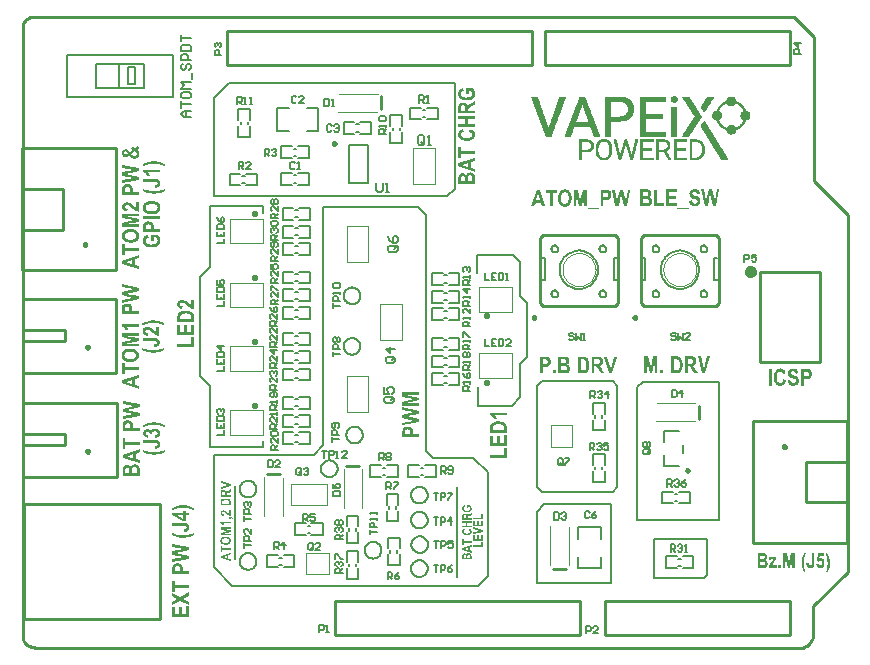
<source format=gto>
%FSTAX23Y23*%
%MOIN*%
%SFA1B1*%

%IPPOS*%
%ADD35C,0.011800*%
%ADD38C,0.007900*%
%ADD42C,0.010000*%
%ADD57C,0.009800*%
%ADD58C,0.020000*%
%ADD59C,0.003900*%
%ADD60C,0.005900*%
%ADD61C,0.006000*%
%ADD62C,0.007000*%
%ADD63C,0.001000*%
%LNvapeixshield-1*%
%LPD*%
G36*
X03326Y03845D02*
X03281D01*
X03326Y03836*
Y03827*
X03281Y03818*
X03326*
Y03809*
X03269*
Y03823*
X03308Y03831*
X03269Y0384*
Y03854*
X03326*
Y03845*
G37*
G36*
X04137Y03918D02*
X04129D01*
Y03928*
X04137*
Y03918*
G37*
G36*
X03288Y0374D02*
X03289D01*
X0329Y0374*
X03292Y0374*
X03294Y0374*
X03295Y03739*
X03297Y03738*
X03297*
Y03738*
X03298Y03738*
X03298Y03737*
X03299Y03737*
X033Y03736*
X03301Y03735*
X03302Y03734*
X03303Y03732*
X03303Y03732*
X03303Y03732*
X03303Y03732*
X03303Y03731*
X03303Y03731*
X03303Y0373*
X03303Y0373*
X03304Y03729*
X03304Y03728*
X03304Y03727*
X03304Y03726*
X03304Y03725*
X03304Y03723*
X03304Y03722*
Y03721*
Y03714*
X03326*
Y03705*
X03269*
Y0372*
Y0372*
Y0372*
Y03721*
Y03721*
Y03722*
Y03723*
X03269Y03725*
X03269Y03726*
X0327Y03728*
X0327Y03729*
X0327Y0373*
X0327Y0373*
X0327Y03731*
Y03731*
X0327Y03731*
X0327Y03732*
X03271Y03732*
X03271Y03733*
X03272Y03734*
X03273Y03736*
X03274Y03737*
X03276Y03738*
X03276*
X03276Y03738*
X03276Y03738*
X03276Y03738*
X03277Y03738*
X03277Y03739*
X03278Y03739*
X03279Y03739*
X0328Y0374*
X03282Y0374*
X03284Y0374*
X03287Y03741*
X03288*
X03288Y0374*
G37*
G36*
X03326Y03793D02*
Y03783D01*
X03284Y03774*
X03326Y03765*
Y03755*
X03269Y03744*
Y03753*
X03308Y0376*
X03269Y03769*
Y0378*
X03309Y03788*
X03269Y03795*
Y03804*
X03326Y03793*
G37*
G36*
X04279Y03918D02*
X04269D01*
X04253Y03974*
X04263*
X04275Y03932*
X04286Y03974*
X04296*
X04279Y03918*
G37*
G36*
X04119D02*
X04111D01*
Y03962*
X04101Y03918*
X04093*
X04083Y03962*
Y03918*
X04075*
Y03974*
X04089*
X04097Y03935*
X04105Y03974*
X04119*
Y03918*
G37*
G36*
X04183Y03974D02*
X04184D01*
X04185*
X04187Y03974*
X04188Y03973*
X0419Y03973*
X04191Y03972*
X04191Y03972*
X04192Y03972*
X04192Y03972*
X04193Y03971*
X04194Y03971*
X04195Y0397*
X04196Y03969*
X04197Y03968*
X04197Y03967*
X04198Y03967*
X04198Y03966*
X04199Y03965*
X04199Y03964*
X042Y03962*
X04201Y03961*
X04202Y03959*
Y03959*
X04202Y03958*
X04202Y03958*
X04202Y03958*
Y03957*
X04202Y03957*
X04202Y03956*
X04202Y03955*
X04202Y03954*
X04203Y03953*
X04203Y03952*
Y03951*
X04203Y03948*
X04203Y03945*
Y03945*
Y03945*
Y03944*
Y03944*
X04203Y03943*
Y03943*
X04203Y03942*
Y03941*
X04203Y03939*
X04202Y03937*
X04202Y03935*
X04201Y03932*
X04201Y03932*
Y03932*
X04201Y03932*
X04201Y03931*
X042Y03929*
X042Y03928*
X04199Y03927*
X04198Y03925*
X04197Y03924*
X04197Y03924*
X04197Y03923*
X04196Y03923*
X04196Y03922*
X04195Y03921*
X04194Y03921*
X04192Y0392*
X04191Y03919*
X04191Y03919*
X0419Y03919*
X0419Y03919*
X04189Y03918*
X04187Y03918*
X04186Y03918*
X04184Y03918*
X04182Y03918*
X04164*
Y03974*
X04182*
X04183Y03974*
G37*
G36*
X04233D02*
X04233D01*
X04235*
X04237Y03974*
X04238Y03973*
X0424Y03973*
X04241Y03973*
X04241Y03972*
X04242*
X04242Y03972*
X04243Y03972*
X04243Y03971*
X04244Y0397*
X04245Y0397*
X04246Y03968*
X04247Y03967*
X04247Y03967*
X04247Y03966*
X04247Y03966*
X04248Y03965*
X04248Y03963*
X04249Y03962*
X04249Y0396*
X04249Y03958*
Y03958*
Y03958*
Y03957*
X04249Y03957*
Y03956*
Y03956*
X04248Y03954*
X04248Y03953*
X04248Y03951*
X04247Y03949*
X04246Y03947*
X04245Y03947*
X04245Y03947*
X04244Y03946*
X04243Y03945*
X04242Y03944*
X0424Y03944*
X04239Y03943*
X04237Y03942*
X04237*
X04237Y03942*
X04238Y03942*
X04238Y03941*
X04239Y0394*
X0424Y0394*
X04241Y03939*
X04242Y03938*
X04242Y03938*
X04242Y03937*
X04242Y03937*
X04243Y03936*
X04244Y03934*
X04244Y03934*
X04245Y03933*
X04245Y03932*
X04246Y03931*
X04246Y0393*
X04247Y03929*
X04253Y03918*
X04241*
X04235Y0393*
X04234Y0393*
X04234Y03931*
X04234Y03931*
X04234Y03931*
X04233Y03932*
X04233Y03933*
X04232Y03935*
X04231Y03936*
X04231Y03937*
X0423Y03937*
X0423Y03938*
X0423Y03938*
X0423Y03938*
X04229Y03938*
X04229Y03939*
X04229Y03939*
X04228Y0394*
X04227Y0394*
X04227Y0394*
X04227*
X04227Y03941*
X04226Y03941*
X04226Y03941*
X04225Y03941*
X04224Y03941*
X04223Y03941*
X0422*
Y03918*
X04211*
Y03974*
X04232*
X04233Y03974*
G37*
G36*
X04245Y04532D02*
X04245D01*
X04246Y04532*
X04247Y04531*
X04248Y04531*
X0425Y04531*
X04252Y0453*
X04253Y04529*
X04254Y04529*
X04255Y04528*
X04256Y04527*
X04256Y04527*
X04256*
X04257Y04527*
X04257Y04526*
X04257Y04526*
X04258Y04525*
X04258Y04525*
X04259Y04524*
X04259Y04523*
X04259Y04522*
X0426Y04521*
X0426Y0452*
X04261Y04519*
X04261Y04518*
X04261Y04516*
Y04515*
X04252Y04514*
Y04514*
Y04514*
X04252Y04515*
X04252Y04515*
X04251Y04516*
X04251Y04517*
X04251Y04518*
X0425Y04519*
X0425Y0452*
X04249Y04521*
X04249Y04521*
X04249Y04521*
X04248Y04521*
X04248Y04521*
X04247Y04522*
X04246Y04522*
X04245Y04522*
X04243Y04522*
X04243*
X04242Y04522*
X04241Y04522*
X0424Y04522*
X04239Y04522*
X04238Y04521*
X04237Y04521*
X04237Y04521*
X04237Y04521*
X04237Y0452*
X04236Y0452*
X04236Y04519*
X04236Y04518*
X04235Y04518*
X04235Y04517*
Y04517*
Y04517*
X04235Y04516*
X04236Y04516*
X04236Y04515*
X04236Y04514*
X04237Y04514*
X04237Y04513*
X04237Y04513*
X04238Y04513*
X04238Y04513*
X04239Y04512*
X0424Y04512*
X0424Y04512*
X04241Y04511*
X04242Y04511*
X04242Y04511*
X04243Y0451*
X04245Y0451*
X04246Y0451*
X04246*
X04246Y0451*
X04246Y04509*
X04247Y04509*
X04247Y04509*
X04248Y04509*
X0425Y04508*
X04251Y04508*
X04253Y04507*
X04255Y04506*
X04255Y04506*
X04256Y04505*
X04256Y04505*
X04256Y04505*
X04257Y04504*
X04258Y04504*
X04258Y04503*
X04259Y04502*
X0426Y04501*
X04261Y045*
X04261Y04499*
X04261Y04499*
X04261Y04498*
X04262Y04497*
X04262Y04496*
X04262Y04494*
X04262Y04493*
X04262Y04491*
Y04491*
Y04491*
Y0449*
X04262Y0449*
X04262Y04489*
X04262Y04488*
X04262Y04487*
X04262Y04487*
X04261Y04485*
X0426Y04483*
X0426Y04482*
X04259Y04481*
X04259Y0448*
X04258Y04479*
X04258Y04478*
X04258Y04478*
X04257Y04478*
X04257Y04478*
X04256Y04477*
X04256Y04477*
X04255Y04477*
X04254Y04476*
X04253Y04476*
X04252Y04475*
X04251Y04475*
X0425Y04474*
X04249Y04474*
X04247Y04474*
X04245Y04474*
X04244Y04474*
X04243*
X04242Y04474*
X04241Y04474*
X0424Y04474*
X04238Y04475*
X04237Y04475*
X04235Y04476*
X04233Y04477*
X04232Y04478*
X0423Y0448*
X04229Y04481*
X04229Y04482*
X04228Y04483*
X04227Y04484*
X04227Y04485*
X04226Y04487*
X04226Y04488*
X04225Y0449*
X04225Y04491*
X04225Y04493*
X04234Y04494*
Y04494*
X04234Y04494*
X04234Y04493*
X04234Y04492*
X04234Y04492*
X04235Y04491*
X04235Y0449*
X04236Y04489*
X04236Y04488*
X04237Y04487*
X04238Y04486*
X04239Y04485*
X0424Y04484*
X04241Y04484*
X04242Y04483*
X04244*
X04245*
X04245*
X04246Y04483*
X04247Y04484*
X04248Y04484*
X0425Y04485*
X04251Y04485*
Y04485*
X04251Y04486*
X04251Y04486*
X04252Y04487*
X04252Y04488*
X04253Y04489*
X04253Y0449*
X04253Y04491*
Y04491*
Y04491*
X04253Y04492*
Y04492*
X04253Y04493*
X04252Y04494*
X04252Y04494*
X04252Y04494*
X04251Y04495*
X04251Y04495*
X04251Y04496*
X0425Y04496*
X0425Y04496*
X04249Y04496*
X04249Y04496*
X04249Y04497*
X04248Y04497*
X04247Y04497*
X04247Y04497*
X04246Y04498*
X04245Y04498*
X04244Y04498*
X04243Y04499*
X04242Y04499*
X04241Y04499*
X04241*
X04241Y04499*
X04241Y04499*
X0424Y045*
X0424Y045*
X04239Y045*
X04238Y045*
X04236Y04501*
X04235Y04502*
X04234Y04502*
X04232Y04503*
X04232*
X04232Y04504*
X04232Y04504*
X04231Y04505*
X0423Y04505*
X04229Y04506*
X04229Y04507*
X04228Y04509*
X04228Y04509*
X04228Y04509*
X04228Y0451*
X04227Y04511*
X04227Y04512*
X04227Y04513*
X04227Y04515*
X04226Y04516*
Y04516*
Y04516*
Y04517*
X04227Y04518*
X04227Y04519*
X04227Y0452*
X04227Y04521*
X04228Y04523*
X04229Y04524*
Y04524*
X04229Y04524*
X04229Y04525*
X04229Y04526*
X0423Y04526*
X04231Y04527*
X04232Y04528*
X04233Y04529*
X04234Y0453*
X04234*
X04234Y0453*
X04235Y0453*
X04236Y0453*
X04237Y04531*
X04238Y04531*
X0424Y04531*
X04242Y04532*
X04243Y04532*
X04244*
X04245Y04532*
G37*
G36*
X03885Y04474D02*
X03876D01*
Y04518*
X03867Y04474*
X03858*
X03849Y04518*
Y04474*
X0384*
Y0453*
X03854*
X03862Y04491*
X03871Y0453*
X03885*
Y04474*
G37*
G36*
X04223Y04465D02*
X04186D01*
Y04469*
X04223*
Y04465*
G37*
G36*
X03949Y0453D02*
X03951Y0453D01*
X03953Y0453*
X03954Y0453*
X03955Y04529*
X03955Y04529*
X03956Y04529*
X03956*
X03956Y04529*
X03957Y04529*
X03957Y04528*
X03958Y04528*
X03959Y04527*
X0396Y04526*
X03962Y04525*
X03963Y04524*
Y04523*
X03963Y04523*
X03963Y04523*
X03963Y04523*
X03963Y04522*
X03963Y04522*
X03964Y04521*
X03964Y04521*
X03965Y04519*
X03965Y04517*
X03965Y04515*
X03965Y04513*
Y04512*
Y04512*
Y04512*
Y04512*
X03965Y04511*
Y0451*
X03965Y04509*
X03965Y04507*
X03964Y04506*
X03964Y04504*
X03963Y04502*
Y04502*
X03963Y04502*
X03963Y04502*
X03962Y04501*
X03961Y045*
X03961Y04499*
X0396Y04498*
X03958Y04497*
X03957Y04497*
X03957Y04496*
X03957Y04496*
X03957*
X03956Y04496*
X03956Y04496*
X03955Y04496*
X03954Y04496*
X03954Y04496*
X03953Y04495*
X03952*
X03951Y04495*
X0395Y04495*
X03948Y04495*
X03947Y04495*
X03939*
Y04474*
X0393*
Y0453*
X03948*
X03949Y0453*
G37*
G36*
X04018Y04474D02*
X04008D01*
X03999Y04516*
X0399Y04474*
X03979*
X03969Y0453*
X03978*
X03985Y04491*
X03993Y0453*
X04004*
X04013Y04491*
X0402Y0453*
X04029*
X04018Y04474*
G37*
G36*
X04183Y04521D02*
X04158D01*
Y04509*
X04181*
Y04499*
X04158*
Y04484*
X04183*
Y04475*
X04148*
Y04531*
X04183*
Y04521*
G37*
G36*
X04315Y04475D02*
X04305D01*
X04296Y04517*
X04287Y04475*
X04277*
X04266Y04531*
X04275*
X04282Y04492*
X0429Y04531*
X04302*
X0431Y04491*
X04317Y04531*
X04326*
X04315Y04475*
G37*
G36*
X04083Y04531D02*
X04085Y04531D01*
X04087Y04531*
X04088Y0453*
X0409Y0453*
X04091Y0453*
X04091Y04529*
X04091Y04529*
X04092Y04529*
X04092Y04529*
X04093Y04528*
X04094Y04528*
X04095Y04527*
X04096Y04526*
X04096Y04525*
X04097Y04524*
X04097Y04524*
X04097Y04523*
X04098Y04522*
X04098Y04521*
X04098Y0452*
X04099Y04518*
X04099Y04517*
Y04517*
Y04516*
X04099Y04515*
X04098Y04514*
X04098Y04513*
X04098Y04512*
X04097Y04511*
X04097Y04509*
X04097Y04509*
X04096Y04509*
X04096Y04508*
X04096Y04507*
X04095Y04507*
X04094Y04506*
X04093Y04505*
X04092Y04504*
X04092*
X04092Y04504*
X04093Y04504*
X04093Y04504*
X04094Y04503*
X04095Y04503*
X04097Y04502*
X04098Y04501*
X04099Y04499*
X04099Y04499*
X04099Y04499*
X04099Y04498*
X041Y04497*
X041Y04496*
X04101Y04494*
X04101Y04493*
X04101Y04491*
Y04491*
Y04491*
Y0449*
X04101Y0449*
Y04489*
X04101Y04489*
X04101Y04487*
X041Y04486*
X041Y04484*
X04099Y04482*
X04098Y0448*
Y0448*
X04098Y0448*
X04097Y0448*
X04097Y04479*
X04096Y04478*
X04095Y04477*
X04094Y04476*
X04092Y04476*
X04091Y04475*
X04091*
X04091Y04475*
X0409*
X0409Y04475*
X04089*
X04089Y04475*
X04088Y04475*
X04087Y04475*
X04086*
X04085*
X04084Y04475*
X04083*
X04081Y04475*
X04062*
Y04531*
X04082*
X04083Y04531*
G37*
G36*
X04118Y04484D02*
X04141D01*
Y04475*
X04109*
Y0453*
X04118*
Y04484*
G37*
G36*
X03747Y03973D02*
X03749Y03973D01*
X03751Y03973*
X03752*
X03753Y03973*
X03753Y03973*
X03754Y03973*
X03754*
X03754*
X03754Y03972*
X03755Y03972*
X03756Y03971*
X03757Y03971*
X03758Y0397*
X03759Y03969*
X03761Y03967*
Y03967*
X03761Y03967*
X03761Y03967*
X03761Y03966*
X03761Y03966*
X03761Y03965*
X03762Y03965*
X03762Y03964*
X03762Y03962*
X03763Y03961*
X03763Y03958*
X03763Y03956*
Y03956*
Y03956*
Y03955*
Y03955*
X03763Y03955*
Y03954*
X03763Y03952*
X03763Y03951*
X03762Y03949*
X03762Y03947*
X03761Y03946*
Y03946*
X03761Y03946*
X03761Y03945*
X0376Y03944*
X03759Y03944*
X03759Y03943*
X03758Y03942*
X03756Y03941*
X03755Y0394*
X03755Y0394*
X03755Y0394*
X03754Y0394*
X03754Y0394*
X03754Y0394*
X03753Y03939*
X03752Y03939*
X03752Y03939*
X03751Y03939*
X0375Y03939*
X03749Y03939*
X03748Y03939*
X03746Y03938*
X03745Y03938*
X03737*
Y03917*
X03728*
Y03973*
X03746*
X03747Y03973*
G37*
G36*
X0349Y034D02*
X03491Y034D01*
X03491Y034*
X03491Y034*
X03492Y034*
X03492Y03399*
X03493Y03399*
X03494Y03399*
X03495Y03398*
X03497Y03397*
X03497Y03397*
X03498Y03396*
X03498Y03396*
X03498Y03396*
X03498Y03396*
X03498Y03395*
X03498Y03395*
X03499Y03395*
X03499Y03394*
X03499Y03394*
X03499Y03393*
X035Y03392*
X035Y03391*
X035Y0339*
Y0339*
Y03389*
Y03389*
Y03389*
Y03389*
X035Y03388*
X035Y03388*
X035Y03387*
X035Y03387*
X03499Y03386*
X03499Y03385*
X03499Y03385*
X03498Y03384*
X03498Y03383*
X03498Y03383*
X03497Y03382*
X03496Y03382*
Y03381*
X03496Y03381*
X03496Y03381*
X03495Y03381*
X03495Y03381*
X03494Y0338*
X03494Y0338*
X03493Y0338*
X03492Y03379*
X03491Y03379*
X0349Y03379*
X03489Y03379*
X03488Y03378*
X03487Y03378*
X03486Y03378*
X03484*
X03484*
X03484*
X03483*
X03482Y03378*
X03482Y03378*
X03481Y03378*
X0348Y03378*
X03479Y03379*
X03478Y03379*
X03477Y03379*
X03476Y0338*
X03475Y0338*
X03474Y0338*
X03473Y03381*
X03472Y03382*
Y03382*
X03472Y03382*
X03472Y03382*
X03472Y03382*
X03471Y03382*
X03471Y03383*
X03471Y03383*
X0347Y03384*
X0347Y03384*
X0347Y03385*
X03469Y03386*
X03469Y03386*
X03469Y03387*
X03468Y03388*
X03468Y03389*
X03468Y0339*
Y0339*
Y0339*
Y0339*
X03468Y03391*
Y03391*
X03468Y03391*
X03469Y03392*
X03469Y03392*
X03469Y03393*
X03469Y03394*
X0347Y03395*
X0347Y03395*
X0347Y03396*
X03471Y03396*
X03471Y03397*
Y03397*
X03471*
X03471Y03397*
X03472Y03397*
X03472Y03397*
X03472Y03398*
X03472Y03398*
X03473Y03398*
X03473Y03398*
X03474Y03399*
X03474Y03399*
X03475Y03399*
X03475Y03399*
X03476Y034*
X03477Y034*
X03477Y034*
X03479Y03395*
Y03395*
X03479*
X03478*
X03478Y03395*
X03477Y03394*
X03477Y03394*
X03476Y03394*
X03476Y03393*
X03475Y03393*
X03475Y03393*
X03475Y03392*
X03474Y03392*
X03474Y03391*
X03474Y03391*
X03474Y0339*
Y0339*
Y03389*
Y03389*
Y03389*
X03474Y03389*
X03474Y03388*
X03474Y03387*
X03475Y03386*
X03475Y03386*
X03475Y03386*
X03476Y03385*
X03476Y03385*
X03476*
Y03385*
X03476Y03385*
X03477Y03385*
X03477Y03385*
X03477Y03384*
X03478Y03384*
X03478Y03384*
X03478Y03384*
X03479Y03384*
X0348Y03384*
X0348Y03384*
X03481Y03383*
X03482Y03383*
X03483*
X03485*
X03485*
X03485*
X03486*
X03487Y03383*
X03487Y03384*
X03489Y03384*
X0349Y03384*
X03491Y03384*
X03491Y03384*
X03492Y03385*
X03492Y03385*
X03492Y03385*
X03493Y03385*
X03493Y03386*
X03493Y03386*
X03494Y03387*
X03494Y03388*
X03495Y03388*
Y03389*
X03495Y03389*
Y0339*
X03495Y0339*
Y0339*
X03495Y03391*
X03494Y03391*
X03494Y03392*
X03494Y03392*
X03493Y03393*
X03493*
X03493Y03393*
X03492Y03393*
X03492Y03394*
X03491Y03394*
X0349Y03394*
X03489Y03395*
X03488Y03395*
X0349Y034*
X0349*
X0349Y034*
G37*
G36*
X035Y03419D02*
X03486D01*
Y03409*
X035*
Y03404*
X03469*
Y03409*
X03481*
Y03419*
X03469*
Y03425*
X035*
Y03419*
G37*
G36*
X03537Y0336D02*
X03506D01*
Y03379*
X03511*
Y03365*
X03518*
Y03378*
X03523*
Y03365*
X03532*
Y03379*
X03537*
Y0336*
G37*
G36*
Y03396D02*
Y0339D01*
X03506Y03381*
Y03387*
X03529Y03393*
X03506Y03399*
Y03404*
X03537Y03396*
G37*
G36*
X035Y03446D02*
X03493Y03443D01*
X03493Y03443*
X03492*
X03492Y03442*
X03492Y03442*
X03492Y03442*
X03491Y03442*
X0349Y03441*
X03489Y03441*
X03489Y0344*
X03489Y0344*
X03489Y0344*
X03488Y0344*
X03488Y0344*
X03488Y0344*
X03488Y03439*
X03487Y03439*
X03487Y03439*
X03487Y03438*
Y03438*
X03487Y03438*
X03487Y03438*
Y03437*
X03487Y03437*
Y03437*
Y03436*
Y03435*
X035*
Y0343*
X03469*
Y03441*
Y03441*
Y03441*
Y03441*
X03469Y03442*
Y03442*
Y03443*
X03469Y03444*
X03469Y03445*
X03469Y03446*
X0347Y03446*
X0347Y03446*
Y03447*
X0347Y03447*
X0347Y03447*
X0347Y03447*
X03471Y03448*
X03471Y03448*
X03472Y03449*
X03473Y03449*
X03473*
X03473Y0345*
X03473Y0345*
X03474Y0345*
X03475Y0345*
X03475Y0345*
X03476Y0345*
X03477*
X03478*
X03478*
X03478*
X03479Y0345*
X0348Y0345*
X0348Y0345*
X03481Y0345*
X03482Y03449*
X03483Y03449*
X03483*
Y03449*
X03484Y03448*
X03484Y03448*
X03484Y03447*
X03485Y03447*
X03485Y03446*
X03486Y03445*
X03486Y03444*
X03486Y03444*
X03486Y03444*
X03486Y03444*
X03487Y03445*
X03487Y03445*
X03488Y03446*
X03488Y03446*
X03489Y03446*
X03489Y03447*
X03489Y03447*
X03489Y03447*
X0349Y03447*
X0349Y03448*
X03491Y03448*
X03491Y03448*
X03492Y03448*
X03492Y03449*
X03493Y03449*
X03494Y03449*
X035Y03452*
Y03446*
G37*
G36*
X03495Y03478D02*
X03496Y03478D01*
X03496Y03477*
X03496Y03477*
X03497Y03476*
X03498Y03475*
X03498Y03474*
X03499Y03473*
Y03473*
X03499Y03473*
X03499Y03473*
X03499Y03473*
X03499Y03472*
Y03472*
X03499Y03471*
X035Y0347*
X035Y03469*
X035Y03468*
Y03467*
Y03467*
Y03467*
Y03467*
Y03466*
Y03466*
X035Y03466*
Y03465*
X035Y03465*
X035Y03464*
X03499Y03463*
X03499Y03462*
X03498Y03461*
X03498Y0346*
Y0346*
X03498Y0346*
X03498Y0346*
X03497Y0346*
X03497Y03459*
X03496Y03458*
X03495Y03457*
X03494Y03457*
X03493Y03456*
X03493Y03456*
X03492*
X03492Y03456*
X03492*
X03491Y03455*
X03491Y03455*
X0349Y03455*
X0349Y03455*
X03489Y03455*
X03488Y03455*
X03488*
X03486Y03454*
X03484Y03454*
X03484*
X03483*
X03483*
X03482Y03454*
X03482*
X03481Y03455*
X0348Y03455*
X03478Y03455*
X03477Y03455*
X03475Y03456*
X03475Y03456*
X03475*
X03475Y03456*
X03475Y03456*
X03474Y03457*
X03473Y03457*
X03473Y03458*
X03472Y03459*
X03471Y03459*
X0347Y0346*
Y0346*
X0347Y03461*
X0347Y03461*
X0347Y03461*
X0347Y03461*
X0347Y03461*
X03469Y03462*
X03469Y03462*
X03469Y03463*
X03469Y03464*
X03468Y03465*
X03468Y03467*
Y03467*
Y03467*
X03468Y03468*
Y03468*
X03468Y03468*
Y03469*
X03469Y03469*
X03469Y03471*
X03469Y03472*
X0347Y03472*
X0347Y03473*
X0347Y03474*
X03471Y03474*
Y03474*
X03471Y03474*
X03471Y03474*
X03471Y03475*
X03471Y03475*
X03472Y03475*
X03472Y03475*
X03472Y03476*
X03473Y03476*
X03473Y03476*
X03474Y03476*
X03474Y03477*
X03475Y03477*
X03476Y03477*
X03477Y03477*
X03477Y03478*
X03479Y03473*
X03478*
X03478Y03472*
X03478Y03472*
X03477Y03472*
X03477Y03472*
X03476Y03471*
X03475Y03471*
X03475Y0347*
X03475Y0347*
X03474Y0347*
X03474Y03469*
X03474Y03469*
X03474Y03468*
X03474Y03468*
Y03467*
Y03467*
Y03467*
Y03466*
X03474Y03466*
Y03466*
X03474Y03465*
X03474Y03464*
X03475Y03463*
X03475Y03463*
X03475Y03462*
X03476Y03462*
X03476Y03462*
X03476*
Y03462*
X03476Y03461*
X03477Y03461*
X03477Y03461*
X03477Y03461*
X03478Y03461*
X03478Y03461*
X03479Y0346*
X03479Y0346*
X0348Y0346*
X0348Y0346*
X03481Y0346*
X03482*
X03483Y0346*
X03484*
X03484*
X03485*
X03485*
X03486Y0346*
X03486*
X03487Y0346*
X03488Y0346*
X0349Y03461*
X03491Y03461*
X03492Y03461*
X03492Y03462*
X03492*
Y03462*
X03493Y03462*
X03493Y03463*
X03493Y03463*
X03494Y03464*
X03494Y03465*
X03495Y03466*
Y03466*
X03495Y03467*
Y03467*
X03495Y03467*
Y03468*
X03495Y03468*
X03494Y03469*
X03494Y03469*
X03494Y0347*
X03494Y0347*
Y0347*
X03494Y0347*
X03494Y03471*
X03493Y03471*
X03493Y03472*
X03493Y03472*
X03492Y03473*
X03488*
Y03467*
X03483*
Y03478*
X03495*
X03495Y03478*
G37*
G36*
X03537Y03407D02*
X03506D01*
Y03426*
X03511*
Y03412*
X03518*
Y03425*
X03523*
Y03412*
X03532*
Y03426*
X03537*
Y03407*
G37*
G36*
Y03431D02*
X03506D01*
Y03436*
X03532*
Y03448*
X03537*
Y03431*
G37*
G36*
X03474Y03358D02*
X035D01*
Y03353*
X03474*
Y03346*
X03469*
Y03366*
X03474*
Y03358*
G37*
G36*
X03872Y03973D02*
X03872D01*
X03874Y03973*
X03875Y03973*
X03877Y03973*
X03879Y03972*
X0388Y03972*
X0388Y03972*
X03881Y03972*
X03881Y03971*
X03882Y03971*
X03883Y0397*
X03884Y03969*
X03885Y03968*
X03886Y03967*
X03886Y03967*
X03887Y03967*
X03887Y03966*
X03888Y03965*
X03888Y03963*
X03889Y03962*
X0389Y0396*
X0389Y03958*
Y03958*
X03891Y03958*
X03891Y03958*
X03891Y03957*
Y03957*
X03891Y03956*
X03891Y03955*
X03891Y03954*
X03891Y03954*
X03892Y03953*
X03892Y03951*
Y0395*
X03892Y03948*
X03892Y03945*
Y03944*
Y03944*
Y03943*
X03892Y03943*
Y03942*
X03892Y03941*
Y0394*
X03892Y03938*
X03891Y03936*
X03891Y03934*
X0389Y03932*
Y03932*
X0389Y03932*
Y03931*
X0389Y03931*
X0389Y0393*
X03889Y03929*
X03889Y03927*
X03888Y03926*
X03887Y03925*
X03886Y03923*
X03886Y03923*
X03886Y03923*
X03885Y03922*
X03884Y03922*
X03884Y03921*
X03883Y0392*
X03881Y03919*
X0388Y03919*
X0388*
X03879Y03918*
X03879Y03918*
X03878Y03918*
X03876Y03918*
X03875Y03917*
X03873Y03917*
X03871*
X03853*
Y03973*
X03871*
X03872Y03973*
G37*
G36*
X03921D02*
X03922D01*
X03924Y03973*
X03926Y03973*
X03927Y03973*
X03929Y03972*
X0393Y03972*
X0393Y03972*
X03931Y03972*
X03931Y03972*
X03932Y03971*
X03932Y03971*
X03933Y0397*
X03934Y03969*
X03935Y03968*
X03936Y03967*
X03936Y03966*
X03936Y03966*
X03936Y03965*
X03937Y03964*
X03937Y03963*
X03937Y03961*
X03938Y0396*
X03938Y03958*
Y03957*
Y03957*
X03938Y03957*
Y03956*
Y03955*
X03937Y03954*
X03937Y03952*
X03936Y0395*
X03936Y03949*
X03935Y03947*
Y03947*
X03934Y03947*
X03934Y03946*
X03933Y03946*
X03932Y03945*
X03931Y03944*
X03929Y03943*
X03928Y03942*
X03926Y03942*
X03926Y03942*
X03926Y03942*
X03927Y03941*
X03927Y03941*
X03928Y0394*
X03929Y03939*
X0393Y03938*
X0393Y03937*
X03931*
X03931Y03937*
X03931Y03936*
X03932Y03935*
X03933Y03934*
X03933Y03933*
X03934Y03932*
X03934Y03931*
X03935Y0393*
X03935Y03929*
X03936Y03928*
X03941Y03917*
X0393*
X03924Y03929*
Y03929*
X03923Y0393*
X03923Y0393*
X03923Y0393*
X03923Y03931*
X03922Y03932*
X03922Y03933*
X03921Y03934*
X0392Y03936*
X0392Y03936*
X03919Y03937*
X03919Y03937*
X03919Y03938*
X03918*
X03918Y03938*
X03918Y03938*
X03918Y03939*
X03917Y03939*
X03916Y0394*
X03916Y0394*
X03916Y0394*
X03915Y0394*
X03915Y0394*
X03914Y0394*
X03913Y03941*
X03912Y03941*
X03909*
Y03917*
X039*
Y03973*
X03921*
X03921Y03973*
G37*
G36*
X0378Y03917D02*
X03771D01*
Y03928*
X0378*
Y03917*
G37*
G36*
X0381Y03973D02*
X03811Y03973D01*
X03813Y03973*
X03815Y03973*
X03817Y03973*
X03817Y03972*
X03818Y03972*
X03818Y03972*
X03818Y03972*
X03819Y03971*
X0382Y03971*
X03821Y0397*
X03821Y03969*
X03822Y03968*
X03823Y03967*
X03823Y03967*
X03823Y03967*
X03824Y03966*
X03824Y03965*
X03825Y03964*
X03825Y03962*
X03825Y03961*
X03825Y03959*
Y03959*
Y03959*
Y03959*
X03825Y03958*
X03825Y03957*
X03825Y03956*
X03825Y03954*
X03824Y03953*
X03823Y03952*
Y03952*
X03823Y03951*
X03823Y03951*
X03822Y0395*
X03821Y03949*
X03821Y03948*
X0382Y03948*
X03819Y03947*
X03819*
X03819Y03947*
X03819Y03947*
X0382Y03946*
X03821Y03946*
X03822Y03945*
X03823Y03944*
X03824Y03943*
X03825Y03942*
X03825Y03942*
X03826Y03941*
X03826Y03941*
X03826Y0394*
X03827Y03938*
X03827Y03937*
X03827Y03935*
X03828Y03933*
Y03933*
Y03933*
Y03933*
X03827Y03932*
Y03932*
Y03931*
X03827Y0393*
X03827Y03928*
X03826Y03926*
X03826Y03925*
X03825Y03923*
Y03923*
X03824Y03923*
X03824Y03922*
X03823Y03922*
X03823Y03921*
X03822Y0392*
X0382Y03919*
X03819Y03918*
X03818Y03918*
X03817*
X03817Y03918*
X03817*
X03817*
X03816*
X03816Y03918*
X03815Y03917*
X03814Y03917*
X03813*
X03812Y03917*
X03811Y03917*
X03809*
X03808*
X03789*
Y03973*
X03809*
X0381Y03973*
G37*
G36*
X035Y03339D02*
X03493Y03337D01*
Y03327*
X035Y03325*
Y0332*
X03469Y03329*
Y03335*
X035Y03345*
Y03339*
G37*
G36*
X03537Y03339D02*
X03506D01*
Y03344*
X03532*
Y03356*
X03537*
Y03339*
G37*
G36*
X03968Y03917D02*
X03958D01*
X03942Y03973*
X03952*
X03964Y03932*
X03975Y03973*
X03985*
X03968Y03917*
G37*
G36*
X03491Y03318D02*
X03491D01*
X03492Y03318*
X03493Y03318*
X03493Y03317*
X03494Y03317*
X03495Y03317*
X03496Y03316*
X03496Y03316*
X03497Y03316*
X03497Y03316*
X03498Y03315*
X03498Y03315*
X03499Y03314*
X03499Y03313*
X03499Y03312*
Y03312*
X03499Y03312*
Y03312*
Y03312*
Y03312*
X03499Y03311*
Y03311*
X03499Y03311*
Y0331*
Y03309*
X035Y03309*
Y03308*
Y03307*
Y03306*
Y03305*
Y03297*
X03469*
Y03307*
Y03307*
Y03307*
Y03308*
Y03308*
X03469Y03308*
Y03309*
X03469Y0331*
X03469Y03311*
X03469Y03312*
X03469Y03312*
X0347Y03313*
X0347Y03313*
Y03313*
X0347Y03313*
X0347Y03314*
X03471Y03314*
X03471Y03315*
X03472Y03315*
X03472Y03315*
X03472Y03316*
X03473Y03316*
X03473Y03316*
X03473Y03316*
X03474Y03316*
X03475Y03316*
X03476Y03317*
X03477*
X03477*
X03477*
X03478Y03317*
X03478Y03316*
X03479Y03316*
X0348Y03316*
X03481Y03316*
X03481*
X03481Y03315*
X03481Y03315*
X03482Y03315*
X03482Y03315*
X03482Y03314*
X03483Y03314*
X03483Y03313*
Y03313*
X03483Y03313*
X03484Y03314*
X03484Y03314*
X03484Y03315*
X03485Y03316*
X03485Y03316*
X03486Y03317*
X03486*
X03486Y03317*
X03487Y03317*
X03487Y03317*
X03488Y03317*
X03489Y03318*
X0349Y03318*
X03491*
X03491*
X03491*
G37*
G36*
X02575Y04044D02*
X02519D01*
Y04079*
X02529*
Y04054*
X02541*
Y04077*
X02551*
Y04054*
X02566*
Y0408*
X02575*
Y04044*
G37*
G36*
X0255Y04126D02*
X0255D01*
X02551*
X02552*
X02554Y04126*
X02556Y04126*
X02558Y04125*
X02561Y04125*
X02561*
X02561Y04124*
X02561Y04124*
X02561Y04124*
X02562Y04124*
X02564Y04123*
X02565Y04123*
X02566Y04122*
X02568Y04121*
X02569Y0412*
X02569Y0412*
X0257Y0412*
X0257Y04119*
X02571Y04119*
X02572Y04118*
X02572Y04117*
X02573Y04116*
X02574Y04114*
X02574Y04114*
X02574Y04114*
X02574Y04113*
X02575Y04112*
X02575Y0411*
X02575Y04109*
X02575Y04107*
X02575Y04105*
Y04087*
X02519*
Y04104*
Y04105*
Y04105*
Y04105*
Y04106*
X02519Y04106*
Y04107*
X02519Y04108*
X02519Y0411*
X0252Y04111*
X0252Y04113*
X02521Y04114*
X02521Y04114*
X02521Y04115*
X02521Y04115*
X02522Y04116*
X02522Y04117*
X02523Y04118*
X02524Y04119*
X02525Y0412*
X02526Y0412*
X02526Y04121*
X02527Y04121*
X02528Y04122*
X02529Y04123*
X02531Y04123*
X02532Y04124*
X02534Y04125*
X02535Y04125*
X02535Y04125*
X02535Y04125*
X02536Y04125*
X02536Y04125*
X02537Y04125*
X02538Y04125*
X02539Y04126*
X0254Y04126*
X02541Y04126*
X02542Y04126*
X02545Y04126*
X02548Y04126*
X02549*
X0255Y04126*
G37*
G36*
X02697Y03547D02*
Y03541D01*
X02663Y03531*
Y03537*
X02688Y03544*
X02663Y03551*
Y03557*
X02697Y03547*
G37*
G36*
X02575Y04005D02*
X02519D01*
Y04015*
X02566*
Y04038*
X02575*
Y04005*
G37*
G36*
X03618Y03675D02*
X03561D01*
Y0371*
X03571*
Y03685*
X03583*
Y03708*
X03593*
Y03685*
X03608*
Y03711*
X03618*
Y03675*
G37*
G36*
X03592Y03757D02*
X03593D01*
X03593Y03757*
X03594*
X03596Y03757*
X03598Y03756*
X03601Y03756*
X03603Y03755*
X03603*
X03603Y03755*
X03604Y03755*
X03605Y03755*
X03606Y03754*
X03607Y03754*
X03609Y03753*
X0361Y03752*
X03611Y03751*
X03611Y03751*
X03612Y03751*
X03612Y0375*
X03613Y0375*
X03614Y03749*
X03615Y03748*
X03615Y03746*
X03616Y03745*
X03616Y03745*
X03616Y03744*
X03616Y03744*
X03617Y03743*
X03617Y03741*
X03617Y0374*
X03617Y03738*
X03618Y03736*
Y03718*
X03561*
Y03735*
Y03736*
Y03736*
Y03736*
X03561Y03737*
Y03738*
Y03739*
X03562Y03741*
X03562Y03742*
X03562Y03744*
X03563Y03745*
X03563Y03745*
X03563Y03746*
X03563Y03746*
X03564Y03747*
X03565Y03748*
X03565Y03749*
X03566Y0375*
X03568Y03751*
X03568Y03751*
X03568Y03752*
X03569Y03752*
X0357Y03753*
X03571Y03753*
X03573Y03754*
X03574Y03755*
X03576Y03756*
X03577*
X03577Y03756*
X03577Y03756*
X03577Y03756*
X03578Y03756*
X03579Y03756*
X03579Y03756*
X0358Y03756*
X03581*
X03582Y03757*
X03583Y03757*
X03584Y03757*
X03587Y03757*
X0359Y03757*
X03591*
X03592Y03757*
G37*
G36*
X02575Y04131D02*
X02575D01*
X02575Y04131*
X02574*
X02574*
X02573Y04131*
X02572Y04132*
X0257Y04132*
X02568Y04132*
X02567Y04133*
X02565Y04134*
X02565*
X02564Y04134*
X02564Y04134*
X02564Y04134*
X02563Y04135*
X02563Y04135*
X02562Y04136*
X02561Y04136*
X0256Y04137*
X02559Y04137*
X02558Y04138*
X02557Y04139*
X02556Y0414*
X02554Y04141*
X02553Y04142*
X02551Y04144*
X02551Y04144*
X02551Y04144*
X02551Y04144*
X0255Y04145*
X0255Y04145*
X02549Y04146*
X02548Y04147*
X02546Y04148*
X02545Y04149*
X02543Y0415*
X02543Y04151*
X02542Y04151*
X02542Y04151*
X02542Y04151*
X02541Y04152*
X0254Y04152*
X02539Y04152*
X02538Y04153*
X02537Y04153*
X02535Y04153*
X02535*
X02534Y04153*
X02533*
X02532Y04153*
X02531Y04152*
X02531Y04152*
X0253Y04151*
X0253Y04151*
X02529Y04151*
X02529Y04151*
X02529Y0415*
X02528Y0415*
X02528Y04149*
X02528Y04148*
X02528Y04147*
Y04147*
Y04147*
X02528Y04146*
X02528Y04146*
X02528Y04145*
X02529Y04145*
X02529Y04144*
X02529Y04143*
X0253Y04143*
X02531Y04142*
X02532Y04142*
X02533Y04141*
X02534Y04141*
X02535Y04141*
X02537Y04141*
X02536Y04132*
X02535*
X02535Y04132*
X02535*
X02534*
X02533Y04132*
X02533Y04132*
X02532Y04133*
X02531Y04133*
X02529Y04133*
X02527Y04134*
X02525Y04135*
X02524Y04136*
X02523Y04137*
X02523Y04137*
Y04137*
X02523Y04137*
X02522Y04137*
X02522Y04138*
X02522Y04138*
X02521Y04139*
X0252Y04141*
X0252Y04143*
X02519Y04145*
X02519Y04146*
X02519Y04147*
Y04147*
Y04148*
Y04148*
X02519Y04148*
X02519Y04149*
X02519Y0415*
X02519Y04151*
X0252Y04153*
X0252Y04154*
X02521Y04155*
X02521Y04156*
X02522Y04157*
X02523Y04157*
X02524Y04158*
X02524Y04158*
X02524Y04158*
X02524Y04159*
X02524Y04159*
X02525Y04159*
X02525Y04159*
X02527Y0416*
X02528Y04161*
X0253Y04161*
X02532Y04162*
X02533Y04162*
X02535*
X02536*
X02537*
X02538Y04162*
X02539Y04162*
X0254Y04161*
X02541Y04161*
X02541*
X02542Y04161*
X02542Y04161*
X02543Y0416*
X02544Y0416*
X02545Y04159*
X02546Y04159*
X02548Y04158*
X02548Y04158*
X02548Y04158*
X02549Y04157*
X0255Y04157*
X02551Y04156*
X02553Y04154*
X02554Y04153*
X02556Y04152*
X02556Y04151*
X02556*
X02557Y04151*
X02557Y04151*
X02558Y0415*
X02559Y04149*
X0256Y04148*
X02561Y04147*
X02562Y04147*
X02562Y04146*
X02563Y04146*
X02563Y04146*
X02563Y04146*
X02563Y04145*
X02564Y04145*
X02565Y04144*
Y04162*
X02575*
Y04131*
G37*
G36*
X03618Y03636D02*
X03562D01*
Y03646*
X03608*
Y03669*
X03618*
Y03636*
G37*
G36*
X02697Y03524D02*
X0269Y0352D01*
X02689*
X02689Y03519*
X02689Y03519*
X02689Y03519*
X02689Y03519*
X02688Y03519*
X02687Y03518*
X02687Y03518*
X02686Y03517*
X02685Y03517*
X02685Y03517*
X02685Y03517*
X02684Y03517*
Y03516*
X02684Y03516*
X02684Y03516*
X02684Y03516*
X02683Y03516*
X02683Y03515*
X02683Y03515*
Y03515*
Y03515*
X02683Y03514*
X02683Y03514*
X02683Y03514*
X02683Y03513*
Y03513*
Y03512*
Y03511*
X02697*
Y03505*
X02663*
Y03517*
Y03517*
Y03517*
Y03518*
Y03518*
X02663Y03518*
Y03519*
Y0352*
X02663Y03521*
X02663Y03522*
X02663Y03523*
X02663Y03523*
X02664Y03524*
Y03524*
X02664Y03524*
X02664Y03524*
X02664Y03525*
X02665Y03525*
X02665Y03526*
X02666Y03527*
X02667Y03527*
X02667*
X02667Y03527*
X02668Y03527*
X02668Y03528*
X02669Y03528*
X0267Y03528*
X02671Y03528*
X02672Y03528*
X02673*
X02673Y03528*
X02673*
X02674*
X02675Y03528*
X02676Y03528*
X02677Y03527*
X02678Y03527*
X02679Y03526*
X02679*
Y03526*
X02679Y03526*
X0268Y03526*
X0268Y03525*
X02681Y03524*
X02681Y03523*
X02682Y03522*
X02682Y03521*
Y03521*
X02682Y03521*
X02682Y03521*
X02683Y03522*
X02683Y03522*
X02684Y03523*
X02684Y03523*
X02685Y03524*
X02685Y03524*
X02685Y03524*
X02686Y03525*
X02687Y03525*
X02687Y03525*
X02688Y03526*
X02688Y03526*
X02689Y03526*
X0269Y03527*
X0269Y03527*
X02697Y03531*
Y03524*
G37*
G36*
X02681Y03373D02*
X02682D01*
X02683Y03373*
X02684Y03373*
X02685Y03373*
X02686Y03373*
X02687Y03372*
X02688Y03372*
X02689Y03372*
X0269Y03371*
X02691Y03371*
X02692Y0337*
X02693Y03369*
Y03369*
X02694Y03369*
X02694Y03369*
X02694Y03369*
X02694Y03368*
X02695Y03368*
X02695Y03367*
X02695Y03367*
X02696Y03366*
X02696Y03365*
X02697Y03365*
X02697Y03364*
X02697Y03363*
X02697Y03362*
X02698Y03361*
Y0336*
Y0336*
Y03359*
Y03359*
Y03359*
X02697Y03358*
X02697Y03357*
X02697Y03357*
X02697Y03356*
X02697Y03355*
X02697Y03355*
X02696Y03354*
X02696Y03353*
X02695Y03352*
X02695Y03351*
X02694Y03351*
X02693Y0335*
Y0335*
X02693Y0335*
X02693Y0335*
X02692Y03349*
X02692Y03349*
X02691Y03349*
X02691Y03348*
X0269Y03348*
X02689Y03348*
X02688Y03347*
X02687Y03347*
X02686Y03346*
X02684Y03346*
X02683Y03346*
X02682Y03346*
X0268Y03346*
X02679*
X02679Y03346*
X02679*
X02678*
X02677Y03346*
X02676*
X02675Y03346*
X02673Y03347*
X02671Y03347*
X02671Y03347*
X0267Y03348*
X0267Y03348*
X0267Y03348*
X02669Y03348*
X02669Y03348*
X02669Y03348*
X02668Y03349*
X02667Y0335*
X02666Y0335*
X02665Y03351*
X02664Y03352*
X02664Y03353*
X02664Y03353*
X02664Y03353*
X02664Y03353*
X02663Y03354*
X02663Y03354*
X02663Y03354*
X02663Y03355*
X02662Y03357*
X02662Y03358*
X02662Y0336*
Y0336*
X02662Y0336*
Y03361*
X02662Y03361*
X02662Y03362*
X02662Y03362*
X02663Y03363*
X02663Y03364*
X02663Y03365*
X02664Y03366*
X02664Y03366*
X02664Y03367*
X02665Y03368*
X02666Y03369*
X02667Y03369*
Y0337*
X02667Y0337*
X02667Y0337*
X02668Y0337*
X02668Y0337*
X02669Y03371*
X02669Y03371*
X0267Y03371*
X02671Y03372*
X02672Y03372*
X02673Y03372*
X02674Y03373*
X02675Y03373*
X02677Y03373*
X02678Y03373*
X0268Y03373*
X02681*
X02681Y03373*
G37*
G36*
X02697Y034D02*
X0267D01*
X02697Y03394*
Y03389*
X0267Y03383*
X02697*
Y03378*
X02663*
Y03386*
X02686Y03391*
X02663Y03396*
Y03405*
X02697*
Y034*
G37*
G36*
Y03314D02*
X02689Y03311D01*
Y033*
X02697Y03298*
Y03292*
X02663Y03302*
Y03309*
X02697Y0332*
Y03314*
G37*
G36*
X02668Y03335D02*
X02697D01*
Y03329*
X02668*
Y03321*
X02663*
Y03343*
X02668*
Y03335*
G37*
G36*
X02697Y03442D02*
X02697D01*
X02697Y03442*
X02696*
X02696*
X02696Y03442*
X02695Y03442*
X02694Y03442*
X02693Y03443*
X02692Y03443*
X0269Y03444*
X0269Y03444*
X0269*
X0269Y03444*
X0269Y03444*
X02689Y03444*
X02689Y03445*
X02688Y03445*
X02688Y03445*
X02687Y03446*
X02686Y03446*
X02686Y03447*
X02685Y03447*
X02684Y03448*
X02683Y03449*
X02682Y0345*
X02682Y0345*
X02682Y0345*
X02682Y0345*
X02682Y0345*
X02681Y03451*
X02681Y03451*
X0268Y03452*
X02679Y03452*
X02678Y03453*
X02677Y03454*
X02677Y03454*
X02677Y03454*
X02677*
X02676Y03454*
X02676Y03455*
X02675Y03455*
X02675Y03455*
X02674Y03455*
X02673Y03455*
X02673Y03455*
X02672*
X02672Y03455*
X02671*
X02671Y03455*
X0267Y03455*
X0267Y03455*
X02669Y03454*
X02669Y03454*
X02669Y03454*
X02669Y03454*
X02669Y03454*
X02668Y03453*
X02668Y03453*
X02668Y03452*
X02668Y03452*
Y03452*
X02668Y03451*
Y03451*
X02668Y0345*
X02668Y0345*
X02669Y0345*
X02669Y03449*
X02669Y03449*
X0267Y03449*
X0267Y03448*
X02671Y03448*
X02672Y03448*
X02672Y03448*
X02673Y03448*
X02673Y03442*
X02672Y03442*
X02672*
X02672*
X02671Y03443*
X02671Y03443*
X0267Y03443*
X0267Y03443*
X02668Y03443*
X02667Y03444*
X02666Y03444*
X02665Y03445*
X02665Y03445*
X02665Y03445*
X02665Y03446*
X02665Y03446*
X02664Y03446*
X02664Y03446*
X02664Y03447*
X02663Y03448*
X02663Y03449*
X02663Y0345*
Y03451*
X02662Y03452*
Y03452*
Y03452*
Y03452*
X02663Y03452*
Y03453*
X02663Y03453*
X02663Y03454*
X02663Y03455*
X02663Y03456*
X02664Y03457*
X02664Y03457*
X02664Y03458*
X02665Y03458*
X02665Y03458*
X02665Y03459*
X02666*
X02666Y03459*
X02666Y03459*
X02666Y03459*
X02666Y03459*
X02667Y0346*
X02668Y0346*
X02669Y0346*
X02671Y03461*
X02671Y03461*
X02672*
X02673*
X02673*
X02674Y03461*
X02675Y03461*
X02675Y0346*
X02676Y0346*
X02676*
X02676Y0346*
X02677Y0346*
X02677Y0346*
X02678Y0346*
X02679Y03459*
X02679Y03459*
X0268Y03458*
X0268*
X0268Y03458*
X02681Y03458*
X02681Y03457*
X02682Y03457*
X02683Y03456*
X02684Y03455*
X02685Y03454*
X02685Y03454*
X02686Y03454*
X02686Y03454*
X02686Y03454*
X02687Y03453*
X02687Y03452*
X02688Y03452*
X02689Y03451*
X02689Y03451*
X02689Y03451*
X02689Y03451*
X0269Y03451*
X0269Y0345*
X02691Y0345*
Y03461*
X02697*
Y03442*
G37*
G36*
X02681Y035D02*
X02682D01*
X02682*
X02683*
X02684Y035*
X02685Y035*
X02687Y035*
X02688Y03499*
X02688*
X02688*
X02688Y03499*
X02689Y03499*
X02689Y03499*
X0269Y03499*
X02691Y03498*
X02692Y03498*
X02692Y03497*
X02693Y03497*
X02693*
X02694Y03496*
X02694Y03496*
X02694Y03496*
X02695Y03495*
X02695Y03494*
X02696Y03494*
X02696Y03493*
X02696Y03493*
X02696Y03493*
X02696Y03492*
X02697Y03491*
X02697Y03491*
X02697Y0349*
X02697Y03489*
X02697Y03487*
Y03477*
X02663*
Y03487*
Y03487*
Y03487*
Y03488*
X02663Y03488*
Y03488*
Y03489*
X02663Y0349*
X02663Y03491*
X02663Y03492*
X02663Y03493*
X02664Y03493*
X02664Y03493*
X02664Y03494*
X02664Y03494*
X02665Y03495*
X02665Y03495*
X02666Y03496*
X02666Y03497*
X02667Y03497*
X02667Y03497*
X02667Y03497*
X02668Y03498*
X02669Y03498*
X0267Y03499*
X02671Y03499*
X02672Y03499*
X02672*
X02672*
X02672Y03499*
X02672*
X02673Y035*
X02673Y035*
X02674Y035*
X02674Y035*
X02675Y035*
X02675Y035*
X02676Y035*
X02677*
X02678Y035*
X0268Y035*
X02681*
X02681Y035*
G37*
G36*
X02697Y03418D02*
X02672D01*
X02672*
X02672Y03418*
X02672Y03418*
X02673Y03417*
X02673Y03417*
X02673Y03417*
X02674Y03416*
X02674Y03416*
X02675Y03415*
X02676Y03414*
X02676Y03412*
X02677Y03411*
X02671*
Y03411*
X02671Y03411*
X02671Y03412*
X0267Y03412*
X0267Y03413*
X02669Y03414*
X02669Y03415*
X02668Y03416*
Y03416*
X02668*
X02667Y03416*
X02667Y03416*
X02666Y03417*
X02666Y03418*
X02665Y03418*
X02664Y03419*
X02662Y03419*
Y03423*
X02697*
Y03418*
G37*
G36*
X02696Y03438D02*
X02697D01*
X02697Y03438*
X02698Y03438*
X02699Y03437*
X027Y03437*
X02701Y03437*
X02701Y03437*
X02702Y03437*
X02702Y03436*
X02702Y03436*
X02703Y03435*
X02704Y03435*
X02704Y03434*
X02705Y03433*
X02702Y03432*
X02702Y03432*
X02702Y03433*
X02702Y03433*
X02701Y03433*
X02701Y03434*
X02701Y03434*
X027Y03434*
X027Y03434*
X027Y03435*
X02699Y03435*
X02699Y03435*
X02698Y03435*
X02698Y03435*
X02697*
Y03432*
X0269*
Y03438*
X02696*
X02696*
G37*
G36*
X03618Y03777D02*
X03577D01*
X03577Y03777*
X03577Y03776*
X03578Y03776*
X03578Y03776*
X03579Y03775*
X03579Y03774*
X0358Y03774*
X03581Y03772*
X03583Y0377*
X03584Y03768*
X03585Y03765*
X03575*
X03575Y03766*
X03575Y03766*
X03574Y03767*
X03574Y03768*
X03573Y03769*
X03572Y0377*
X03571Y03772*
X0357Y03773*
Y03773*
X0357Y03773*
X03569Y03774*
X03568Y03774*
X03567Y03775*
X03566Y03776*
X03565Y03777*
X03563Y03778*
X03561Y03779*
Y03786*
X03618*
Y03777*
G37*
G36*
X0453Y03933D02*
X04531D01*
X04532Y03933*
X04532Y03933*
X04533Y03933*
X04535Y03932*
X04537Y03932*
X04538Y03931*
X04539Y03931*
X0454Y0393*
X04541Y03929*
X04542Y03928*
X04542*
X04542Y03928*
X04542Y03928*
X04542Y03927*
X04543Y03927*
X04543Y03927*
X04544Y03926*
X04544Y03925*
X04544Y03925*
X04545Y03924*
X04545Y03923*
X04546Y03922*
X04546Y03921*
X04547Y0392*
X04547Y03918*
X04547Y03917*
X04538Y03914*
Y03914*
X04538Y03915*
Y03915*
X04538Y03915*
X04538Y03916*
X04537Y03917*
X04537Y03918*
X04536Y03919*
X04535Y0392*
X04535Y03921*
X04534Y03921*
X04534Y03922*
X04534Y03922*
X04533Y03923*
X04532Y03923*
X04531Y03923*
X0453Y03924*
X04528Y03924*
X04528*
X04528Y03924*
X04527Y03924*
X04525Y03923*
X04524Y03923*
X04523Y03922*
X04522Y03921*
X04521Y03921*
X04521Y0392*
X0452Y03919*
Y03919*
X0452Y03919*
X0452Y03919*
X0452Y03919*
X04519Y03918*
X04519Y03917*
X04519Y03917*
X04518Y03916*
X04518Y03915*
X04518Y03914*
X04518Y03913*
X04517Y03911*
X04517Y0391*
X04517Y03908*
X04517Y03907*
Y03905*
Y03905*
Y03904*
Y03904*
Y03903*
Y03902*
X04517Y03901*
X04517Y039*
X04517Y03899*
X04518Y03896*
X04518Y03894*
X04519Y03893*
X04519Y03892*
X04519Y03891*
X0452Y0389*
X0452Y03889*
X04521Y03889*
X04521Y03888*
X04522Y03887*
X04523Y03887*
X04525Y03886*
X04526Y03885*
X04527Y03885*
X04528Y03885*
X04528*
X04529Y03885*
X04529Y03885*
X0453Y03886*
X04531Y03886*
X04532Y03886*
X04533Y03887*
X04534Y03888*
X04535Y03888*
X04535Y03889*
X04535Y03889*
X04536Y0389*
X04537Y03892*
X04537Y03893*
X04538Y03895*
X04538Y03897*
X04547Y03894*
Y03894*
X04547Y03893*
X04547Y03893*
X04547Y03892*
X04547Y03891*
X04547Y0389*
X04546Y03889*
X04546Y03888*
X04545Y03886*
X04544Y03884*
X04542Y03882*
X04541Y03881*
X0454Y0388*
Y0388*
X0454Y0388*
X0454Y03879*
X04539Y03879*
X04539Y03879*
X04538Y03878*
X04538Y03878*
X04537Y03878*
X04536Y03877*
X04535Y03877*
X04533Y03876*
X04531Y03876*
X0453Y03876*
X04528Y03875*
X04528*
X04527Y03876*
X04527*
X04526Y03876*
X04525Y03876*
X04524Y03876*
X04523Y03876*
X04522Y03877*
X04521Y03877*
X0452Y03878*
X04518Y03878*
X04517Y03879*
X04516Y0388*
X04515Y03881*
X04514Y03882*
X04514Y03882*
X04513Y03883*
X04513Y03883*
X04513Y03884*
X04512Y03885*
X04512Y03886*
X04511Y03887*
X0451Y03888*
X0451Y0389*
X04509Y03891*
X04509Y03893*
X04508Y03895*
X04508Y03897*
X04507Y03899*
X04507Y03902*
X04507Y03904*
Y03904*
Y03905*
X04507Y03905*
Y03906*
X04507Y03908*
X04508Y03909*
X04508Y03911*
X04508Y03912*
X04508Y03914*
X04509Y03916*
X04509Y03918*
X0451Y0392*
X04511Y03921*
X04512Y03923*
X04513Y03925*
X04514Y03926*
X04514Y03927*
X04514Y03927*
X04514Y03927*
X04515Y03928*
X04515Y03928*
X04516Y03929*
X04517Y03929*
X04518Y0393*
X04519Y03931*
X0452Y03931*
X04521Y03932*
X04522Y03932*
X04524Y03933*
X04525Y03933*
X04527Y03933*
X04529Y03934*
X0453*
X0453Y03933*
G37*
G36*
X04573D02*
X04574D01*
X04575Y03933*
X04575Y03933*
X04576Y03933*
X04578Y03932*
X04581Y03932*
X04582Y03931*
X04583Y03931*
X04584Y0393*
X04584Y03929*
X04585Y03929*
X04585*
X04585Y03929*
X04585Y03928*
X04586Y03928*
X04586Y03927*
X04586Y03927*
X04587Y03926*
X04587Y03925*
X04588Y03924*
X04588Y03923*
X04588Y03922*
X04589Y03921*
X04589Y03919*
X04589Y03918*
X04589Y03917*
X0458Y03916*
Y03916*
X0458Y03916*
X0458Y03917*
X0458Y03918*
X04579Y03919*
X04579Y0392*
X04579Y03921*
X04578Y03922*
X04577Y03922*
Y03922*
X04577Y03923*
X04576Y03923*
X04576Y03923*
X04575Y03924*
X04574Y03924*
X04573Y03924*
X04571Y03924*
X04571*
X0457Y03924*
X04569Y03924*
X04568Y03924*
X04567Y03923*
X04566Y03923*
X04566Y03923*
X04566*
X04565Y03922*
X04565Y03922*
X04565Y03922*
X04564Y03921*
X04564Y0392*
X04564Y0392*
X04564Y03919*
Y03919*
Y03918*
X04564Y03918*
X04564Y03917*
X04564Y03917*
X04564Y03916*
X04565Y03916*
X04565Y03915*
X04566Y03915*
X04566Y03915*
X04566Y03914*
X04567Y03914*
X04568Y03914*
X04568Y03913*
X04569Y03913*
X0457Y03913*
X04571Y03912*
X04572Y03912*
X04573Y03912*
X04574Y03911*
X04574*
X04574Y03911*
X04575Y03911*
X04575Y03911*
X04576Y03911*
X04576Y03911*
X04578Y0391*
X0458Y03909*
X04581Y03909*
X04583Y03908*
X04584Y03908*
X04584Y03907*
X04584*
X04585Y03907*
X04585Y03906*
X04586Y03906*
X04587Y03905*
X04588Y03904*
X04588Y03903*
X04589Y03901*
X04589Y03901*
X04589Y03901*
X04589Y039*
X0459Y03899*
X0459Y03898*
X0459Y03896*
X04591Y03895*
X04591Y03893*
Y03893*
Y03892*
Y03892*
X04591Y03891*
X0459Y03891*
X0459Y0389*
X0459Y03889*
X0459Y03888*
X0459Y03886*
X04589Y03884*
X04588Y03883*
X04588Y03882*
X04587Y03881*
X04586Y0388*
X04586Y0388*
X04586Y0388*
X04586Y0388*
X04585Y0388*
X04585Y03879*
X04584Y03879*
X04583Y03878*
X04583Y03878*
X04582Y03877*
X04581Y03877*
X04579Y03877*
X04578Y03876*
X04577Y03876*
X04575Y03876*
X04574Y03876*
X04572Y03875*
X04571*
X0457Y03876*
X04569Y03876*
X04568Y03876*
X04566Y03876*
X04565Y03877*
X04563Y03878*
X04562Y03879*
X0456Y0388*
X04558Y03882*
X04558Y03883*
X04557Y03884*
X04556Y03885*
X04556Y03886*
X04555Y03887*
X04554Y03888*
X04554Y0389*
X04554Y03891*
X04553Y03893*
X04553Y03895*
X04562Y03896*
Y03896*
X04562Y03895*
X04562Y03895*
X04562Y03894*
X04563Y03893*
X04563Y03892*
X04563Y03891*
X04564Y0389*
X04565Y03889*
X04565Y03888*
X04566Y03888*
X04567Y03887*
X04568Y03886*
X04569Y03886*
X04571Y03885*
X04572*
X04573*
X04574*
X04575Y03885*
X04576Y03886*
X04577Y03886*
X04578Y03886*
X04579Y03887*
X04579Y03887*
X04579Y03888*
X0458Y03888*
X0458Y03889*
X04581Y0389*
X04581Y0389*
X04581Y03892*
Y03893*
Y03893*
Y03893*
Y03893*
Y03894*
X04581Y03895*
X04581Y03895*
X0458Y03896*
Y03896*
X0458Y03896*
X0458Y03897*
X04579Y03897*
X04579Y03897*
X04578Y03898*
X04578Y03898*
Y03898*
X04577Y03898*
X04577Y03899*
X04576Y03899*
X04576Y03899*
X04575Y03899*
X04574Y03899*
X04574Y039*
X04573Y039*
X04572Y039*
X04571Y03901*
X04569Y03901*
X04569*
X04569*
X04569Y03901*
X04568Y03901*
X04568Y03902*
X04567Y03902*
X04566Y03902*
X04565Y03903*
X04563Y03903*
X04562Y03904*
X04561Y03905*
X04561Y03905*
X0456Y03905*
X0456Y03906*
X04559Y03906*
X04558Y03907*
X04558Y03908*
X04557Y03909*
X04556Y0391*
X04556Y03911*
X04556Y03911*
X04556Y03912*
X04556Y03913*
X04555Y03914*
X04555Y03915*
X04555Y03916*
X04555Y03918*
Y03918*
Y03918*
Y03918*
Y03919*
X04555Y0392*
X04555Y03921*
X04555Y03922*
X04556Y03923*
X04556Y03925*
X04557Y03926*
Y03926*
Y03926*
X04557Y03927*
X04558Y03927*
X04558Y03928*
X04559Y03929*
X0456Y0393*
X04561Y03931*
X04563Y03932*
X04563*
X04563Y03932*
X04563Y03932*
X04564Y03932*
X04565Y03933*
X04566Y03933*
X04568Y03933*
X0457Y03933*
X04572Y03934*
X04572*
X04573Y03933*
G37*
G36*
X045Y03876D02*
X04491D01*
Y03933*
X045*
Y03876*
G37*
G36*
X04618Y03933D02*
X0462Y03932D01*
X04622Y03932*
X04622Y03932*
X04623Y03932*
X04624Y03932*
X04624Y03932*
X04624*
X04625Y03932*
X04625Y03932*
X04626Y03931*
X04627Y03931*
X04628Y0393*
X04629Y03929*
X0463Y03928*
X04631Y03926*
Y03926*
Y03926*
X04631Y03926*
X04632Y03925*
X04632Y03925*
X04632Y03925*
X04632Y03924*
X04633Y03923*
X04633Y03922*
X04633Y0392*
X04634Y03918*
X04634Y03915*
Y03915*
Y03915*
Y03915*
Y03914*
X04634Y03914*
Y03913*
X04634Y03912*
X04633Y0391*
X04633Y03908*
X04632Y03907*
X04632Y03905*
Y03905*
X04631Y03905*
X04631Y03904*
X04631Y03904*
X0463Y03903*
X04629Y03902*
X04628Y03901*
X04627Y039*
X04626Y03899*
X04626Y03899*
X04625Y03899*
X04625*
X04625Y03899*
X04624Y03899*
X04624Y03899*
X04623Y03898*
X04622Y03898*
X04621Y03898*
X0462*
X04619Y03898*
X04618Y03898*
X04617Y03898*
X04615Y03898*
X04608*
Y03876*
X04598*
Y03933*
X04616*
X04618Y03933*
G37*
G36*
X03746Y04474D02*
X03736D01*
X03732Y04486*
X03713*
X03709Y04474*
X03699*
X03717Y0453*
X03727*
X03746Y04474*
G37*
G36*
X03784Y0452D02*
X0377D01*
Y04474*
X03761*
Y0452*
X03747*
Y0453*
X03784*
Y0452*
G37*
G36*
X03926Y04464D02*
X03889D01*
Y04468*
X03926*
Y04464*
G37*
G36*
X03812Y04531D02*
X03812D01*
X03813Y04531*
X03814Y0453*
X03815Y0453*
X03816Y0453*
X03818Y0453*
X03819Y04529*
X0382Y04528*
X03822Y04528*
X03823Y04527*
X03824Y04526*
X03825Y04525*
X03827Y04523*
X03827Y04523*
X03827Y04523*
X03827Y04523*
X03828Y04522*
X03828Y04521*
X03829Y0452*
X03829Y04519*
X0383Y04518*
X0383Y04516*
X03831Y04515*
X03832Y04513*
X03832Y04511*
X03832Y04509*
X03833Y04507*
X03833Y04504*
X03833Y04502*
Y04502*
Y04501*
Y045*
X03833Y04499*
Y04498*
X03833Y04497*
X03832Y04495*
X03832Y04494*
X03832Y04492*
X03831Y0449*
X03831Y04488*
X0383Y04487*
X03829Y04485*
X03828Y04483*
X03827Y04481*
X03826Y0448*
X03826Y0448*
X03826Y04479*
X03826Y04479*
X03825Y04479*
X03825Y04478*
X03824Y04477*
X03823Y04477*
X03822Y04476*
X03821Y04476*
X0382Y04475*
X03819Y04474*
X03817Y04474*
X03816Y04473*
X03814Y04473*
X03812Y04473*
X03811Y04473*
X0381*
X0381Y04473*
X03809*
X03808Y04473*
X03807Y04473*
X03806Y04473*
X03805Y04474*
X03804Y04474*
X03802Y04474*
X03801Y04475*
X038Y04476*
X03798Y04476*
X03797Y04477*
X03796Y04478*
X03795Y0448*
X03795Y0448*
X03794Y0448*
X03794Y0448*
X03794Y04481*
X03793Y04482*
X03793Y04483*
X03792Y04484*
X03791Y04485*
X03791Y04487*
X0379Y04488*
X0379Y0449*
X03789Y04492*
X03789Y04494*
X03788Y04496*
X03788Y04499*
X03788Y04501*
Y04501*
Y04502*
Y04502*
X03788Y04503*
Y04504*
X03788Y04505*
X03788Y04506*
Y04507*
X03789Y0451*
X03789Y04513*
X0379Y04515*
X03791Y04517*
X03791Y04518*
Y04518*
X03791Y04518*
X03791Y04519*
X03792Y04519*
X03792Y0452*
X03792Y0452*
X03793Y04522*
X03794Y04523*
X03796Y04525*
X03797Y04526*
X03799Y04528*
X03799*
X03799Y04528*
X03799Y04528*
X038Y04528*
X038Y04528*
X03801Y04529*
X03801Y04529*
X03802Y04529*
X03804Y0453*
X03806Y0453*
X03808Y04531*
X03811Y04531*
X03811*
X03812Y04531*
G37*
G36*
X0254Y03478D02*
X02541D01*
X02542Y03478*
X02543Y03477*
X02545Y03477*
X02546Y03477*
X02548Y03477*
X02549Y03477*
X02553Y03476*
X02556Y03475*
X02557*
X02557Y03475*
X02557Y03475*
X02558Y03475*
X02559Y03474*
X0256Y03474*
X02561Y03474*
X02562Y03473*
X02564Y03473*
X02565Y03472*
X02568Y03471*
X02572Y0347*
X02575Y03468*
Y03462*
X02575Y03462*
X02575Y03462*
X02574Y03462*
X02573Y03462*
X02573Y03463*
X02572Y03463*
X0257Y03463*
X02569Y03464*
X02567Y03465*
X02564Y03466*
X02561Y03466*
X02558Y03467*
X02558*
X02558Y03467*
X02557Y03467*
X02556Y03467*
X02555Y03468*
X02554Y03468*
X02553Y03468*
X02552Y03468*
X0255Y03468*
X02549Y03469*
X02545Y03469*
X02542Y03469*
X02538*
X02537*
X02536*
X02535*
X02534Y03469*
X02533*
X02532Y03469*
X0253Y03469*
X02527Y03469*
X02524Y03468*
X02521Y03468*
X02521*
X02521Y03468*
X0252Y03468*
X0252Y03467*
X02519Y03467*
X02518Y03467*
X02517Y03467*
X02516Y03466*
X02514Y03466*
X02513Y03466*
X02511Y03465*
X02509Y03465*
X02508Y03464*
X02506Y03463*
X02503Y03463*
X02501Y03462*
Y03468*
X02501Y03468*
X02502Y03468*
X02502Y03468*
X02503Y03469*
X02504Y03469*
X02504Y03469*
X02506Y0347*
X02507Y03471*
X02508Y03471*
X02509Y03472*
X02511Y03472*
X02512Y03473*
X02516Y03474*
X02519Y03475*
X02519*
X0252*
X0252Y03475*
X02521Y03476*
X02522Y03476*
X02523Y03476*
X02524Y03476*
X02525Y03477*
X02526Y03477*
X02528Y03477*
X02531Y03477*
X02534Y03478*
X02538Y03478*
X02539*
X0254Y03478*
G37*
G36*
X02512Y03212D02*
X02558D01*
Y03202*
X02512*
Y03189*
X02502*
Y03225*
X02512*
Y03212*
G37*
G36*
X02521Y03285D02*
X02522D01*
X02523Y03284*
X02525Y03284*
X02526Y03284*
X02528Y03283*
X0253Y03282*
X0253*
Y03282*
X0253Y03282*
X02531Y03281*
X02532Y03281*
X02533Y0328*
X02534Y03279*
X02535Y03278*
X02536Y03276*
X02536Y03276*
X02536Y03276*
X02536Y03276*
X02536Y03275*
X02536Y03275*
X02536Y03274*
X02536Y03274*
X02537Y03273*
X02537Y03272*
X02537Y03271*
X02537Y0327*
X02537Y03269*
X02537Y03268*
X02537Y03266*
Y03265*
Y03259*
X02558*
Y03249*
X02502*
Y03264*
Y03264*
Y03264*
Y03265*
Y03265*
Y03266*
Y03267*
X02502Y03269*
X02502Y03271*
X02503Y03272*
Y03273*
X02503Y03274*
X02503Y03275*
X02503Y03275*
Y03275*
X02503Y03276*
X02504Y03277*
X02504Y03278*
X02505Y03279*
X02506Y0328*
X02507Y03281*
X02509Y03282*
X02509*
X02509Y03282*
X02509Y03282*
X02509Y03282*
X0251Y03283*
X0251Y03283*
X02511Y03283*
X02512Y03283*
X02513Y03284*
X02515Y03284*
X02517Y03285*
X0252Y03285*
X02521*
X02521Y03285*
G37*
G36*
X02558Y03106D02*
X02502D01*
Y0314*
X02512*
Y03115*
X02524*
Y03138*
X02534*
Y03115*
X02549*
Y03141*
X02558*
Y03106*
G37*
G36*
Y03176D02*
X02539Y03166D01*
X02558Y03155*
Y03144*
X02529Y0316*
X02502Y03146*
Y03156*
X02519Y03166*
X02502Y03175*
Y03186*
X02529Y03171*
X02558Y03187*
Y03176*
G37*
G36*
X0254Y03418D02*
X02541D01*
X02542Y03418*
X02543*
X02545Y03418*
X02547Y03418*
X02549Y03417*
X0255Y03417*
X02551Y03417*
X02551*
X02551Y03417*
X02551Y03416*
X02552Y03416*
X02553Y03415*
X02554Y03415*
X02555Y03414*
X02556Y03413*
X02557Y03412*
X02557Y03411*
X02557Y03411*
X02558Y0341*
X02558Y03409*
X02559Y03408*
X02559Y03407*
X02559Y03405*
X02559Y03403*
Y03403*
Y03403*
Y03402*
X02559Y03402*
X02559Y03401*
X02559Y03401*
X02559Y03399*
X02558Y03398*
X02557Y03396*
X02557Y03395*
X02556Y03394*
X02556Y03393*
X02555Y03393*
X02555*
X02555Y03393*
X02554Y03392*
X02554Y03392*
X02553Y03392*
X02553Y03392*
X02552Y03391*
X02551Y03391*
X0255Y0339*
X02549Y0339*
X02548Y0339*
X02547Y0339*
X02546Y03389*
X02544Y03389*
X02543Y03389*
X02541Y03389*
X0254Y03398*
X02541*
X02541*
X02542Y03398*
X02544Y03398*
X02545Y03398*
X02546Y03399*
X02547Y03399*
X02547Y03399*
X02547Y03399*
X02548Y034*
X02548Y034*
X02549Y03401*
X02549Y03402*
X0255Y03402*
X0255Y03403*
Y03404*
Y03404*
X0255Y03404*
X02549Y03405*
X02549Y03406*
X02549Y03407*
X02548Y03407*
X02548Y03408*
X02548*
X02547Y03408*
X02547Y03408*
X02546Y03409*
X02545Y03409*
X02544Y03409*
X02544*
X02543Y03409*
X02542Y03409*
X02541Y03409*
X0254Y03409*
X02502*
Y03419*
X02539*
X0254Y03418*
G37*
G36*
X02547Y03452D02*
X02558D01*
Y03444*
X02547*
Y03425*
X02538*
X02502Y03445*
Y03452*
X02538*
Y03458*
X02547*
Y03452*
G37*
G36*
X02558Y03337D02*
Y03327D01*
X02516Y03318*
X02558Y03309*
Y03299*
X02502Y03288*
Y03297*
X02541Y03304*
X02502Y03313*
Y03324*
X02542Y03332*
X02502Y03339*
Y03348*
X02558Y03337*
G37*
G36*
X02501Y03386D02*
X02502Y03386D01*
X02502Y03385*
X02503Y03385*
X02504Y03385*
X02505Y03384*
X02507Y03384*
X02508Y03383*
X0251Y03383*
X02511Y03382*
X02515Y03381*
X02518Y0338*
X0252Y0338*
X02521Y0338*
X02521*
X02522Y0338*
X02522Y0338*
X02523Y03379*
X02523*
X02524Y03379*
X02525Y03379*
X02526Y03379*
X02528Y03379*
X02529Y03379*
X0253Y03379*
X02532Y03378*
X02535Y03378*
X02538Y03378*
X0254*
X02541Y03378*
X02542*
X02543Y03378*
X02544*
X02546Y03379*
X02547Y03379*
X02549Y03379*
X02551Y03379*
X02554Y0338*
X02558Y0338*
X02558*
X02558*
X02559Y03381*
X02559Y03381*
X0256Y03381*
X02561Y03381*
X02562Y03381*
X02563Y03382*
X02564Y03382*
X02565Y03382*
X02567Y03383*
X02568Y03383*
X0257Y03384*
X02571Y03384*
X02575Y03386*
Y0338*
X02575Y0338*
X02575Y03379*
X02574Y03379*
X02574Y03379*
X02573Y03378*
X02572Y03378*
X02571Y03377*
X0257Y03377*
X02568Y03376*
X02567Y03376*
X02565Y03375*
X02564Y03374*
X0256Y03373*
X02557Y03372*
X02557*
X02556Y03372*
X02556Y03372*
X02555Y03372*
X02554Y03372*
X02553Y03371*
X02552Y03371*
X02551Y03371*
X02549Y03371*
X02548Y03371*
X02545Y0337*
X02541Y0337*
X02538Y0337*
X02537*
X02536Y0337*
X02535*
X02534Y0337*
X02533*
X02532Y0337*
X02531Y0337*
X02529Y0337*
X02526Y03371*
X02522Y03371*
X02519Y03372*
X02519*
X02519Y03372*
X02518Y03372*
X02517Y03373*
X02517Y03373*
X02516Y03373*
X02514Y03374*
X02513Y03374*
X02512Y03375*
X02511Y03375*
X02508Y03376*
X02504Y03378*
X02501Y0338*
Y03386*
X02501Y03386*
G37*
G36*
X03494Y04731D02*
X03495Y04731D01*
X03495Y04731*
X03496Y04731*
X03497Y0473*
X03498Y0473*
X03499Y0473*
X03501Y04729*
X03503Y04728*
X03505Y04726*
X03506Y04725*
X03507Y04725*
Y04724*
X03507Y04724*
X03508Y04724*
X03508Y04724*
X03508Y04723*
X03508Y04723*
X03509Y04722*
X03509Y04721*
X0351Y04721*
X0351Y0472*
X03511Y04718*
X03511Y04715*
Y04714*
X03511Y04713*
Y04713*
Y04713*
X03511Y04712*
Y04712*
X03511Y04711*
X03511Y0471*
X03511Y04709*
X0351Y04708*
X0351Y04707*
X0351Y04706*
X03509Y04705*
X03508Y04703*
X03508Y04702*
X03507Y04701*
X03506Y047*
X03505Y04699*
X03505Y04699*
X03504Y04699*
X03504Y04698*
X03503Y04698*
X03502Y04697*
X03502Y04697*
X035Y04696*
X03499Y04696*
X03498Y04695*
X03496Y04695*
X03494Y04694*
X03493Y04694*
X03491Y04693*
X03488Y04693*
X03486Y04693*
X03484Y04693*
X03483*
X03482Y04693*
X03482*
X0348Y04693*
X03479Y04693*
X03478Y04693*
X03476Y04693*
X03474Y04694*
X03472Y04694*
X03471Y04695*
X03469Y04695*
X03467Y04696*
X03465Y04697*
X03464Y04698*
X03462Y04699*
X03462Y04699*
X03462Y04699*
X03462Y047*
X03461Y047*
X03461Y047*
X0346Y04701*
X03459Y04702*
X03459Y04703*
X03458Y04704*
X03458Y04705*
X03457Y04706*
X03456Y04707*
X03456Y04709*
X03456Y0471*
X03455Y04712*
X03455Y04714*
Y04714*
Y04714*
X03455Y04715*
X03456Y04715*
X03456Y04716*
X03456Y04717*
X03456Y04718*
X03457Y0472*
X03457Y04721*
X03458Y04722*
X03458Y04723*
X03459Y04724*
X0346Y04725*
X03461Y04726*
X03461Y04726*
X03461Y04726*
X03461Y04727*
X03462Y04727*
X03462Y04727*
X03463Y04728*
X03463Y04728*
X03464Y04728*
X03465Y04729*
X03466Y04729*
X03467Y0473*
X03468Y0473*
X03469Y04731*
X0347Y04731*
X03471Y04731*
X03474Y04722*
X03474*
Y04722*
X03473*
X03473Y04722*
X03472Y04722*
X03471Y04722*
X0347Y04721*
X03469Y04721*
X03468Y0472*
X03467Y04719*
X03467Y04719*
X03467Y04719*
X03466Y04718*
X03466Y04717*
X03465Y04716*
X03465Y04715*
X03465Y04714*
X03465Y04713*
Y04713*
Y04713*
Y04713*
X03465Y04712*
X03465Y04711*
X03465Y0471*
X03466Y04709*
X03467Y04708*
X03467Y04707*
X03468Y04706*
X03468Y04706*
X03469Y04705*
X03469*
X03469Y04705*
X0347Y04705*
X0347Y04705*
X0347Y04704*
X03471Y04704*
X03472Y04704*
X03472Y04704*
X03473Y04703*
X03474Y04703*
X03476Y04703*
X03477Y04702*
X03478Y04702*
X0348Y04702*
X03481Y04702*
X03484*
X03485Y04702*
X03486*
X03487Y04702*
X03488Y04702*
X03489Y04702*
X03491Y04703*
X03494Y04703*
X03495Y04704*
X03496Y04704*
X03497Y04704*
X03498Y04705*
X03498*
X03498Y04705*
X03498Y04706*
X03499Y04706*
X035Y04707*
X03501Y04708*
X03501Y0471*
X03502Y04711*
X03502Y04712*
X03502Y04713*
Y04713*
Y04713*
X03502Y04713*
X03502Y04714*
X03502Y04715*
X03501Y04716*
X03501Y04717*
X035Y04718*
X03499Y04719*
X03499Y04719*
X03499Y04719*
X03498Y0472*
X03497Y0472*
X03496Y04721*
X03494Y04722*
X03493Y04722*
X0349Y04723*
X03494Y04731*
X03494*
X03494*
G37*
G36*
X02391Y04301D02*
X02379Y04297D01*
Y04278*
X02391Y04274*
Y04264*
X02335Y04282*
Y04292*
X02391Y04311*
Y04301*
G37*
G36*
X0239Y04203D02*
Y04193D01*
X02348Y04183*
X0239Y04174*
Y04164*
X02334Y04153*
Y04163*
X02372Y0417*
X02334Y04178*
Y04189*
X02373Y04197*
X02334Y04204*
Y04214*
X0239Y04203*
G37*
G36*
X03465Y04658D02*
X0351D01*
Y04649*
X03465*
Y04636*
X03456*
Y04671*
X03465*
Y04658*
G37*
G36*
X02366Y04398D02*
X02367Y04398D01*
X02368Y04398*
X0237Y04397*
X02371Y04397*
X02373Y04397*
X02375Y04396*
X02377Y04396*
X02378Y04395*
X0238Y04394*
X02382Y04394*
X02384Y04393*
X02385Y04391*
X02385Y04391*
X02386Y04391*
X02386Y04391*
X02386Y0439*
X02387Y0439*
X02388Y04389*
X02388Y04388*
X02389Y04387*
X02389Y04386*
X0239Y04385*
X02391Y04384*
X02391Y04382*
X02392Y04381*
X02392Y04379*
X02392Y04377*
X02392Y04376*
Y04376*
Y04375*
X02392Y04375*
Y04374*
X02392Y04373*
X02392Y04372*
X02392Y04371*
X02391Y0437*
X02391Y04369*
X02391Y04367*
X0239Y04366*
X02389Y04365*
X02389Y04363*
X02388Y04362*
X02387Y04361*
X02385Y0436*
X02385*
X02385Y0436*
X02385Y04359*
X02384Y04359*
X02383Y04358*
X02382Y04358*
X02381Y04357*
X0238Y04357*
X02378Y04356*
X02377Y04355*
X02375Y04355*
X02373Y04354*
X02371Y04354*
X02369Y04353*
X02366Y04353*
X02364*
X02363*
X02362*
X02361*
X0236Y04353*
X02359Y04353*
X02358Y04354*
X02355Y04354*
X02352Y04354*
X0235Y04355*
X02348Y04356*
X02347Y04356*
X02347Y04356*
X02347Y04356*
X02346Y04357*
X02346Y04357*
X02345Y04357*
X02343Y04358*
X02342Y04359*
X0234Y04361*
X02339Y04362*
X02337Y04364*
Y04364*
X02337Y04364*
X02337Y04364*
X02337Y04365*
X02337Y04365*
X02336Y04366*
X02336Y04366*
X02336Y04367*
X02335Y04369*
X02335Y04371*
X02334Y04373*
X02334Y04376*
Y04376*
Y04376*
X02334Y04377*
Y04377*
X02334Y04378*
X02335Y04379*
X02335Y0438*
X02335Y04381*
X02336Y04383*
X02336Y04384*
X02337Y04385*
X02337Y04387*
X02338Y04388*
X02339Y04389*
X0234Y04391*
X02342Y04392*
X02342Y04392*
X02342Y04392*
X02343Y04392*
X02343Y04393*
X02344Y04393*
X02345Y04394*
X02346Y04394*
X02347Y04395*
X02349Y04396*
X0235Y04396*
X02352Y04397*
X02354Y04397*
X02356Y04397*
X02358Y04398*
X02361Y04398*
X02363Y04398*
X02365*
X02366Y04398*
G37*
G36*
X02454Y0438D02*
X02454Y04379D01*
X02455Y04379*
X02456Y04378*
X02457Y04376*
X02458Y04375*
X02459Y04373*
X0246Y04371*
X0246Y04371*
X0246Y04371*
X0246Y0437*
X0246Y0437*
X02461Y04369*
X02461Y04368*
X02462Y04366*
X02462Y04364*
X02462Y04362*
Y0436*
Y0436*
Y0436*
Y04359*
Y04359*
Y04358*
X02462Y04358*
X02462Y04357*
X02462Y04356*
X02462Y04354*
X02461Y04352*
X0246Y0435*
X02459Y04348*
X02459Y04348*
X02459Y04348*
X02459Y04348*
X02458Y04347*
X02458Y04346*
X02457Y04345*
X02455Y04344*
X02453Y04342*
X02451Y04341*
X02449Y0434*
X02449*
X02449Y0434*
X02448Y04339*
X02448Y04339*
X02447Y04339*
X02446Y04339*
X02446Y04338*
X02445Y04338*
X02443Y04338*
X02442Y04338*
X02441Y04337*
X0244Y04337*
X02437Y04337*
X02433Y04337*
X02432*
X02432Y04337*
X02431*
X0243*
X02429Y04337*
X02428Y04337*
X02425Y04337*
X02423Y04338*
X0242Y04339*
X02417Y0434*
X02417*
X02417Y0434*
X02417Y0434*
X02416Y0434*
X02416Y04341*
X02415Y04341*
X02414Y04342*
X02412Y04343*
X0241Y04344*
X02409Y04346*
X02408Y04348*
Y04348*
X02407Y04348*
X02407Y04348*
X02407Y04349*
X02407Y04349*
X02406Y0435*
X02406Y0435*
X02406Y04351*
X02405Y04353*
X02405Y04355*
X02404Y04357*
X02404Y0436*
Y0436*
Y0436*
Y0436*
X02404Y04361*
X02404Y04362*
Y04363*
X02405Y04363*
X02405Y04364*
X02405Y04367*
X02406Y04369*
X02406Y0437*
X02407Y04371*
X02408Y04372*
X02408Y04373*
X02409Y04373*
X02409Y04373*
X02409Y04373*
X02409Y04374*
X0241Y04374*
X0241Y04375*
X02411Y04375*
X02412Y04376*
X02412Y04376*
X02413Y04377*
X02414Y04377*
X02415Y04378*
X02417Y04378*
X02418Y04379*
X02419Y04379*
X02421Y04379*
X02423Y0437*
X02423Y0437*
X02422Y0437*
X02421Y0437*
X0242Y04369*
X02419Y04369*
X02418Y04368*
X02417Y04367*
X02416Y04366*
X02416*
X02416Y04366*
X02416Y04365*
X02415Y04364*
X02415Y04363*
X02414Y04362*
X02414Y04361*
X02414Y0436*
Y0436*
Y04359*
Y04359*
X02414Y04359*
X02414Y04358*
X02414Y04358*
X02415Y04356*
X02415Y04355*
X02416Y04353*
X02416Y04352*
X02417Y04352*
X02418Y04351*
X02419Y0435*
X02419*
X02419Y0435*
X02419Y0435*
X02419Y04349*
X0242Y04349*
X02421Y04349*
X02421Y04349*
X02422Y04348*
X02423Y04348*
X02424Y04348*
X02425Y04347*
X02426Y04347*
X02428Y04347*
X02429Y04347*
X02431Y04346*
X02433Y04346*
X02434*
X02434Y04346*
X02435*
X02436Y04347*
X02437Y04347*
X02438Y04347*
X02441Y04347*
X02443Y04348*
X02446Y04349*
X02447Y0435*
X02448Y0435*
X02448Y0435*
X02448Y0435*
X02449Y04351*
X0245Y04352*
X0245Y04353*
X02451Y04354*
X02452Y04356*
X02452Y04358*
X02453Y04359*
X02453Y0436*
Y0436*
Y0436*
X02453Y04361*
X02452Y04361*
X02452Y04362*
X02452Y04363*
X02452Y04364*
X02451Y04365*
Y04365*
X02451Y04366*
X02451Y04366*
X0245Y04367*
X0245Y04368*
X02449Y04369*
X02449Y0437*
X02448Y04371*
X02441*
Y0436*
X02431*
Y0438*
X02454*
X02454Y0438*
G37*
G36*
X02345Y04335D02*
X02391D01*
Y04326*
X02345*
Y04312*
X02335*
Y04349*
X02345*
Y04335*
G37*
G36*
X02459Y04042D02*
X02459D01*
X02459Y04042*
X02458*
X02458Y04042*
X02457Y04042*
X02456Y04042*
X02454Y04043*
X02452Y04043*
X02451Y04044*
X02449Y04045*
X02449*
X02448Y04045*
X02448Y04045*
X02448Y04045*
X02447Y04045*
X02447Y04046*
X02446Y04046*
X02445Y04047*
X02444Y04047*
X02443Y04048*
X02442Y04049*
X02441Y0405*
X0244Y04051*
X02438Y04052*
X02437Y04053*
X02435Y04055*
X02435Y04055*
X02435Y04055*
X02434Y04055*
X02434Y04056*
X02433Y04056*
X02432Y04058*
X0243Y04059*
X02429Y0406*
X02427Y04061*
X02427Y04061*
X02426Y04062*
X02426Y04062*
X02426Y04062*
X02425Y04062*
X02424Y04063*
X02423Y04063*
X02422Y04063*
X02421Y04064*
X02419Y04064*
X02419*
X02418Y04064*
X02417Y04064*
X02416Y04063*
X02415Y04063*
X02415Y04063*
X02414Y04062*
X02413Y04062*
X02413Y04061*
X02413Y04061*
X02412Y0406*
X02412Y0406*
X02412Y04059*
X02412Y04058*
Y04058*
Y04058*
X02412Y04057*
X02412Y04057*
X02412Y04056*
X02413Y04055*
X02413Y04055*
X02413Y04054*
X02414Y04054*
X02415Y04053*
X02416Y04053*
X02417Y04052*
X02418Y04052*
X02419Y04052*
X02421Y04051*
X0242Y04043*
X02419*
X02419Y04043*
X02419*
X02418Y04043*
X02417Y04043*
X02417Y04043*
X02416Y04043*
X02415Y04044*
X02413Y04044*
X02411Y04045*
X02409Y04046*
X02408Y04047*
X02407Y04047*
X02407Y04047*
X02407Y04048*
X02407Y04048*
X02406Y04048*
X02406Y04049*
X02406Y04049*
X02405Y0405*
X02404Y04052*
X02404Y04054*
X02403Y04056*
X02403Y04057*
X02403Y04058*
Y04058*
Y04058*
Y04059*
X02403Y04059*
X02403Y0406*
X02403Y0406*
X02403Y04062*
X02404Y04064*
X02404Y04065*
X02405Y04066*
X02405Y04067*
X02406Y04067*
X02407Y04068*
X02408Y04069*
X02408*
X02408Y04069*
X02408Y04069*
X02408Y04069*
X02409Y0407*
X02409Y0407*
X02411Y04071*
X02412Y04071*
X02414Y04072*
X02416Y04072*
X02417Y04073*
X02419*
X0242Y04073*
X02421*
X02422Y04072*
X02423Y04072*
X02424Y04072*
X02425Y04072*
X02425*
X02426Y04071*
X02426Y04071*
X02427Y04071*
X02428Y04071*
X02429Y0407*
X0243Y04069*
X02432Y04069*
X02432Y04069*
X02432Y04068*
X02433Y04068*
X02434Y04067*
X02435Y04066*
X02437Y04065*
X02438Y04064*
X0244Y04062*
Y04062*
X0244Y04062*
X02441Y04062*
X02441Y04062*
X02442Y04061*
X02443Y0406*
X02444Y04059*
X02445Y04058*
X02446Y04057*
X02446Y04057*
X02447Y04057*
X02447Y04057*
X02447Y04056*
X02447Y04056*
X02448Y04056*
X02449Y04055*
Y04073*
X02459*
Y04042*
G37*
G36*
X0239Y04043D02*
X02345D01*
X0239Y04034*
Y04025*
X02345Y04016*
X0239*
Y04007*
X02334*
Y04021*
X02372Y04029*
X02334Y04038*
Y04052*
X0239*
Y04043*
G37*
G36*
X02441Y04035D02*
X02442D01*
X02443Y04035*
X02444*
X02446Y04034*
X02448Y04034*
X0245Y04034*
X02451Y04033*
X02452Y04033*
X02452Y04033*
X02452Y04033*
X02453Y04032*
X02454Y04032*
X02455Y04031*
X02456Y0403*
X02457Y04029*
X02458Y04028*
X02458Y04028*
X02458Y04027*
X02459Y04026*
X02459Y04025*
X0246Y04024*
X0246Y04023*
X0246Y04021*
X0246Y04019*
Y04019*
Y04019*
Y04019*
X0246Y04018*
Y04018*
X0246Y04017*
X0246Y04016*
X02459Y04014*
X02458Y04012*
X02458Y04011*
X02457Y0401*
X02457Y0401*
X02456Y04009*
X02455Y04009*
X02455Y04009*
X02455Y04008*
X02454Y04008*
X02454Y04008*
X02453Y04007*
X02452Y04007*
X02451Y04007*
X0245Y04006*
X02449Y04006*
X02448Y04006*
X02447Y04006*
X02445Y04005*
X02444Y04005*
X02442Y04005*
X02441Y04014*
X02441*
X02442Y04014*
X02443*
X02445Y04014*
X02446Y04015*
X02447Y04015*
X02448Y04015*
X02448Y04015*
X02448Y04016*
X02449Y04016*
X02449Y04016*
X0245Y04017*
X0245Y04018*
X0245Y04019*
X02451Y0402*
Y0402*
Y0402*
X0245Y04021*
X0245Y04021*
X0245Y04022*
X0245Y04023*
X02449Y04023*
X02449Y04024*
X02448Y04024*
X02448Y04024*
X02448Y04024*
X02447Y04025*
X02446Y04025*
X02445Y04025*
X02445*
X02444Y04025*
X02443Y04025*
X02442Y04025*
X02441Y04025*
X02403*
Y04035*
X0244*
X02441Y04035*
G37*
G36*
X0239Y04073D02*
X02349D01*
X02349Y04073*
X02349Y04072*
X0235Y04072*
X0235Y04072*
X0235Y04071*
X02351Y04071*
X02352Y0407*
X02352Y04069*
X02354Y04068*
X02355Y04066*
X02356Y04064*
X02357Y04061*
X02347*
Y04061*
X02347Y04061*
X02347Y04062*
X02347Y04063*
X02346Y04064*
X02346Y04065*
X02345Y04066*
X02344Y04067*
X02342Y04069*
X02342*
X02342Y04069*
X02342Y0407*
X02341Y0407*
X0234Y04071*
X02338Y04072*
X02337Y04073*
X02335Y04074*
X02333Y04074*
Y04082*
X0239*
Y04073*
G37*
G36*
X0351Y04766D02*
X03487D01*
Y04748*
X0351*
Y04739*
X03456*
Y04748*
X03478*
Y04766*
X03456*
Y04775*
X0351*
Y04766*
G37*
G36*
X02352Y0415D02*
X02353D01*
X02355Y0415*
X02356Y04149*
X02358Y04149*
X0236Y04148*
X02361Y04148*
X02361Y04148*
X02362Y04147*
X02363Y04147*
X02363Y04146*
X02364Y04145*
X02365Y04144*
X02366Y04143*
X02367Y04142*
X02367Y04142*
X02367Y04142*
X02367Y04141*
X02367Y04141*
X02367Y0414*
X02368Y0414*
X02368Y04139*
X02368Y04138*
X02368Y04137*
X02368Y04137*
X02368Y04135*
X02368Y04134*
X02369Y04133*
X02369Y04132*
Y0413*
Y04124*
X0239*
Y04115*
X02334*
Y0413*
Y0413*
Y0413*
Y0413*
Y04131*
Y04132*
Y04132*
X02334Y04134*
X02334Y04136*
X02334Y04138*
X02334Y04139*
X02334Y04139*
X02334Y0414*
X02334Y04141*
Y04141*
X02334Y04141*
X02335Y04141*
X02335Y04142*
X02336Y04143*
X02336Y04144*
X02337Y04145*
X02338Y04146*
X0234Y04147*
X0234*
X0234*
X0234Y04148*
X02341Y04148*
X02341Y04148*
X02342Y04148*
X02342Y04148*
X02343Y04149*
X02345Y04149*
X02346Y0415*
X02349Y0415*
X02351Y0415*
X02352*
X02352Y0415*
G37*
G36*
X02441Y04094D02*
X02442Y04094D01*
X02443Y04094*
X02444Y04094*
X02446Y04094*
X02447Y04093*
X02449Y04093*
X0245Y04093*
X02454Y04092*
X02457Y04091*
X02457*
X02458Y04091*
X02458Y04091*
X02459Y04091*
X0246Y04091*
X02461Y0409*
X02462Y0409*
X02463Y0409*
X02465Y04089*
X02466Y04088*
X02469Y04087*
X02473Y04086*
X02476Y04084*
Y04078*
X02476Y04078*
X02476Y04078*
X02475Y04078*
X02474Y04079*
X02473Y04079*
X02472Y04079*
X02471Y0408*
X0247Y0408*
X02468Y04081*
X02465Y04082*
X02462Y04083*
X02459Y04083*
X02459*
X02459Y04083*
X02458Y04083*
X02457Y04084*
X02456Y04084*
X02455Y04084*
X02454Y04084*
X02453Y04084*
X02451Y04085*
X0245Y04085*
X02446Y04085*
X02443Y04085*
X02439*
X02438*
X02437*
X02436*
X02435Y04085*
X02434*
X02432Y04085*
X02431Y04085*
X02428Y04085*
X02425Y04084*
X02422Y04084*
X02422*
X02422Y04084*
X02421Y04084*
X02421Y04084*
X0242Y04083*
X02419Y04083*
X02418Y04083*
X02417Y04083*
X02415Y04082*
X02414Y04082*
X02412Y04081*
X0241Y04081*
X02408Y0408*
X02406Y04079*
X02404Y04079*
X02402Y04078*
Y04084*
X02402Y04084*
X02402Y04084*
X02403Y04084*
X02404Y04085*
X02404Y04085*
X02405Y04086*
X02406Y04086*
X02408Y04087*
X02409Y04087*
X0241Y04088*
X02412Y04089*
X02413Y04089*
X02417Y0409*
X0242Y04091*
X0242*
X0242*
X02421Y04092*
X02422Y04092*
X02422Y04092*
X02423Y04092*
X02425Y04092*
X02426Y04093*
X02427Y04093*
X02429Y04093*
X02432Y04094*
X02435Y04094*
X02438*
X0244*
X02441*
G37*
G36*
X02404Y04532D02*
X02405Y04532D01*
X02405Y04532*
X02406Y04532*
X02407Y04531*
X02408Y04531*
X0241Y0453*
X02411Y0453*
X02413Y04529*
X02414Y04529*
X02418Y04528*
X02421Y04527*
X02423Y04527*
X02424Y04526*
X02424*
X02425Y04526*
X02425Y04526*
X02426Y04526*
X02426Y04526*
X02427Y04526*
X02428Y04526*
X02429Y04526*
X02431Y04525*
X02432*
X02433Y04525*
X02435Y04525*
X02438Y04525*
X02441*
X02443*
X02444*
X02445*
X02446Y04525*
X02447Y04525*
X02449Y04525*
X0245Y04525*
X02452Y04525*
X02454Y04526*
X02457Y04526*
X02461Y04527*
X02461*
X02461Y04527*
X02462Y04527*
X02462Y04527*
X02463Y04527*
X02464Y04528*
X02465Y04528*
X02466Y04528*
X02467Y04529*
X02468Y04529*
X0247Y04529*
X02471Y0453*
X02473Y0453*
X02474Y04531*
X02478Y04532*
Y04526*
X02478Y04526*
X02478Y04526*
X02477Y04526*
X02477Y04525*
X02476Y04525*
X02475Y04525*
X02474Y04524*
X02473Y04523*
X02471Y04523*
X0247Y04522*
X02468Y04522*
X02467Y04521*
X02463Y0452*
X0246Y04519*
X0246*
X02459Y04519*
X02459Y04519*
X02458Y04518*
X02457Y04518*
X02456Y04518*
X02455Y04518*
X02454Y04518*
X02452Y04517*
X02451Y04517*
X02448Y04517*
X02444Y04516*
X02441*
X0244*
X02439*
X02438*
X02437Y04516*
X02436Y04517*
X02435Y04517*
X02434Y04517*
X02432Y04517*
X02429Y04517*
X02425Y04518*
X02422Y04519*
X02422*
X02421*
X02421Y04519*
X0242Y04519*
X02419Y0452*
X02418Y0452*
X02417Y0452*
X02416Y04521*
X02415Y04521*
X02413Y04522*
X0241Y04523*
X02407Y04525*
X02404Y04526*
Y04532*
X02404Y04532*
G37*
G36*
X02354Y04548D02*
X02355D01*
X02356Y04548*
X02358Y04548*
X02359Y04547*
X02361Y04547*
X02363Y04546*
X02363*
X02363Y04546*
X02363Y04546*
X02364Y04545*
X02365Y04544*
X02366Y04544*
X02367Y04543*
X02368Y04541*
X02368Y0454*
X02369Y0454*
X02369Y0454*
X02369Y04539*
X02369Y04539*
Y04539*
X02369Y04538*
X02369Y04537*
X02369Y04537*
X0237Y04536*
X0237Y04535*
X0237Y04534*
Y04533*
X0237Y04531*
X0237Y0453*
Y04528*
Y04522*
X02391*
Y04513*
X02335*
Y04528*
Y04528*
Y04529*
Y04529*
Y0453*
Y04531*
X02335Y04532*
X02335Y04534*
X02335Y04536*
X02336Y04537*
X02336Y04538*
X02336Y04538*
X02336Y04539*
X02336Y04539*
X02336Y04539*
X02337Y0454*
X02337Y04541*
X02338Y04542*
X02339Y04543*
X0234Y04544*
X02342Y04546*
X02342Y04546*
X02342Y04546*
X02342Y04546*
X02343Y04546*
X02343Y04546*
X02344Y04547*
X02345Y04547*
X02346Y04547*
X02348Y04548*
X0235Y04548*
X02353Y04548*
X02354*
X02354Y04548*
G37*
G36*
X02391Y04456D02*
X02391D01*
X02391*
X0239*
X0239Y04456*
X02389Y04456*
X02388Y04457*
X02386Y04457*
X02384Y04458*
X02383Y04458*
X02381Y04459*
X02381*
X0238Y04459*
X0238Y04459*
X0238Y0446*
X02379Y0446*
X02379Y0446*
X02378Y04461*
X02377Y04461*
X02376Y04462*
X02375Y04463*
X02374Y04463*
X02373Y04464*
X02372Y04465*
X0237Y04466*
X02369Y04468*
X02367Y04469*
X02367*
X02367Y04469*
X02367Y0447*
X02366Y0447*
X02366Y0447*
X02365Y04471*
X02364Y04472*
X02362Y04473*
X02361Y04474*
X02359Y04475*
X02359Y04476*
X02358Y04476*
X02358Y04476*
X02358Y04476*
X02357Y04477*
X02356Y04477*
X02355Y04477*
X02354Y04478*
X02353Y04478*
X02351Y04478*
X02351*
X0235Y04478*
X02349Y04478*
X02348Y04478*
X02348Y04477*
X02347Y04477*
X02346Y04476*
X02346*
X02346Y04476*
X02345Y04476*
X02345Y04475*
X02345Y04475*
X02344Y04474*
X02344Y04473*
X02344Y04472*
Y04472*
Y04472*
X02344Y04472*
Y04471*
X02344Y0447*
X02345Y0447*
X02345Y04469*
X02346Y04469*
X02346Y04468*
X02347Y04468*
X02348Y04467*
X02349Y04467*
X0235Y04466*
X02351Y04466*
X02353Y04466*
X02352Y04457*
X02351*
X02351*
X0235Y04457*
X0235Y04457*
X02349Y04457*
X02348Y04458*
X02347Y04458*
X02345Y04459*
X02343Y04459*
X02341Y0446*
X0234Y04461*
X02339Y04462*
X02339Y04462*
X02339Y04462*
X02339Y04462*
X02338Y04463*
X02338Y04463*
X02338Y04463*
X02337Y04465*
X02336Y04466*
X02336Y04468*
X02335Y0447*
Y04471*
X02335Y04472*
Y04472*
Y04473*
Y04473*
X02335Y04473*
Y04474*
X02335Y04475*
X02336Y04476*
X02336Y04478*
X02336Y04479*
X02337Y0448*
X02338Y04481*
X02338Y04482*
X02339Y04483*
X0234Y04483*
X0234Y04483*
X0234*
X0234Y04484*
X02341Y04484*
X02341Y04484*
X02342Y04484*
X02343Y04485*
X02344Y04486*
X02346Y04486*
X02348Y04487*
X02349Y04487*
X02351*
X02352Y04487*
X02353*
X02354Y04487*
X02355Y04487*
X02356Y04486*
X02357Y04486*
X02357*
X02358Y04486*
X02358Y04486*
X02359Y04485*
X0236Y04485*
X02361Y04484*
X02363Y04484*
X02364Y04483*
X02364Y04483*
X02364Y04483*
X02365Y04482*
X02366Y04482*
X02367Y04481*
X02369Y0448*
X0237Y04478*
X02372Y04477*
X02372Y04477*
X02372Y04476*
X02373Y04476*
X02373Y04476*
X02374Y04475*
X02375Y04474*
X02376Y04473*
X02377Y04473*
X02378Y04472*
X02378Y04471*
X02379Y04471*
X02379Y04471*
X02379Y04471*
X02379Y04471*
X0238Y0447*
X02381Y04469*
Y04487*
X02391*
Y04456*
G37*
G36*
X02443Y04565D02*
X02444D01*
X02445Y04565*
X02446Y04565*
X02448Y04565*
X0245Y04564*
X02452Y04564*
X02453Y04564*
X02454Y04563*
X02454*
Y04563*
X02454Y04563*
X02455Y04563*
X02456Y04562*
X02457Y04561*
X02458Y0456*
X02459Y04559*
X0246Y04558*
X0246Y04558*
X0246Y04558*
X02461Y04557*
X02461Y04556*
X02462Y04555*
X02462Y04553*
X02462Y04552*
Y0455*
Y0455*
Y04549*
Y04549*
Y04549*
X02462Y04548*
X02462Y04547*
X02462Y04546*
X02461Y04544*
X0246Y04543*
X0246Y04542*
X02459Y04541*
X02459Y0454*
X02458Y04539*
X02458*
X02458Y04539*
X02457Y04539*
X02457Y04539*
X02456Y04538*
X02456Y04538*
X02455Y04538*
X02454Y04537*
X02453Y04537*
X02452Y04537*
X02451Y04536*
X0245Y04536*
X02449Y04536*
X02447Y04536*
X02446Y04536*
X02444Y04536*
X02443Y04544*
X02444*
X02444Y04544*
X02445Y04545*
X02447Y04545*
X02448Y04545*
X02449Y04545*
X0245Y04546*
Y04546*
X0245Y04546*
X02451Y04546*
X02451Y04547*
X02452Y04547*
X02452Y04548*
X02453Y04549*
X02453Y0455*
Y0455*
Y04551*
X02453Y04551*
X02452Y04552*
X02452Y04552*
X02452Y04553*
X02451Y04554*
X02451Y04554*
X02451Y04554*
X0245Y04555*
X0245Y04555*
X02449Y04555*
X02448Y04555*
X02447Y04555*
X02447Y04555*
X02446Y04556*
X02445Y04556*
X02444Y04556*
X02443*
X02405*
Y04565*
X02442*
X02443Y04565*
G37*
G36*
Y04624D02*
X02444Y04624D01*
X02445*
X02446Y04624*
X02448Y04624*
X02449Y04624*
X02451Y04624*
X02452Y04623*
X02456Y04623*
X02459Y04622*
X0246*
X0246Y04622*
X0246Y04622*
X02461Y04621*
X02462Y04621*
X02463Y04621*
X02464Y0462*
X02465Y0462*
X02467Y04619*
X02468Y04619*
X02471Y04618*
X02475Y04616*
X02478Y04614*
Y04608*
X02478Y04609*
X02478Y04609*
X02477Y04609*
X02476Y04609*
X02476Y04609*
X02475Y0461*
X02473Y0461*
X02472Y0461*
X0247Y04611*
X02467Y04612*
X02464Y04613*
X02461Y04614*
X02461*
X02461*
X0246Y04614*
X02459Y04614*
X02458Y04614*
X02457Y04614*
X02456Y04615*
X02455Y04615*
X02453Y04615*
X02452Y04615*
X02448Y04616*
X02445Y04616*
X02441Y04616*
X0244*
X02439Y04616*
X02438*
X02437Y04616*
X02436*
X02435*
X02433Y04615*
X0243Y04615*
X02427Y04615*
X02424Y04614*
X02424*
X02424Y04614*
X02423*
X02423Y04614*
X02422Y04614*
X02421Y04614*
X0242Y04613*
X02419Y04613*
X02417Y04613*
X02416Y04612*
X02414Y04612*
X02412Y04611*
X0241Y04611*
X02408Y0461*
X02406Y04609*
X02404Y04608*
Y04614*
X02404Y04614*
X02405Y04615*
X02405Y04615*
X02406Y04615*
X02406Y04616*
X02407Y04616*
X02408Y04617*
X0241Y04617*
X02411Y04618*
X02412Y04618*
X02414Y04619*
X02415Y0462*
X02419Y04621*
X02422Y04622*
X02422*
X02423Y04622*
X02423Y04622*
X02424Y04622*
X02425Y04622*
X02426Y04623*
X02427Y04623*
X02428Y04623*
X02429Y04623*
X02431Y04624*
X02434Y04624*
X02437Y04624*
X02441Y04624*
X02442*
X02443Y04624*
G37*
G36*
X02461Y04587D02*
X02421D01*
X02421Y04587*
X02421Y04587*
X02421Y04586*
X02422Y04586*
X02422Y04586*
X02423Y04585*
X02423Y04584*
X02424Y04584*
X02425Y04582*
X02427Y0458*
X02428Y04578*
X02429Y04575*
X02419*
Y04576*
X02419Y04576*
X02419Y04576*
X02418Y04577*
X02418Y04578*
X02417Y04579*
X02416Y0458*
X02415Y04582*
X02414Y04583*
X02414Y04583*
X02414*
X02413Y04584*
X02412Y04584*
X02411Y04585*
X0241Y04586*
X02408Y04587*
X02407Y04588*
X02405Y04589*
Y04596*
X02461*
Y04587*
G37*
G36*
X02391Y04601D02*
Y04591D01*
X02349Y04582*
X02391Y04573*
Y04562*
X02335Y04551*
Y04561*
X02374Y04568*
X02335Y04576*
Y04587*
X02374Y04596*
X02335Y04603*
Y04612*
X02391Y04601*
G37*
G36*
X02424Y04424D02*
X02425D01*
X02426Y04424*
X02428Y04423*
X02429Y04423*
X02431Y04422*
X02433Y04422*
X02433*
Y04422*
X02433Y04421*
X02434Y04421*
X02435Y0442*
X02436Y04419*
X02437Y04418*
X02438Y04417*
X02439Y04416*
X02439Y04416*
X02439Y04415*
X02439Y04415*
X02439Y04415*
X02439Y04414*
X02439Y04414*
X02439Y04413*
X0244Y04412*
X0244Y04411*
X0244Y0441*
X0244Y04409*
X0244Y04408*
X0244Y04407*
X0244Y04405*
Y04404*
Y04398*
X02461*
Y04389*
X02405*
Y04403*
Y04404*
Y04404*
Y04404*
Y04405*
Y04405*
Y04406*
X02405Y04408*
X02405Y0441*
X02406Y04412*
Y04412*
X02406Y04413*
X02406Y04414*
X02406Y04414*
Y04415*
X02406Y04415*
X02406Y04415*
X02407Y04416*
X02407Y04417*
X02408Y04418*
X02409Y04419*
X0241Y0442*
X02412Y04421*
X02412*
X02412Y04421*
X02412Y04421*
X02412Y04422*
X02413Y04422*
X02413Y04422*
X02414Y04422*
X02415Y04423*
X02416Y04423*
X02418Y04424*
X0242Y04424*
X02423Y04424*
X02424*
X02424Y04424*
G37*
G36*
X03496Y04587D02*
X03496D01*
X03497Y04587*
X03498Y04586*
X035Y04586*
X03501Y04586*
X03503Y04585*
X03505Y04584*
X03505Y04584*
X03505Y04583*
X03506Y04583*
X03507Y04582*
X03508Y04581*
X03509Y0458*
X03509Y04579*
X0351Y04577*
Y04577*
X0351Y04577*
Y04577*
X0351Y04576*
Y04576*
Y04575*
X0351Y04575*
X0351Y04574*
Y04573*
X0351Y04572*
X0351Y04571*
Y04569*
Y04568*
Y04566*
Y04565*
Y0455*
X03456*
Y04567*
Y04567*
Y04568*
Y04568*
Y04569*
Y04569*
X03456Y0457*
X03456Y04571*
X03457Y04573*
X03457Y04575*
X03457Y04576*
X03457Y04577*
X03458Y04578*
Y04578*
X03458Y04578*
X03458Y04579*
X03459Y04579*
X03459Y0458*
X0346Y04581*
X03461Y04582*
X03462Y04583*
X03462Y04583*
X03463Y04583*
X03464Y04583*
X03464Y04584*
X03466Y04584*
X03467Y04584*
X03468Y04585*
X0347Y04585*
X03471*
X03471Y04585*
X03472Y04584*
X03473Y04584*
X03475Y04584*
X03476Y04583*
X03477Y04583*
X03477Y04583*
X03477Y04583*
X03478Y04582*
X03479Y04582*
X03479Y04581*
X0348Y0458*
X03481Y04579*
X03482Y04578*
X03482Y04578*
X03482Y04579*
X03482Y0458*
X03483Y04581*
X03483Y04582*
X03484Y04583*
X03485Y04584*
X03486Y04585*
X03487Y04585*
X03487Y04585*
X03488Y04585*
X03489Y04586*
X0349Y04586*
X03491Y04586*
X03493Y04587*
X03495*
X03495*
X03496*
G37*
G36*
X0351Y04625D02*
X03498Y04621D01*
Y04603*
X0351Y04599*
Y0459*
X03456Y04607*
Y04617*
X0351Y04634*
Y04625*
G37*
G36*
X02391Y04441D02*
X02347D01*
X02391Y04432*
Y04423*
X02347Y04414*
X02391*
Y04405*
X02335*
Y04419*
X02374Y04428*
X02335Y04436*
Y0445*
X02391*
Y04441*
G37*
G36*
X02393Y0467D02*
Y0467D01*
X02393Y0467*
X02392Y0467*
X02392Y04669*
X02391Y04668*
X0239Y04667*
X02389Y04665*
X02388Y04664*
X02386Y04663*
X02387Y04663*
X02387Y04662*
X02387Y04662*
X02388Y04661*
X02389Y0466*
X0239Y04659*
X0239Y04658*
X02391Y04657*
X02391Y04656*
X02391Y04656*
X02391Y04655*
X02392Y04655*
X02392Y04653*
X02392Y04652*
X02392Y04651*
X02392Y04649*
Y04649*
Y04649*
Y04648*
X02392Y04648*
X02392Y04647*
X02392Y04646*
X02392Y04646*
X02392Y04645*
X02391Y04643*
X02391Y04642*
X0239Y04641*
X0239Y0464*
X02389Y04639*
X02388Y04638*
X02387Y04637*
X02387Y04637*
X02387Y04637*
X02387Y04637*
X02386Y04636*
X02386Y04636*
X02385Y04636*
X02385Y04635*
X02384Y04635*
X02382Y04634*
X0238Y04634*
X02378Y04633*
X02377Y04633*
X02376Y04633*
X02375*
X02375Y04633*
X02374Y04633*
X02373Y04633*
X02372Y04634*
X02371Y04634*
X0237Y04634*
X02368Y04635*
X02367Y04636*
X02366Y04636*
X02364Y04637*
X02363Y04639*
X02361Y0464*
X0236Y04642*
X02359Y04643*
X02359Y04643*
X02358Y04643*
X02358Y04643*
X02358Y04643*
X02357Y04642*
X02356Y04642*
X02356Y04642*
X02355Y04641*
X02353Y0464*
X02351Y0464*
X02349Y04639*
X02348Y04639*
X02346Y04639*
X02346*
X02346Y04639*
X02345*
X02345Y04639*
X02343Y04639*
X02342Y0464*
X0234Y0464*
X02339Y04641*
X02338Y04642*
X02337Y04642*
X02337Y04643*
X02337Y04644*
X02336Y04645*
X02335Y04646*
X02335Y04648*
X02334Y0465*
X02334Y04652*
Y04652*
Y04652*
Y04652*
X02334Y04653*
Y04653*
X02334Y04654*
X02335Y04655*
X02335Y04656*
X02336Y04658*
X02337Y04659*
X02337Y0466*
X02338Y04661*
Y04661*
X02338Y04661*
X02338Y04661*
X02339Y04662*
X0234Y04663*
X02342Y04663*
X02343Y04664*
X02345Y04664*
X02346Y04664*
X02348*
X02348Y04664*
X02349Y04664*
X0235Y04664*
X02351Y04664*
X02353Y04663*
X02354Y04663*
X02354*
X02354Y04662*
X02355Y04662*
X02356Y04661*
X02357Y0466*
X02358Y04659*
X02359Y04658*
X0236Y04656*
X02371Y04662*
X02371Y04662*
X0237Y04663*
X0237Y04663*
X02369Y04663*
X02368Y04663*
X02367Y04664*
X02366Y04664*
X02364Y04664*
X02367Y04672*
X02367*
X02367Y04672*
X02367Y04672*
X02368Y04672*
X02369Y04672*
X02369Y04672*
X02371Y04671*
X02373Y04671*
X02375Y0467*
X02377Y04669*
X02377Y04669*
X02378Y04668*
X02378Y04668*
X02378Y04669*
X02379Y04669*
X02379Y04669*
X0238Y0467*
X0238Y04671*
X02381Y04671*
X02382Y04672*
Y04672*
X02382Y04673*
X02383Y04673*
X02383Y04673*
X02384Y04675*
X02384Y04675*
X02385Y04676*
X02393Y0467*
G37*
G36*
X02436Y04492D02*
X02437Y04492D01*
X02438Y04492*
X0244Y04492*
X02441Y04492*
X02443Y04491*
X02445Y04491*
X02447Y0449*
X02449Y0449*
X0245Y04489*
X02452Y04488*
X02454Y04487*
X02455Y04486*
X02455Y04486*
X02456Y04486*
X02456Y04485*
X02456Y04485*
X02457Y04484*
X02458Y04483*
X02458Y04483*
X02459Y04482*
X0246Y04481*
X0246Y04479*
X02461Y04478*
X02461Y04477*
X02462Y04475*
X02462Y04474*
X02462Y04472*
Y0447*
Y0447*
Y0447*
Y04469*
Y04468*
X02462Y04468*
X02462Y04467*
X02462Y04466*
X02462Y04464*
X02461Y04463*
X02461Y04462*
X0246Y04461*
X02459Y04459*
X02459Y04458*
X02458Y04457*
X02457Y04455*
X02455Y04454*
X02455Y04454*
X02455Y04454*
X02455Y04454*
X02454Y04453*
X02453Y04453*
X02452Y04452*
X02451Y04452*
X0245Y04451*
X02448Y0445*
X02447Y0445*
X02445Y04449*
X02443Y04449*
X02441Y04448*
X02439Y04448*
X02436Y04448*
X02434Y04448*
X02433*
X02432Y04448*
X02431*
X0243Y04448*
X02429Y04448*
X02428Y04448*
X02425Y04448*
X02422Y04449*
X0242Y0445*
X02418Y0445*
X02417Y04451*
X02417*
X02417Y04451*
X02417Y04451*
X02416Y04451*
X02416Y04451*
X02415Y04452*
X02413Y04453*
X02412Y04454*
X0241Y04455*
X02409Y04457*
X02407Y04458*
Y04458*
X02407Y04459*
X02407Y04459*
X02407Y04459*
X02407Y0446*
X02406Y0446*
X02406Y04461*
X02406Y04462*
X02405Y04463*
X02405Y04465*
X02404Y04468*
X02404Y0447*
Y0447*
Y04471*
X02404Y04471*
Y04472*
X02404Y04473*
X02405Y04474*
X02405Y04475*
X02405Y04476*
X02406Y04477*
X02406Y04478*
X02407Y0448*
X02407Y04481*
X02408Y04482*
X02409Y04484*
X0241Y04485*
X02412Y04486*
X02412Y04486*
X02412Y04486*
X02413Y04487*
X02413Y04487*
X02414Y04488*
X02415Y04488*
X02416Y04489*
X02417Y04489*
X02419Y0449*
X0242Y0449*
X02422Y04491*
X02424Y04491*
X02426Y04492*
X02428Y04492*
X02431Y04492*
X02433*
X02435*
X02436*
G37*
G36*
X02461Y04431D02*
X02405D01*
Y04441*
X02461*
Y04431*
G37*
G36*
X0351Y04813D02*
X03499Y04807D01*
X03499*
X03498Y04806*
X03498Y04806*
X03498Y04806*
X03497Y04806*
X03497Y04805*
X03495Y04805*
X03494Y04804*
X03493Y04803*
X03492Y04803*
X03491Y04802*
X03491Y04802*
X03491Y04802*
Y04802*
X0349Y04801*
X0349Y04801*
X0349Y04801*
X03489Y048*
X03489Y048*
X03488Y04799*
Y04799*
X03488Y04799*
X03488Y04799*
X03488Y04798*
X03488Y04797*
X03488Y04797*
Y04796*
Y04795*
Y04793*
X0351*
Y04784*
X03456*
Y04803*
Y04803*
Y04803*
Y04803*
Y04804*
X03456Y04805*
Y04805*
X03456Y04807*
X03457Y04808*
X03457Y0481*
X03457Y04812*
X03458Y04812*
X03458Y04813*
X03458Y04813*
X03458Y04814*
X03458Y04814*
X03459Y04815*
X0346Y04816*
X0346Y04817*
X03462Y04817*
X03463Y04818*
X03463*
X03463Y04819*
X03464Y04819*
X03465Y04819*
X03466Y0482*
X03468Y0482*
X0347Y0482*
X03471Y0482*
X03472*
X03473Y0482*
X03473*
X03474Y0482*
X03475Y0482*
X03477Y04819*
X03478Y04819*
X0348Y04818*
X03482Y04817*
X03482Y04817*
X03482Y04817*
X03483Y04816*
X03484Y04815*
X03485Y04814*
X03485Y04812*
X03486Y0481*
X03487Y04808*
X03487Y04809*
X03487Y04809*
X03487Y04809*
X03488Y0481*
X03489Y04811*
X03489Y04812*
X0349Y04812*
X03491Y04813*
X03491Y04813*
X03492Y04813*
X03492Y04814*
X03493Y04815*
X03494Y04815*
X03495Y04816*
X03496Y04816*
X03497Y04817*
X03498Y04817*
X03499Y04818*
X035Y04818*
X0351Y04824*
Y04813*
G37*
G36*
X02443Y03754D02*
X02444D01*
X02445Y03754*
X02446Y03754*
X02448Y03754*
X02449Y03754*
X02451Y03753*
X02452Y03753*
X02456Y03752*
X02459Y03752*
X0246*
X0246*
X0246Y03751*
X02461Y03751*
X02462Y03751*
X02463Y03751*
X02464Y0375*
X02465Y0375*
X02467Y03749*
X02468Y03749*
X02471Y03747*
X02475Y03746*
X02478Y03744*
Y03738*
X02478Y03738*
X02478Y03738*
X02477Y03739*
X02476Y03739*
X02476Y03739*
X02475Y0374*
X02473Y0374*
X02472Y0374*
X0247Y03741*
X02467Y03742*
X02464Y03743*
X02461Y03743*
X02461*
X02461Y03744*
X0246Y03744*
X02459Y03744*
X02458Y03744*
X02457Y03744*
X02456Y03744*
X02455Y03745*
X02453Y03745*
X02452Y03745*
X02448Y03745*
X02445Y03746*
X02441Y03746*
X0244*
X02439Y03746*
X02438*
X02437*
X02436*
X02435Y03745*
X02433Y03745*
X0243Y03745*
X02427Y03745*
X02424Y03744*
X02424*
X02424Y03744*
X02423Y03744*
X02423Y03744*
X02422Y03744*
X02421Y03743*
X0242Y03743*
X02419Y03743*
X02417Y03742*
X02416Y03742*
X02414Y03742*
X02412Y03741*
X0241Y0374*
X02408Y0374*
X02406Y03739*
X02404Y03738*
Y03744*
X02404Y03744*
X02405Y03744*
X02405Y03745*
X02406Y03745*
X02406Y03745*
X02407Y03746*
X02408Y03746*
X0241Y03747*
X02411Y03748*
X02412Y03748*
X02414Y03749*
X02415Y03749*
X02419Y03751*
X02422Y03752*
X02422*
X02423Y03752*
X02423Y03752*
X02424Y03752*
X02425Y03752*
X02426Y03752*
X02427Y03753*
X02428Y03753*
X02429Y03753*
X02431Y03753*
X02434Y03754*
X02437Y03754*
X02441Y03754*
X02442*
X02443Y03754*
G37*
G36*
X04642Y03287D02*
Y03287D01*
Y03286*
Y03286*
Y03285*
X04642Y03285*
Y03284*
X04642Y03283*
Y03282*
X04642Y03281*
X04642Y03279*
X04641Y03277*
X04641Y03276*
X04641Y03275*
Y03275*
X0464Y03275*
X0464Y03274*
X0464Y03273*
X04639Y03272*
X04638Y03271*
X04637Y03271*
X04636Y0327*
X04636Y0327*
X04636Y03269*
X04635Y03269*
X04634Y03269*
X04633Y03268*
X04632Y03268*
X0463Y03268*
X04629Y03268*
X04628*
X04628Y03268*
X04627Y03268*
X04627Y03268*
X04625Y03268*
X04624Y03269*
X04622Y03269*
X04622Y0327*
X04621Y0327*
X0462Y03271*
X0462Y03272*
Y03272*
X04619Y03272*
X04619Y03272*
X04619Y03273*
X04619Y03273*
X04619Y03273*
X04618Y03274*
X04618Y03275*
X04618Y03276*
X04617Y03277*
X04617Y03277*
X04617Y03279*
X04617Y0328*
X04616Y03281*
Y03282*
X04616Y03284*
X04624Y03285*
Y03285*
Y03285*
Y03284*
X04624Y03284*
X04624Y03283*
X04624Y03282*
X04625Y03281*
X04625Y0328*
X04625Y03279*
X04625*
X04625Y03278*
X04626Y03278*
X04626Y03278*
X04627Y03277*
X04627Y03277*
X04628Y03276*
X04629*
X04629*
X0463*
X0463Y03277*
X04631Y03277*
X04632Y03277*
X04632Y03277*
X04633Y03278*
Y03278*
X04633Y03278*
X04633Y03279*
X04633Y0328*
X04634Y0328*
X04634Y03281*
X04634Y03281*
X04634Y03282*
X04634Y03283*
Y03284*
X04634Y03285*
Y03286*
Y03318*
X04642*
Y03287*
G37*
G36*
X02356Y03761D02*
X02356D01*
X02358Y03761*
X02359Y03761*
X02361Y0376*
X02363Y0376*
X02364Y03759*
X02364*
X02364*
X02365Y03758*
X02366Y03758*
X02366Y03757*
X02367Y03756*
X02368Y03755*
X02369Y03754*
X0237Y03753*
X0237Y03753*
X0237Y03753*
X0237Y03752*
X0237Y03752*
Y03752*
X02371Y03751*
X02371Y0375*
X02371Y0375*
X02371Y03749*
X02371Y03748*
X02371Y03747*
Y03745*
X02372Y03744*
X02372Y03743*
Y03741*
Y03735*
X02393*
Y03726*
X02337*
Y03741*
Y03741*
Y03741*
Y03742*
Y03742*
Y03743*
Y03744*
X02337Y03745*
X02337Y03747*
X02337Y03749*
X02337Y0375*
X02337Y0375*
X02337Y03751*
X02337Y03752*
Y03752*
X02338*
X02338Y03752*
X02338Y03753*
X02339Y03754*
X02339Y03755*
X0234Y03756*
X02342Y03757*
X02343Y03758*
X02343Y03759*
X02343Y03759*
X02344Y03759*
X02344Y03759*
X02345Y03759*
X02345Y0376*
X02346Y0376*
X02348Y0376*
X02349Y03761*
X02352Y03761*
X02354Y03761*
X02355*
X02356Y03761*
G37*
G36*
X0453Y03269D02*
X04522D01*
Y03278*
X0453*
Y03269*
G37*
G36*
X04675Y03308D02*
X0466D01*
X04659Y033*
X04659Y033*
X04659Y033*
X0466Y033*
X0466Y03301*
X04661Y03301*
X04662Y03301*
X04663Y03302*
X04664Y03302*
X04665*
X04665Y03302*
X04665Y03301*
X04666Y03301*
X04667Y03301*
X04668Y03301*
X0467Y033*
X0467Y033*
X04671Y03299*
X04672Y03298*
X04672Y03298*
X04672Y03298*
X04672Y03298*
X04673Y03297*
X04673Y03297*
X04673Y03296*
X04674Y03296*
X04674Y03295*
X04674Y03294*
X04675Y03294*
X04675Y03293*
X04676Y03292*
X04676Y0329*
X04676Y03289*
X04676Y03288*
X04676Y03287*
Y03285*
Y03285*
Y03285*
Y03284*
Y03284*
Y03283*
X04676Y03283*
X04676Y03282*
X04676Y03281*
X04676Y03279*
X04675Y03277*
X04675Y03276*
X04674Y03275*
X04673Y03274*
X04673Y03273*
X04673*
X04673Y03273*
X04672Y03273*
X04672Y03272*
X04672Y03272*
X04671Y03272*
X04671Y03271*
X0467Y0327*
X0467Y0327*
X04669Y03269*
X04668Y03269*
X04667Y03269*
X04666Y03268*
X04665Y03268*
X04664Y03268*
X04663Y03268*
X04662*
X04662Y03268*
X04661*
X04661Y03268*
X0466Y03268*
X04658Y03269*
X04657Y03269*
X04655Y0327*
X04654Y03271*
X04654Y03271*
X04654Y03271*
Y03271*
X04653Y03272*
X04653Y03272*
X04653Y03272*
X04653Y03273*
X04652Y03273*
X04652Y03274*
X04651Y03274*
X04651Y03275*
X04651Y03276*
X0465Y03277*
X0465Y03278*
X0465Y03279*
X04649Y03281*
X04657Y03282*
Y03282*
X04657Y03282*
X04657Y03281*
X04657Y0328*
X04658Y0328*
X04658Y03279*
X04658Y03278*
X04659Y03277*
X04659*
X04659Y03277*
X0466Y03277*
X0466Y03276*
X04661Y03276*
X04661Y03276*
X04662Y03275*
X04663Y03275*
X04663Y03275*
X04664Y03276*
X04664Y03276*
X04665Y03276*
X04665Y03276*
X04666Y03277*
X04667Y03278*
X04667Y03278*
X04667Y03278*
X04667Y03279*
X04668Y03279*
X04668Y0328*
X04668Y03282*
X04668Y03283*
X04669Y03285*
Y03285*
Y03285*
Y03286*
X04668Y03287*
X04668Y03288*
X04668Y03289*
X04668Y0329*
X04667Y03291*
X04667Y03292*
Y03292*
X04666Y03292*
X04666Y03292*
X04666Y03293*
X04665Y03293*
X04664Y03294*
X04663Y03294*
X04662Y03294*
X04662*
X04662Y03294*
X04661Y03294*
X04661Y03294*
X0466Y03293*
X04659Y03292*
X04658Y03292*
X04658Y03292*
X04657Y03291*
X04657Y0329*
X0465Y03292*
X04654Y03317*
X04675*
Y03308*
G37*
G36*
X02393Y03814D02*
Y03804D01*
X02351Y03795*
X02393Y03785*
Y03775*
X02337Y03764*
Y03774*
X02375Y03781*
X02337Y03789*
Y038*
X02376Y03808*
X02337Y03816*
Y03825*
X02393Y03814*
G37*
G36*
X02446Y03733D02*
X02447Y03733D01*
X02447*
X02448Y03733*
X02449Y03733*
X02451Y03732*
X02453Y03731*
X02454Y03731*
X02455Y0373*
X02456Y0373*
X02457Y03729*
X02457*
X02458Y03729*
X02458Y03728*
X02458Y03728*
X02459Y03727*
X02459Y03727*
X0246Y03726*
X02461Y03724*
X02462Y03722*
X02462Y03721*
X02462Y0372*
X02462Y03719*
Y03718*
Y03718*
Y03718*
Y03717*
Y03717*
X02462Y03716*
X02462Y03716*
X02462Y03714*
X02461Y03713*
X02461Y03711*
X0246Y0371*
X0246Y03709*
X02459Y03708*
X02458Y03707*
X02458Y03707*
X02458Y03707*
X02458Y03707*
X02457Y03707*
X02457Y03706*
X02456Y03706*
X02456Y03706*
X02455Y03705*
X02454Y03705*
X02453Y03704*
X02452Y03704*
X02451Y03704*
X02449Y03703*
X02446Y03703*
X02445Y03711*
X02445*
X02446Y03711*
X02447Y03711*
X02447Y03712*
X02448Y03712*
X02449Y03712*
X0245Y03713*
X02451Y03713*
Y03713*
X02452Y03714*
X02452Y03714*
X02452Y03715*
X02453Y03715*
X02453Y03716*
X02453Y03717*
Y03718*
Y03718*
Y03718*
X02453Y03719*
X02453Y03719*
X02453Y0372*
X02452Y03721*
X02452Y03722*
X02451Y03722*
X02451Y03722*
X0245Y03723*
X0245Y03723*
X02449Y03723*
X02448Y03724*
X02447Y03724*
X02446Y03724*
X02444Y03724*
X02443*
X02443Y03724*
X02442Y03724*
X02441Y03724*
X0244Y03724*
X02439Y03723*
X02438Y03722*
X02438Y03722*
X02437Y03722*
X02437Y03722*
X02436Y03721*
X02436Y03721*
X02436Y0372*
X02435Y03719*
X02435Y03718*
Y03718*
Y03718*
Y03717*
X02435Y03717*
X02435Y03716*
X02436Y03716*
X02436Y03715*
X02436Y03714*
X02427Y03715*
Y03715*
Y03716*
X02427Y03716*
X02427Y03717*
X02427Y03718*
X02427Y03719*
X02426Y0372*
X02425Y0372*
Y03721*
X02425Y03721*
X02425Y03721*
X02424Y03721*
X02423Y03722*
X02422Y03722*
X02421Y03722*
X0242Y03722*
X0242*
X02419Y03722*
X02418Y03722*
X02418Y03722*
X02417Y03722*
X02416Y03721*
X02416Y03721*
X02415Y03721*
X02415Y03721*
X02415Y0372*
X02415Y0372*
X02414Y03719*
X02414Y03719*
X02414Y03718*
Y03717*
Y03717*
Y03716*
X02414Y03716*
X02414Y03715*
X02415Y03715*
X02415Y03714*
X02416Y03713*
X02416Y03713*
X02416Y03713*
X02417Y03713*
X02417Y03712*
X02418Y03712*
X02419Y03712*
X0242Y03712*
X02421Y03711*
X0242Y03703*
X0242*
X02419*
X02419Y03703*
X02418Y03703*
X02418Y03704*
X02417Y03704*
X02415Y03704*
X02414Y03705*
X02412Y03706*
X0241Y03707*
X02409Y03707*
X02409Y03708*
X02408*
Y03708*
X02408Y03709*
X02407Y0371*
X02407Y03711*
X02406Y03712*
X02406Y03714*
X02405Y03716*
X02405Y03717*
Y03718*
Y03718*
Y03718*
Y03718*
Y03719*
X02405Y03719*
X02405Y0372*
X02406Y03721*
X02406Y03723*
X02407Y03724*
X02407Y03725*
X02408Y03726*
X02409Y03727*
X02409Y03728*
X0241*
X0241Y03728*
X0241Y03728*
X0241Y03728*
X02411Y03728*
X02411Y03729*
X02412Y0373*
X02414Y0373*
X02416Y03731*
X02417Y03731*
X02418Y03731*
X0242*
X02421Y03731*
X02422Y03731*
X02423Y03731*
X02424Y03731*
X02425Y0373*
X02426Y0373*
X02426Y0373*
X02427Y03729*
X02427Y03729*
X02428Y03728*
X02429Y03728*
X02429Y03727*
X0243Y03726*
X02431Y03725*
X02431Y03725*
X02431Y03725*
X02432Y03726*
X02432Y03727*
X02433Y03728*
X02434Y03729*
X02435Y0373*
X02436Y03731*
X02436Y03731*
X02436Y03731*
X02437Y03732*
X02438Y03732*
X02439Y03733*
X02441Y03733*
X02443Y03733*
X02445Y03733*
X02445*
X02446Y03733*
G37*
G36*
X02393Y03654D02*
X0238Y0365D01*
Y03631*
X02393Y03627*
Y03617*
X02337Y03635*
Y03645*
X02393Y03664*
Y03654*
G37*
G36*
X04577Y03269D02*
X04569D01*
Y03307*
X04561Y03269*
X04553*
X04545Y03307*
Y03269*
X04538*
Y03318*
X0455*
X04557Y03284*
X04565Y03318*
X04577*
Y03269*
G37*
G36*
X02378Y03614D02*
X02378D01*
X02379Y03614*
X0238Y03614*
X02382Y03613*
X02384Y03613*
X02385Y03612*
X02387Y03611*
X02387*
X02387Y03611*
X02388Y03611*
X02388Y0361*
X02389Y03609*
X0239Y03608*
X02391Y03607*
X02392Y03606*
X02392Y03604*
Y03604*
X02392Y03604*
Y03604*
X02392Y03603*
Y03603*
Y03602*
X02393Y03601*
X02393Y03601*
Y036*
X02393Y03599*
X02393Y03597*
Y03596*
X02393Y03595*
Y03593*
Y03591*
Y03575*
X02337*
Y03594*
Y03594*
Y03594*
Y03595*
Y03595*
Y03596*
X02337Y03596*
X02337Y03598*
X02337Y036*
X02337Y03602*
X02338Y03603*
X02338Y03604*
X02338Y03605*
Y03605*
X02338Y03605*
X02339Y03606*
X02339Y03606*
X0234Y03607*
X02341Y03608*
X02342Y03609*
X02343Y0361*
X02343Y0361*
X02344Y0361*
X02344Y0361*
X02345Y03611*
X02346Y03611*
X02348Y03612*
X02349Y03612*
X02351Y03612*
X02351*
X02352Y03612*
X02353Y03612*
X02354Y03611*
X02356Y03611*
X02357Y03611*
X02358Y0361*
X02358Y0361*
X02359Y0361*
X02359Y03609*
X0236Y03609*
X02361Y03608*
X02362Y03607*
X02362Y03606*
X02363Y03605*
Y03605*
Y03605*
X02363Y03606*
X02364Y03607*
X02364Y03608*
X02365Y03609*
X02366Y0361*
X02367Y03611*
X02368Y03612*
X02368Y03612*
X02369Y03612*
X02369Y03613*
X0237Y03613*
X02372Y03613*
X02373Y03614*
X02375Y03614*
X02377Y03614*
X02377*
X02378Y03614*
G37*
G36*
X02443Y03695D02*
X02444D01*
X02445Y03695*
X02446*
X02448Y03695*
X0245Y03694*
X02452Y03694*
X02453Y03694*
X02454Y03693*
X02454*
Y03693*
X02454Y03693*
X02455Y03692*
X02456Y03692*
X02457Y03691*
X02458Y0369*
X02459Y03689*
X0246Y03688*
X0246Y03688*
X0246Y03687*
X02461Y03687*
X02461Y03686*
X02462Y03684*
X02462Y03683*
X02462Y03681*
Y0368*
Y03679*
Y03679*
Y03679*
Y03678*
X02462Y03678*
X02462Y03677*
X02462Y03676*
X02461Y03674*
X0246Y03672*
X0246Y03671*
X02459Y03671*
X02459Y0367*
X02458Y03669*
X02458*
X02458Y03669*
X02457Y03669*
X02457Y03669*
X02456Y03668*
X02456Y03668*
X02455Y03668*
X02454Y03667*
X02453Y03667*
X02452Y03667*
X02451Y03666*
X0245Y03666*
X02449Y03666*
X02447Y03666*
X02446Y03665*
X02444Y03665*
X02443Y03674*
X02444*
X02444*
X02445Y03674*
X02447Y03675*
X02448Y03675*
X02449Y03675*
X0245Y03675*
Y03676*
X0245Y03676*
X02451Y03676*
X02451Y03677*
X02452Y03677*
X02452Y03678*
X02453Y03679*
X02453Y0368*
Y0368*
Y0368*
X02453Y03681*
X02452Y03682*
X02452Y03682*
X02452Y03683*
X02451Y03684*
X02451Y03684*
X02451*
X0245Y03684*
X0245Y03685*
X02449Y03685*
X02448Y03685*
X02447Y03685*
X02447*
X02446Y03685*
X02445Y03685*
X02444Y03686*
X02443Y03686*
X02405*
Y03695*
X02442*
X02443Y03695*
G37*
G36*
X02346Y03688D02*
X02393D01*
Y03679*
X02346*
Y03665*
X02337*
Y03702*
X02346*
Y03688*
G37*
G36*
X02404Y03662D02*
X02405Y03662D01*
X02405Y03662*
X02406Y03661*
X02407Y03661*
X02408Y03661*
X0241Y0366*
X02411Y0366*
X02413Y03659*
X02414Y03659*
X02418Y03658*
X02421Y03657*
X02423Y03656*
X02424Y03656*
X02424*
X02425Y03656*
X02425Y03656*
X02426Y03656*
X02426*
X02427Y03656*
X02428Y03656*
X02429Y03655*
X02431Y03655*
X02432Y03655*
X02433Y03655*
X02435Y03655*
X02438Y03655*
X02441Y03655*
X02443*
X02444Y03655*
X02445*
X02446Y03655*
X02447*
X02449Y03655*
X0245Y03655*
X02452Y03655*
X02454Y03656*
X02457Y03656*
X02461Y03657*
X02461*
X02461*
X02462Y03657*
X02462Y03657*
X02463Y03657*
X02464Y03657*
X02465Y03658*
X02466Y03658*
X02467Y03658*
X02468Y03659*
X0247Y03659*
X02471Y0366*
X02473Y0366*
X02474Y03661*
X02478Y03662*
Y03656*
X02478Y03656*
X02478Y03656*
X02477Y03656*
X02477Y03655*
X02476Y03655*
X02475Y03654*
X02474Y03654*
X02473Y03653*
X02471Y03653*
X0247Y03652*
X02468Y03651*
X02467Y03651*
X02463Y0365*
X0246Y03649*
X0246*
X02459Y03649*
X02459Y03648*
X02458Y03648*
X02457Y03648*
X02456Y03648*
X02455Y03648*
X02454Y03647*
X02452Y03647*
X02451Y03647*
X02448Y03647*
X02444Y03646*
X02441Y03646*
X0244*
X02439Y03646*
X02438*
X02437Y03646*
X02436*
X02435Y03646*
X02434Y03647*
X02432Y03647*
X02429Y03647*
X02425Y03648*
X02422Y03649*
X02422*
X02421Y03649*
X02421Y03649*
X0242Y03649*
X02419Y03649*
X02418Y0365*
X02417Y0365*
X02416Y03651*
X02415Y03651*
X02413Y03652*
X0241Y03653*
X02407Y03654*
X02404Y03656*
Y03662*
X02404Y03662*
G37*
G36*
X02343Y03937D02*
X0239D01*
Y03928*
X02343*
Y03914*
X02334*
Y03951*
X02343*
Y03937*
G37*
G36*
X04613Y03319D02*
X04613Y03318D01*
X04613Y03318*
X04613Y03317*
X04613Y03316*
X04612Y03315*
X04612Y03314*
X04611Y03313*
X04611Y03311*
X04611Y0331*
X0461Y03307*
X04609Y03304*
X04609Y03303*
X04608Y03301*
Y03301*
X04608Y03301*
Y033*
X04608Y033*
X04608Y03299*
X04608Y03299*
X04608Y03298*
X04608Y03297*
X04607Y03296*
X04607Y03294*
X04607Y03293*
X04607Y03292*
X04607Y03289*
X04607Y03286*
Y03286*
Y03286*
Y03285*
Y03285*
X04607Y03284*
Y03283*
Y03282*
X04607Y03281*
X04607Y0328*
Y03278*
X04608Y03277*
X04608Y03276*
X04608Y03272*
X04609Y03269*
Y03269*
X04609Y03269*
Y03268*
X04609Y03268*
X04609Y03267*
X04609Y03267*
X0461Y03266*
X0461Y03265*
X0461Y03264*
X04611Y03263*
X04611Y03261*
X04611Y0326*
X04612Y03259*
X04612Y03257*
X04613Y03254*
X04608*
Y03254*
X04608Y03254*
X04608Y03255*
X04607Y03255*
X04607Y03256*
X04607Y03257*
X04606Y03258*
X04606Y03259*
X04605Y0326*
X04605Y03261*
X04604Y03263*
X04604Y03264*
X04603Y03267*
X04602Y0327*
Y0327*
Y0327*
X04601Y03271*
X04601Y03272*
X04601Y03272*
X04601Y03273*
X04601Y03274*
X04601Y03275*
X046Y03276*
X046Y03278*
X046Y03281*
X046Y03283*
Y03286*
Y03287*
Y03287*
Y03287*
Y03288*
Y03289*
X046Y0329*
X046Y03291*
Y03292*
X046Y03293*
X046Y03294*
X046Y03297*
X04601Y033*
X04602Y03303*
X04602Y03304*
X04602Y03304*
X04602Y03305*
X04602Y03305*
X04603Y03306*
X04603Y03307*
X04603Y03308*
X04604Y03309*
X04604Y03311*
X04605Y03313*
X04607Y03316*
X04608Y03319*
X04614*
X04613Y03319*
G37*
G36*
X04685Y03319D02*
X04686Y03318D01*
X04686Y03318*
X04686Y03317*
X04686Y03317*
X04687Y03316*
X04687Y03315*
X04688Y03314*
X04688Y03313*
X04689Y03312*
X04689Y0331*
X0469Y03309*
X04691Y03306*
X04692Y03303*
X04692Y03303*
X04692Y03302*
X04692Y03302*
X04692Y03301*
X04693Y033*
X04693Y03299*
X04693Y03298*
X04693Y03297*
X04693Y03296*
X04694Y03293*
X04694Y0329*
X04694Y03287*
Y03287*
Y03286*
Y03285*
X04694Y03285*
Y03284*
X04694Y03283*
X04694Y03282*
X04694Y03281*
X04693Y03279*
X04693Y03278*
X04693Y03277*
X04693Y03273*
X04692Y0327*
Y0327*
Y0327*
X04692Y0327*
X04691Y03269*
X04691Y03268*
X04691Y03267*
X04691Y03266*
X0469Y03265*
X0469Y03264*
X04689Y03263*
X04688Y0326*
X04687Y03257*
X04685Y03254*
X0468*
X0468Y03254*
Y03254*
X0468Y03255*
X04681Y03256*
X04681Y03256*
X04681Y03257*
X04682Y03258*
X04682Y03259*
X04683Y03261*
X04683Y03264*
X04684Y03266*
X04685Y03269*
X04685Y03269*
X04685Y0327*
X04685Y0327*
X04685Y03271*
X04685Y03272*
X04685Y03273*
X04686Y03274*
X04686Y03276*
X04686Y03277*
X04686Y0328*
X04687Y03283*
X04687Y03286*
Y03286*
Y03287*
Y03287*
Y03288*
X04687Y03288*
Y03289*
X04686Y0329*
Y03291*
Y03292*
X04686Y03293*
X04686Y03296*
X04686Y03298*
X04685Y03301*
Y03301*
X04685Y03301*
X04685Y03302*
X04685Y03302*
X04685Y03303*
X04685Y03304*
X04684Y03305*
X04684Y03306*
X04684Y03307*
X04683Y03309*
X04683Y0331*
X04682Y03312*
X04682Y03313*
X04681Y03315*
X04681Y03317*
X0468Y03319*
X04685*
Y03319*
G37*
G36*
X02402Y04002D02*
X02403Y04002D01*
X02403Y04002*
X02404Y04001*
X02405Y04001*
X02406Y04*
X02408Y04*
X02409Y04*
X02411Y03999*
X02412Y03999*
X02416Y03998*
X02419Y03997*
X02421Y03996*
X02422Y03996*
X02422Y03996*
X02423Y03996*
X02424Y03996*
X02424*
X02425Y03995*
X02426Y03995*
X02427Y03995*
X02429Y03995*
X0243Y03995*
X02431Y03995*
X02433Y03995*
X02436Y03995*
X02439Y03994*
X02441*
X02442Y03995*
X02443*
X02444Y03995*
X02445*
X02447Y03995*
X02448Y03995*
X0245Y03995*
X02451Y03995*
X02455Y03996*
X02459Y03997*
X02459*
X02459*
X0246Y03997*
X0246Y03997*
X02461Y03997*
X02462Y03997*
X02463Y03998*
X02464Y03998*
X02465Y03998*
X02466Y03999*
X02468Y03999*
X02469Y03999*
X02471Y04*
X02472Y04001*
X02476Y04002*
Y03996*
X02476Y03996*
X02476Y03996*
X02475Y03995*
X02474Y03995*
X02474Y03995*
X02473Y03994*
X02472Y03994*
X0247Y03993*
X02469Y03993*
X02468Y03992*
X02466Y03991*
X02465Y03991*
X02461Y0399*
X02458Y03988*
X02457Y03988*
X02457Y03988*
X02456Y03988*
X02455Y03988*
X02454Y03988*
X02453Y03987*
X02452Y03987*
X0245Y03987*
X02449Y03987*
X02446Y03986*
X02442Y03986*
X02439Y03986*
X02438*
X02437Y03986*
X02436*
X02435Y03986*
X02434*
X02433Y03986*
X02431Y03986*
X0243Y03987*
X02427Y03987*
X02423Y03988*
X0242Y03988*
X02419Y03989*
X02419Y03989*
X02418Y03989*
X02417Y03989*
X02416Y0399*
X02415Y0399*
X02414Y0399*
X02413Y03991*
X02411Y03991*
X02408Y03993*
X02405Y03994*
X02402Y03996*
Y04002*
X02402Y04002*
G37*
G36*
X03503Y04868D02*
X03504Y04868D01*
X03504Y04867*
X03505Y04866*
X03506Y04865*
X03507Y04864*
X03508Y04862*
X03509Y0486*
Y0486*
X03509Y0486*
X03509Y0486*
X03509Y04859*
X03509Y04859*
X0351Y04858*
X0351Y04857*
X0351Y04855*
X03511Y04853*
X03511Y04852*
X03511Y0485*
Y04849*
Y04849*
Y04849*
X03511Y04848*
Y04848*
Y04847*
X03511Y04846*
X03511Y04846*
X0351Y04844*
X0351Y04842*
X03509Y0484*
X03508Y04838*
X03508Y04838*
Y04838*
X03508Y04837*
X03507Y04837*
X03507Y04836*
X03506Y04835*
X03504Y04834*
X03503Y04832*
X03501Y04831*
X03498Y0483*
X03498*
X03498Y0483*
X03498Y0483*
X03497Y04829*
X03497Y04829*
X03496Y04829*
X03495Y04829*
X03494Y04828*
X03493Y04828*
X03492Y04828*
X03491Y04828*
X03489Y04828*
X03486Y04827*
X03483Y04827*
X03482*
X03482*
X03481*
X0348Y04827*
X03479Y04827*
X03478Y04827*
X03476Y04828*
X03473Y04828*
X03471Y04829*
X03468Y0483*
X03468*
X03468Y0483*
X03467Y0483*
X03467Y04831*
X03466Y04831*
X03466Y04831*
X03464Y04832*
X03463Y04833*
X03461Y04834*
X0346Y04836*
X03459Y04838*
Y04838*
X03458Y04838*
X03458Y04838*
X03458Y04839*
X03458Y04839*
X03458Y0484*
X03457Y0484*
X03457Y04841*
X03456Y04843*
X03456Y04844*
X03456Y04847*
X03455Y04849*
Y04849*
Y04849*
Y0485*
X03455Y0485*
X03456Y04851*
X03456Y04852*
Y04853*
X03456Y04854*
X03456Y04856*
X03457Y04858*
X03458Y04859*
X03458Y0486*
X03459Y04861*
X03459Y04862*
X0346Y04862*
X0346Y04862*
X0346Y04862*
X0346Y04863*
X03461Y04863*
X03461Y04863*
X03462Y04864*
X03462Y04864*
X03463Y04865*
X03464Y04865*
X03465Y04866*
X03466Y04866*
X03467Y04867*
X03469Y04867*
X0347Y04868*
X03471Y04868*
X03473Y04859*
X03473Y04859*
X03473Y04859*
X03472Y04859*
X03471Y04858*
X0347Y04858*
X03469Y04857*
X03468Y04856*
X03467Y04855*
X03467Y04855*
X03467Y04855*
X03466Y04854*
X03466Y04854*
X03465Y04853*
X03465Y04852*
X03465Y0485*
X03465Y04849*
Y04849*
Y04849*
Y04849*
X03465Y04848*
Y04848*
X03465Y04847*
X03465Y04846*
X03466Y04844*
X03467Y04843*
X03467Y04842*
X03468Y04841*
X03468Y04841*
X03469Y0484*
X03469Y0484*
X0347Y0484*
X0347Y04839*
X03471Y04839*
X03471Y04839*
X03472Y04838*
X03473Y04838*
X03473Y04838*
X03474Y04837*
X03476Y04837*
X03477Y04837*
X03478Y04837*
X0348Y04836*
X03481Y04836*
X03483*
X03484*
X03484*
X03485*
X03486Y04837*
X03487Y04837*
X03488Y04837*
X03491Y04837*
X03493Y04838*
X03495Y04839*
X03497Y04839*
X03498Y0484*
X03498Y0484*
X03498Y0484*
X03498Y04841*
X03499Y04841*
X035Y04842*
X03501Y04844*
X03501Y04845*
X03502Y04847*
X03502Y04848*
X03502Y04849*
Y04849*
Y0485*
X03502Y0485*
X03502Y04851*
X03502Y04851*
X03501Y04852*
X03501Y04853*
X03501Y04854*
Y04855*
X035Y04855*
X035Y04855*
X035Y04856*
X03499Y04857*
X03499Y04858*
X03498Y04859*
X03497Y0486*
X03491*
Y04849*
X03481*
Y04869*
X03503*
X03503Y04868*
G37*
G36*
X02364Y04D02*
X02365D01*
X02367Y03999*
X02368Y03999*
X0237Y03999*
X02372Y03999*
X02373Y03998*
X02375Y03998*
X02377Y03997*
X02379Y03996*
X02381Y03995*
X02382Y03994*
X02384Y03993*
X02384Y03993*
X02384Y03993*
X02384Y03993*
X02385Y03992*
X02385Y03991*
X02386Y03991*
X02387Y0399*
X02387Y03989*
X02388Y03988*
X02389Y03987*
X02389Y03985*
X0239Y03984*
X0239Y03983*
X0239Y03981*
X02391Y03979*
X02391Y03977*
Y03977*
Y03977*
X02391Y03976*
Y03976*
X02391Y03975*
X0239Y03974*
X0239Y03973*
X0239Y03972*
X0239Y0397*
X02389Y03969*
X02389Y03968*
X02388Y03966*
X02387Y03965*
X02386Y03964*
X02385Y03963*
X02384Y03962*
X02384Y03961*
X02384Y03961*
X02383Y03961*
X02382Y03961*
X02382Y0396*
X02381Y03959*
X02379Y03959*
X02378Y03958*
X02377Y03958*
X02375Y03957*
X02373Y03956*
X02371Y03956*
X02369Y03956*
X02367Y03955*
X02365Y03955*
X02362Y03955*
X02361*
X0236Y03955*
X0236*
X02359Y03955*
X02357Y03955*
X02356*
X02354Y03956*
X02351Y03956*
X02348Y03957*
X02347Y03957*
X02346Y03958*
X02345*
X02345Y03958*
X02345Y03958*
X02344Y03958*
X02344Y03959*
X02343Y03959*
X02342Y0396*
X0234Y03961*
X02339Y03962*
X02337Y03964*
X02336Y03966*
Y03966*
X02336Y03966*
X02336Y03966*
X02335Y03966*
X02335Y03967*
X02335Y03968*
X02335Y03968*
X02334Y03969*
X02334Y03971*
X02333Y03973*
X02333Y03975*
X02333Y03977*
Y03977*
Y03978*
X02333Y03978*
Y03979*
X02333Y0398*
X02333Y03981*
X02333Y03982*
X02334Y03983*
X02334Y03984*
X02334Y03986*
X02335Y03987*
X02336Y03988*
X02337Y0399*
X02338Y03991*
X02339Y03992*
X0234Y03994*
Y03994*
X02341Y03994*
X02341Y03994*
X02342Y03995*
X02342Y03995*
X02343Y03996*
X02344Y03996*
X02346Y03997*
X02347Y03997*
X02349Y03998*
X02351Y03998*
X02352Y03999*
X02355Y03999*
X02357Y04*
X02359Y04*
X02362Y04*
X02363*
X02364Y04*
G37*
G36*
X0239Y03902D02*
X02377Y03898D01*
Y0388*
X0239Y03876*
Y03866*
X02334Y03884*
Y03894*
X0239Y03913*
Y03902*
G37*
G36*
X04472Y03318D02*
X04473D01*
X04475Y03318*
X04476Y03317*
X04478Y03317*
X04478Y03317*
X04479Y03317*
X04479Y03317*
X04479Y03316*
X0448Y03316*
X0448Y03316*
X04481Y03315*
X04482Y03314*
X04483Y03313*
X04483Y03312*
X04483Y03312*
X04484Y03312*
X04484Y03311*
X04484Y0331*
X04485Y03309*
X04485Y03308*
X04485Y03307*
X04485Y03305*
Y03305*
Y03305*
X04485Y03304*
X04485Y03303*
X04485Y03302*
X04484Y03301*
X04484Y033*
X04484Y03299*
X04483Y03299*
X04483Y03299*
X04483Y03298*
X04482Y03297*
X04482Y03297*
X04481Y03296*
X0448Y03295*
X04479Y03295*
X04479*
X0448Y03295*
X0448Y03295*
X04481Y03294*
X04481Y03294*
X04482Y03293*
X04483Y03292*
X04484Y03291*
X04485Y0329*
X04485Y0329*
X04485Y0329*
X04486Y03289*
X04486Y03288*
X04486Y03287*
X04487Y03286*
X04487Y03284*
Y03283*
Y03283*
Y03282*
Y03282*
Y03281*
X04487Y03281*
X04487Y0328*
X04486Y03278*
X04486Y03277*
X04485Y03275*
X04484Y03274*
Y03274*
X04484*
X04484Y03273*
X04483Y03273*
X04483Y03272*
X04482Y03271*
X04481Y0327*
X0448Y0327*
X04478Y03269*
X04478*
X04478Y03269*
X04478*
X04477*
X04477*
X04477Y03269*
X04476Y03269*
X04475*
X04474*
X04474Y03269*
X04472Y03269*
X04471*
X0447Y03269*
X04453*
Y03318*
X04471*
X04472Y03318*
G37*
G36*
X04516Y03298D02*
X04505Y03282D01*
X04501Y03277*
X04501*
X04501*
X04502*
X04503Y03277*
X04503Y03277*
X04504*
X04505*
X04517*
Y03269*
X04491*
Y03276*
X04502Y03291*
Y03291*
X04502Y03291*
X04502Y03292*
X04503Y03292*
X04503Y03293*
X04504Y03294*
X04505Y03295*
X04505Y03296*
X04506Y03297*
X04505*
X04504*
X04502*
X04492Y03296*
Y03304*
X04516*
Y03298*
G37*
%LNvapeixshield-2*%
%LPC*%
G36*
X03287Y03731D02*
X03286D01*
X03286Y03731*
X03285*
X03284Y03731*
X03284Y0373*
X03283Y0373*
X03282Y0373*
Y0373*
X03282Y03729*
X03281Y03729*
X03281Y03729*
X03281Y03728*
X0328Y03728*
X0328Y03727*
X03279Y03727*
Y03726*
X03279Y03726*
X03279Y03726*
X03279Y03725*
X03279Y03724*
X03279Y03723*
Y03722*
X03279Y03721*
Y0372*
Y03719*
Y03714*
X03295*
Y0372*
Y0372*
Y0372*
Y0372*
Y0372*
Y03721*
X03295Y03722*
X03295Y03724*
X03295Y03725*
X03294Y03726*
X03294Y03727*
Y03727*
X03294Y03727*
X03294Y03727*
X03294Y03728*
X03293Y03728*
X03293Y03729*
X03292Y03729*
X03292Y0373*
X03291Y0373*
X03291*
X03291Y0373*
X0329Y0373*
X0329Y0373*
X03289Y03731*
X03288*
X03287Y03731*
G37*
G36*
X0418Y03964D02*
X04174D01*
Y03927*
X04181*
X04182Y03927*
X04183*
X04184Y03927*
X04185Y03927*
X04186Y03928*
X04187Y03928*
X04187Y03928*
X04187Y03928*
X04188Y03928*
X04188Y03929*
X04189Y03929*
X0419Y0393*
X0419Y03931*
X04191Y03931*
X04191Y03931*
X04191Y03932*
X04191Y03933*
X04192Y03933*
X04192Y03935*
X04193Y03936*
X04193Y03936*
X04193Y03937*
X04193Y03937*
X04193Y03938*
X04193Y0394*
X04193Y03942*
X04193Y03943*
Y03946*
Y03946*
Y03946*
Y03946*
Y03947*
Y03947*
X04193Y03948*
Y03949*
X04193Y03951*
X04193Y03952*
X04193Y03954*
X04193Y03955*
Y03956*
Y03956*
X04192Y03956*
X04192Y03957*
X04192Y03958*
X04192Y03958*
X04191Y03959*
X04191Y0396*
X0419Y03961*
Y03961*
X0419Y03962*
X04189Y03962*
X04189Y03962*
X04188Y03963*
X04187Y03963*
X04186Y03964*
X04185Y03964*
X04185*
X04185Y03964*
X04185Y03964*
X04184Y03964*
X04183Y03964*
X04181*
X0418Y03964*
G37*
G36*
X0423D02*
X0422D01*
Y0395*
X04229*
X04231Y0395*
X04232*
X04233Y0395*
X04234*
X04235Y03951*
X04235Y03951*
X04235*
X04236Y03951*
X04236Y03951*
X04236Y03951*
X04237Y03951*
X04237Y03952*
X04238Y03952*
X04238Y03953*
X04238Y03953*
Y03953*
X04238Y03954*
X04239Y03954*
X04239Y03955*
X04239Y03956*
X04239Y03956*
X04239Y03957*
Y03957*
Y03958*
X04239Y03958*
X04239Y03959*
X04239Y0396*
X04238Y03961*
X04238Y03962*
X04238Y03962*
X04238Y03962*
X04238Y03962*
X04237Y03963*
X04237Y03963*
X04236Y03963*
X04236Y03964*
X04235Y03964*
X04235*
X04235Y03964*
X04234Y03964*
X04234Y03964*
X04233Y03964*
X04233*
X04232*
X04231*
X0423Y03964*
G37*
G36*
X03946Y0452D02*
X03939D01*
Y04504*
X03946*
X03947Y04504*
X03948Y04505*
X0395Y04505*
X03951Y04505*
X03951Y04505*
X03951*
X03952Y04505*
X03952Y04505*
X03952Y04506*
X03953Y04506*
X03953Y04506*
X03954Y04507*
X03954Y04508*
X03955Y04508*
Y04508*
X03955Y04508*
X03955Y04509*
X03955Y0451*
X03956Y0451*
Y04511*
X03956Y04512*
Y04513*
Y04513*
X03956Y04513*
Y04514*
X03955Y04515*
X03955Y04516*
X03955Y04516*
X03954Y04517*
X03954Y04517*
X03954Y04517*
X03954Y04518*
X03954Y04518*
X03953Y04519*
X03953Y04519*
X03952Y04519*
X03951Y0452*
X03951*
X03951*
X03951Y0452*
X0395Y0452*
X03949Y0452*
X03947*
X03947*
X03946Y0452*
G37*
G36*
X0408Y04521D02*
X04072D01*
Y04509*
X04081*
X04082Y04509*
X04084*
X04084*
X04085*
X04085Y04509*
X04085Y04509*
X04086Y04509*
X04086Y04509*
X04087Y0451*
X04088Y0451*
X04088Y04511*
X04088*
X04088Y04511*
X04089Y04511*
X04089Y04512*
X04089Y04512*
X04089Y04513*
X04089Y04514*
X0409Y04515*
Y04516*
X04089Y04516*
Y04517*
X04089Y04518*
X04089Y04518*
X04088Y04519*
X04088Y04519*
X04088Y04519*
X04088Y0452*
X04088Y0452*
X04087Y04521*
X04086Y04521*
X04086Y04521*
X04086*
X04085Y04521*
X04085*
X04084*
X04084Y04521*
X04083*
X04082Y04521*
X04081*
X0408Y04521*
G37*
G36*
X04081Y04499D02*
X04072D01*
Y04484*
X04082*
X04083Y04484*
X04084Y04484*
X04085*
X04087Y04484*
X04087Y04485*
X04087Y04485*
X04087*
X04088Y04485*
X04088Y04485*
X04088Y04485*
X04089Y04485*
X04089Y04486*
X0409Y04486*
X0409Y04487*
X0409Y04487*
X0409Y04487*
X0409Y04488*
X04091Y04488*
X04091Y04489*
X04091Y0449*
X04091Y0449*
X04091Y04491*
Y04491*
Y04492*
X04091Y04492*
X04091Y04493*
X04091Y04494*
X04091Y04494*
X0409Y04495*
X0409Y04496*
Y04496*
X0409Y04496*
X04089Y04496*
X04089Y04497*
X04089Y04497*
X04088Y04498*
X04088Y04498*
X04087Y04498*
X04087*
X04086Y04498*
X04086Y04499*
X04085Y04499*
X04084Y04499*
X04083Y04499*
X04082*
X04081Y04499*
G37*
G36*
X03744Y03964D02*
X03737D01*
Y03948*
X03744*
X03745Y03948*
X03746Y03948*
X03747*
X03748Y03948*
X03749Y03949*
X03749*
X0375Y03949*
X0375Y03949*
X0375Y03949*
X03751Y0395*
X03751Y0395*
X03752Y03951*
X03752Y03951*
X03752Y03951*
X03753Y03952*
X03753Y03952*
X03753Y03953*
X03753Y03953*
X03753Y03954*
X03754Y03955*
X03754Y03956*
Y03956*
Y03956*
X03754Y03957*
X03753Y03958*
X03753Y03958*
X03753Y03959*
X03753Y0396*
X03752Y03961*
X03752Y03961*
X03752Y03961*
X03752Y03961*
X03752Y03962*
X03751Y03962*
X03751Y03963*
X0375Y03963*
X03749Y03963*
X03749*
X03749Y03963*
X03748Y03964*
X03748*
X03747Y03964*
X03745Y03964*
X03745*
X03744Y03964*
G37*
G36*
X03478Y03445D02*
X03478D01*
X03477*
X03477Y03445*
X03476Y03445*
X03476Y03445*
X03475Y03445*
X03475*
X03475Y03444*
X03475Y03444*
X03475Y03444*
X03475Y03444*
X03474Y03443*
X03474Y03443*
Y03443*
Y03443*
X03474Y03443*
Y03442*
X03474Y03442*
Y03442*
Y03441*
Y03441*
Y0344*
X03474Y0344*
Y03439*
Y03439*
Y03435*
X03482*
Y03439*
Y03439*
Y03439*
Y03439*
Y03439*
Y0344*
X03482Y0344*
Y03441*
X03482Y03442*
Y03443*
X03482Y03443*
Y03443*
X03481Y03443*
X03481Y03443*
X03481Y03444*
X03481Y03444*
X03481Y03444*
X03481Y03444*
X0348Y03445*
X0348Y03445*
X0348*
X0348Y03445*
X0348Y03445*
X03479Y03445*
X03479*
X03478Y03445*
X03478*
G37*
G36*
X03869Y03964D02*
X03863D01*
Y03927*
X0387*
X03871*
X03872*
X03873Y03927*
X03874Y03927*
X03875Y03927*
X03876Y03927*
X03876Y03928*
X03876Y03928*
X03877Y03928*
X03877Y03928*
X03878Y03929*
X03879Y0393*
Y0393*
X0388Y0393*
X0388Y03931*
X0388Y03931*
X0388Y03932*
X03881Y03933*
X03881Y03934*
X03881Y03935*
Y03935*
X03882Y03936*
X03882Y03936*
X03882Y03937*
X03882Y03938*
X03882Y03939*
X03882Y03941*
X03882Y03943*
Y03945*
Y03945*
Y03945*
Y03946*
Y03946*
Y03947*
Y03947*
Y03949*
X03882Y0395*
X03882Y03952*
X03882Y03954*
X03881Y03955*
Y03955*
X03881Y03956*
X03881Y03956*
X03881Y03957*
X0388Y03958*
X0388Y03959*
X03879Y0396*
X03879Y03961*
X03879Y03961*
X03878Y03961*
X03878Y03961*
X03878Y03962*
X03877Y03962*
X03876Y03963*
X03875Y03963*
X03874Y03963*
X03874Y03964*
X03873*
X03873Y03964*
X03872Y03964*
X0387Y03964*
X03869Y03964*
G37*
G36*
X03919D02*
X03909D01*
Y0395*
X03918*
X0392Y0395*
X03921*
X03922Y0395*
X03923Y0395*
X03924Y0395*
X03924*
X03925Y0395*
X03925Y0395*
X03925Y03951*
X03926Y03951*
X03926Y03951*
X03927Y03952*
X03927Y03952*
X03927Y03952*
X03927Y03953*
X03927Y03953*
X03928Y03954*
X03928Y03954*
X03928Y03955*
X03928Y03956*
X03928Y03957*
Y03957*
Y03957*
X03928Y03958*
X03928Y03958*
X03928Y0396*
X03927Y03961*
X03927Y03961*
X03927Y03961*
X03927Y03961*
X03927Y03962*
X03926Y03962*
X03926Y03962*
X03925Y03963*
X03925Y03963*
X03924Y03963*
X03924*
X03924Y03964*
X03923*
X03923Y03964*
X03922Y03964*
X03922*
X03921Y03964*
X0392*
X03919Y03964*
G37*
G36*
X03807Y03964D02*
X03798D01*
Y03951*
X03807*
X03808Y03951*
X0381*
X03811Y03951*
X03811*
X03812Y03951*
X03812Y03951*
X03812Y03952*
X03813Y03952*
X03814Y03952*
X03814Y03953*
X03815Y03953*
X03815Y03953*
X03815Y03954*
X03815Y03954*
X03816Y03954*
X03816Y03955*
X03816Y03956*
X03816Y03957*
X03816Y03958*
Y03958*
Y03958*
X03816Y03959*
X03816Y03959*
X03816Y0396*
X03815Y03961*
X03815Y03962*
X03815Y03962*
Y03962*
X03815Y03962*
X03814Y03962*
X03813Y03963*
X03813Y03963*
X03812Y03964*
X03812*
X03812Y03964*
X03812Y03964*
X03811*
X03811Y03964*
X0381*
X03809Y03964*
X03808*
X03807Y03964*
G37*
G36*
X03808Y03942D02*
X03798D01*
Y03927*
X03809*
X0381*
X03811Y03927*
X03812Y03927*
X03813Y03927*
X03814Y03927*
X03814*
X03814*
X03814Y03927*
X03815Y03927*
X03815Y03928*
X03815Y03928*
X03816Y03928*
X03816Y03929*
X03817Y0393*
X03817Y0393*
X03817Y0393*
X03817Y0393*
X03817Y03931*
X03818Y03931*
X03818Y03932*
X03818Y03933*
X03818Y03934*
Y03934*
Y03934*
X03818Y03935*
X03818Y03936*
X03818Y03936*
X03817Y03937*
X03817Y03938*
X03817Y03938*
X03817Y03939*
X03816Y03939*
X03816Y03939*
X03816Y03939*
X03815Y0394*
X03815Y0394*
X03814Y03941*
X03814Y03941*
X03813*
X03813Y03941*
X03813Y03941*
X03812Y03941*
X03811Y03941*
X03809Y03942*
X03809*
X03808*
G37*
G36*
X03487Y03336D02*
X03476Y03332D01*
X03487Y03329*
Y03336*
G37*
G36*
X03477Y03312D02*
X03477D01*
X03477*
X03477Y03312*
X03476Y03311*
X03476Y03311*
X03475Y03311*
X03475Y03311*
X03475Y03311*
X03475Y03311*
X03474Y0331*
X03474Y0331*
X03474Y0331*
Y03309*
X03474Y03309*
Y03309*
Y03309*
Y03308*
Y03308*
X03474Y03308*
Y03307*
Y03307*
Y03306*
Y03305*
Y03305*
Y03302*
X03481*
Y03305*
Y03305*
Y03305*
Y03306*
Y03306*
Y03307*
Y03307*
Y03308*
Y03309*
X03481Y03309*
Y03309*
Y03309*
Y03309*
X03481Y0331*
X03481Y0331*
X0348Y0331*
X0348Y03311*
X0348Y03311*
X0348Y03311*
X03479Y03311*
X03479Y03311*
X03479Y03311*
X03478Y03312*
X03478Y03312*
X03477*
G37*
G36*
X0349Y03313D02*
X0349D01*
X0349*
X03489*
X03489Y03312*
X03489Y03312*
X03488Y03312*
X03488Y03312*
Y03312*
X03488Y03312*
X03488Y03312*
X03487Y03311*
X03487Y03311*
X03487Y03311*
X03487Y03311*
X03487Y0331*
Y0331*
X03486Y0331*
X03486Y0331*
Y03309*
X03486Y03309*
X03486Y03308*
Y03308*
Y03307*
Y03307*
Y03306*
Y03302*
X03494*
Y03307*
Y03307*
Y03307*
Y03307*
Y03308*
Y03308*
X03494Y03309*
Y03309*
X03494Y0331*
X03494Y0331*
Y0331*
Y03311*
X03494*
Y03311*
X03494Y03311*
X03494Y03311*
X03493Y03311*
X03493Y03312*
X03493Y03312*
Y03312*
X03493*
X03492Y03312*
X03492Y03312*
X03492Y03312*
X03491Y03313*
X03491*
X0349*
G37*
G36*
X0255Y04117D02*
X02546D01*
X02545Y04116*
X02544*
X02542Y04116*
X02541Y04116*
X02539Y04116*
X02538Y04116*
X02537*
X02537Y04115*
X02536Y04115*
X02535Y04115*
X02535Y04115*
X02534Y04114*
X02533Y04114*
X02532Y04113*
X02532Y04113*
X02531Y04113*
X02531Y04112*
X02531Y04112*
X0253Y04111*
X0253Y0411*
X02529Y04109*
X02529Y04109*
Y04108*
X02529Y04108*
X02529Y04108*
Y04107*
X02529Y04106*
X02529Y04105*
X02529Y04103*
Y04102*
Y04101*
Y04097*
X02566*
Y04104*
Y04104*
Y04104*
Y04104*
Y04104*
X02566Y04105*
Y04106*
Y04107*
X02566Y04108*
X02565Y04109*
X02565Y0411*
X02565Y0411*
X02565Y04111*
X02565Y04111*
X02564Y04111*
X02564Y04112*
X02563Y04113*
X02562Y04114*
X02562Y04114*
X02562Y04114*
X02561Y04114*
X0256Y04115*
X0256Y04115*
X02558Y04115*
X02557Y04116*
X02557*
X02557Y04116*
X02556Y04116*
X02556Y04116*
X02555Y04116*
X02553Y04116*
X02551Y04116*
X0255Y04117*
G37*
G36*
X03592Y03747D02*
X03588D01*
X03587*
X03586*
X03584Y03747*
X03583Y03747*
X03581Y03747*
X0358Y03747*
X0358*
X03579Y03746*
X03578Y03746*
X03578Y03746*
X03577Y03746*
X03576Y03745*
X03575Y03745*
X03574Y03744*
X03574Y03744*
X03574Y03744*
X03573Y03743*
X03573Y03743*
X03572Y03742*
X03572Y03741*
X03572Y0374*
X03571Y03739*
X03571Y03739*
X03571Y03739*
X03571Y03738*
X03571Y03737*
Y03735*
X03571Y03734*
Y03733*
Y03732*
Y03728*
X03608*
Y03735*
Y03735*
Y03735*
Y03735*
Y03735*
X03608Y03736*
Y03737*
X03608Y03738*
X03608Y03739*
X03607Y0374*
X03607Y03741*
X03607Y03741*
X03607Y03741*
X03607Y03742*
X03607Y03742*
X03606Y03743*
X03605Y03744*
X03605*
X03604Y03745*
X03604Y03745*
X03603Y03745*
X03603Y03745*
X03602Y03746*
X03601Y03746*
X03599Y03747*
X03599Y03747*
X03599Y03747*
X03598Y03747*
X03597Y03747*
X03595Y03747*
X03594Y03747*
X03592Y03747*
G37*
G36*
X02673Y03522D02*
X02672D01*
X02672*
X02672Y03522*
X02671Y03522*
X0267Y03522*
X0267Y03522*
X0267Y03522*
X0267*
X0267Y03521*
X02669Y03521*
X02669Y03521*
X02669Y03521*
X02669Y0352*
X02669Y0352*
Y0352*
Y0352*
X02669Y03519*
Y03519*
X02668Y03519*
Y03518*
Y03518*
Y03518*
Y03517*
X02668Y03517*
Y03516*
Y03515*
Y03511*
X02677*
Y03515*
Y03515*
Y03515*
Y03515*
Y03516*
Y03516*
Y03516*
X02677Y03517*
Y03518*
X02677Y03519*
Y03519*
X02677Y0352*
Y0352*
Y0352*
X02677Y0352*
X02677Y0352*
X02677Y03521*
X02676Y03521*
X02676Y03521*
X02676Y03521*
X02675Y03522*
X02675Y03522*
X02675Y03522*
X02675Y03522*
X02674Y03522*
X02674Y03522*
X02673Y03522*
X02673*
G37*
G36*
X02681Y03367D02*
X02679D01*
X02679Y03367*
X02678*
X02678*
X02677Y03367*
X02676Y03367*
X02675Y03367*
X02673Y03366*
X02672Y03366*
X02671Y03366*
X02671Y03365*
X02671Y03365*
X02671Y03365*
X0267Y03365*
X0267Y03364*
X02669Y03364*
X02669Y03363*
X02668Y03362*
X02668Y03361*
X02668Y03361*
Y0336*
X02668Y0336*
Y0336*
Y03359*
Y03359*
X02668Y03359*
Y03359*
X02668Y03358*
X02668Y03358*
X02669Y03357*
X02669Y03356*
X02669Y03356*
X0267Y03355*
X0267Y03355*
X0267Y03354*
X02671Y03354*
X02671*
X02671Y03354*
X02671Y03354*
X02671Y03354*
X02672Y03353*
X02672Y03353*
X02673Y03353*
X02673Y03353*
X02674Y03353*
X02674Y03352*
X02675Y03352*
X02676Y03352*
X02677Y03352*
X02678Y03352*
X02679Y03352*
X0268*
X0268*
X02681*
X02681*
X02682Y03352*
X02682Y03352*
X02683Y03352*
X02685Y03352*
X02686Y03353*
X02687Y03353*
X02688Y03354*
X02689Y03354*
X02689*
Y03354*
X02689Y03354*
X02689Y03354*
X0269Y03355*
X0269Y03356*
X02691Y03356*
X02691Y03357*
X02691Y03358*
X02691Y03358*
X02692Y03359*
X02692Y0336*
Y0336*
Y0336*
X02692Y0336*
Y0336*
X02691Y03361*
X02691Y03362*
X02691Y03362*
X02691Y03363*
X0269Y03363*
X0269Y03364*
X0269Y03364*
X02689Y03365*
X02689Y03365*
X02689Y03365*
X02689*
X02688Y03365*
X02688Y03366*
X02688Y03366*
X02687Y03366*
X02687Y03366*
X02686Y03366*
X02686Y03366*
X02685Y03367*
X02684Y03367*
X02684Y03367*
X02683Y03367*
X02682Y03367*
X02681Y03367*
G37*
G36*
X02683Y03309D02*
X02671Y03305D01*
X02683Y03302*
Y03309*
G37*
G36*
X02681Y03494D02*
X02679D01*
X02679*
X02678*
X02677Y03494*
X02676Y03494*
X02675Y03494*
X02674Y03494*
X02674*
X02674Y03494*
X02673Y03494*
X02673Y03493*
X02672Y03493*
X02671Y03493*
X02671Y03493*
X0267Y03492*
Y03492*
X0267Y03492*
X0267Y03492*
X0267Y03491*
X02669Y03491*
X02669Y03491*
X02669Y0349*
X02669Y03489*
Y03489*
X02669Y03489*
Y03488*
X02668Y03488*
Y03487*
X02668Y03486*
Y03485*
Y03485*
Y03482*
X02691*
Y03487*
Y03487*
Y03487*
Y03487*
X02691Y03487*
Y03488*
Y03489*
X02691Y03489*
X02691Y0349*
X02691Y03491*
X02691*
Y03491*
X02691Y03491*
X0269Y03491*
X0269Y03492*
X02689Y03493*
X02689Y03493*
X02689Y03493*
X02688Y03493*
X02688Y03493*
X02687Y03493*
X02687Y03494*
X02686Y03494*
X02686*
X02685Y03494*
X02685Y03494*
X02684Y03494*
X02683Y03494*
X02682*
X02681Y03494*
G37*
G36*
X04614Y03923D02*
X04608D01*
Y03907*
X04615*
X04616Y03907*
X04617Y03907*
X04618Y03907*
X04619Y03908*
X0462Y03908*
X0462*
X0462Y03908*
X04621Y03908*
X04621Y03908*
X04621Y03909*
X04622Y03909*
X04622Y0391*
X04623Y0391*
X04623Y03911*
X04623Y03911*
X04623Y03911*
X04624Y03912*
X04624Y03912*
X04624Y03913*
X04624Y03914*
Y03915*
Y03915*
Y03916*
Y03916*
X04624Y03917*
X04624Y03918*
X04624Y03918*
X04623Y03919*
X04623Y0392*
X04623Y0392*
X04623Y0392*
X04622Y03921*
X04622Y03921*
X04622Y03921*
X04621Y03922*
X04621Y03922*
X0462Y03923*
X0462*
X0462*
X04619Y03923*
X04618Y03923*
X04617Y03923*
X04616Y03923*
X04615*
X04614Y03923*
G37*
G36*
X03722Y04517D02*
X03716Y04496D01*
X03729*
X03722Y04517*
G37*
G36*
X03811Y04521D02*
X0381D01*
X0381Y04521*
X03809Y04521*
X03809Y04521*
X03807Y04521*
X03806Y0452*
X03805Y0452*
X03804Y04519*
X03803Y04519*
X03803Y04518*
X03802Y04517*
X03801Y04516*
X03801Y04516*
X03801Y04516*
X03801Y04515*
X038Y04515*
X038Y04514*
X038Y04514*
X038Y04513*
X03799Y04512*
X03799Y04511*
X03799Y0451*
X03798Y04508*
X03798Y04507*
X03798Y04505*
Y04504*
X03798Y04502*
Y04502*
Y04501*
Y04501*
X03798Y045*
Y04499*
Y04498*
X03798Y04497*
X03798Y04496*
X03799Y04494*
X03799Y04492*
X038Y04489*
X03801Y04488*
X03801Y04487*
X03802Y04487*
X03802Y04487*
X03802Y04487*
X03802Y04487*
X03803Y04486*
X03804Y04485*
X03805Y04484*
X03807Y04483*
X03808Y04483*
X03809Y04483*
X0381Y04483*
X03811Y04482*
X03811*
X03811Y04483*
X03812Y04483*
X03812Y04483*
X03814Y04483*
X03815Y04484*
X03816Y04484*
X03817Y04484*
X03817Y04485*
X03818Y04486*
X03819Y04486*
X0382Y04487*
X0382Y04487*
X0382Y04487*
X0382Y04488*
X0382Y04488*
X0382Y04489*
X03821Y04489*
X03821Y0449*
X03821Y04491*
X03822Y04492*
X03822Y04493*
X03822Y04494*
X03823Y04495*
X03823Y04497*
X03823Y04498*
X03823Y045*
Y04502*
Y04502*
Y04502*
Y04503*
X03823Y04504*
Y04504*
X03823Y04505*
X03823Y04506*
X03823Y04507*
X03822Y0451*
X03822Y04512*
X03821Y04514*
X0382Y04515*
X0382Y04516*
Y04516*
X0382Y04517*
X03819Y04517*
X03819Y04517*
X03818Y04518*
X03817Y04519*
X03816Y0452*
X03814Y0452*
X03813Y04521*
X03813Y04521*
X03812Y04521*
X03811Y04521*
G37*
G36*
X0252Y03275D02*
X02519D01*
X02519Y03275*
X02518Y03275*
X02517Y03275*
X02517Y03274*
X02516Y03274*
X02515Y03274*
X02515*
X02515Y03273*
X02514Y03273*
X02514Y03273*
X02514Y03272*
X02513Y03272*
X02513Y03271*
X02512Y03271*
Y03271*
X02512Y0327*
X02512Y0327*
Y03269*
X02512Y03268*
X02512Y03267*
Y03266*
X02512Y03265*
Y03264*
Y03263*
Y03259*
X02528*
Y03264*
Y03264*
Y03264*
Y03264*
Y03264*
Y03265*
X02528Y03266*
X02528Y03268*
X02527Y03269*
X02527Y0327*
X02527Y03271*
Y03271*
X02527Y03271*
X02527Y03271*
X02526Y03272*
X02526Y03272*
X02526Y03273*
X02525Y03273*
X02524Y03274*
X02524Y03274*
X02524Y03274*
X02524Y03274*
X02523Y03274*
X02522Y03275*
X02522Y03275*
X02521Y03275*
X0252Y03275*
G37*
G36*
X02538Y03444D02*
X02519D01*
X02538Y03433*
Y03444*
G37*
G36*
X02369Y04294D02*
X02348Y04287D01*
X02369Y04281*
Y04294*
G37*
G36*
X02365Y04388D02*
X02362D01*
X02361Y04388*
X02361*
X0236Y04388*
X02359Y04388*
X02358Y04388*
X02355Y04388*
X02353Y04387*
X02351Y04386*
X0235Y04385*
X02349Y04385*
X02349*
Y04385*
X02348Y04384*
X02348Y04384*
X02347Y04383*
X02346Y04382*
X02345Y04381*
X02345Y04379*
X02344Y04379*
X02344Y04378*
Y04377*
X02344Y04376*
Y04376*
Y04375*
Y04375*
X02344Y04375*
Y04374*
X02344Y04374*
X02345Y04372*
X02345Y04371*
X02345Y0437*
X02346Y04369*
X02347Y04369*
X02347Y04368*
X02348Y04367*
X02349Y04366*
X02349*
X02349Y04366*
X02349Y04366*
X0235Y04366*
X0235Y04366*
X02351Y04365*
X02351Y04365*
X02352Y04365*
X02353Y04364*
X02354Y04364*
X02356Y04364*
X02357Y04363*
X02358Y04363*
X0236Y04363*
X02361Y04363*
X02363Y04363*
X02364*
X02365Y04363*
X02366*
X02367Y04363*
X02368Y04363*
X02369Y04363*
X02371Y04364*
X02373Y04364*
X02376Y04365*
X02377Y04366*
X02378Y04367*
X02378Y04367*
X02378Y04367*
X02378Y04367*
X02378Y04367*
X02379Y04368*
X0238Y04369*
X02381Y0437*
X02382Y04372*
X02382Y04373*
X02382Y04374*
X02382Y04375*
X02383Y04376*
Y04376*
Y04376*
Y04376*
X02382Y04377*
Y04377*
X02382Y04378*
X02382Y04379*
X02381Y0438*
X02381Y04381*
X02381Y04382*
X0238Y04383*
X02379Y04383*
X02379Y04384*
X02378Y04385*
X02378*
X02378Y04385*
X02377Y04385*
X02377Y04385*
X02376Y04386*
X02376Y04386*
X02375Y04386*
X02374Y04387*
X02373Y04387*
X02372Y04387*
X02371Y04388*
X0237Y04388*
X02368Y04388*
X02367Y04388*
X02365Y04388*
G37*
G36*
X02351Y0414D02*
X02351D01*
X0235*
X02349Y0414*
X02349Y0414*
X02348Y0414*
X02347Y0414*
X02346Y04139*
X02346Y04139*
X02346Y04139*
X02346Y04139*
X02345Y04138*
X02345Y04138*
X02344Y04137*
X02344Y04137*
X02344Y04136*
Y04136*
X02344Y04136*
X02343Y04135*
X02343Y04134*
X02343Y04133*
X02343Y04132*
Y04131*
X02343Y0413*
Y0413*
Y04128*
Y04124*
X02359*
Y04129*
Y04129*
Y04129*
Y0413*
Y0413*
Y04131*
X02359Y04132*
X02359Y04133*
X02359Y04134*
X02359Y04135*
X02358Y04136*
Y04136*
X02358Y04136*
X02358Y04137*
X02358Y04137*
X02357Y04138*
X02357Y04138*
X02356Y04139*
X02356Y04139*
Y04139*
X02355Y04139*
X02355Y0414*
X02354Y0414*
X02354Y0414*
X02353Y0414*
X02352Y0414*
X02351*
G37*
G36*
X02353Y04539D02*
X02352D01*
X02352Y04539*
X02351Y04538*
X0235Y04538*
X0235Y04538*
X02349Y04538*
X02348Y04537*
X02348*
X02348Y04537*
X02347Y04537*
X02347Y04537*
X02346Y04536*
X02346Y04536*
X02346Y04535*
X02345Y04534*
Y04534*
X02345Y04534*
X02345Y04533*
X02345Y04533*
X02345Y04532*
X02345Y0453*
Y0453*
X02345Y04529*
Y04528*
Y04527*
Y04522*
X02361*
Y04527*
Y04528*
Y04528*
Y04528*
Y04529*
X02361Y0453*
Y04531*
X0236Y04532*
X0236Y04533*
X0236Y04534*
X0236Y04535*
X0236Y04535*
X02359Y04535*
X02359Y04536*
X02359Y04536*
X02358Y04537*
X02357Y04537*
X02357Y04537*
X02357Y04538*
X02357Y04538*
X02356Y04538*
X02355Y04538*
X02355Y04538*
X02354Y04539*
X02353Y04539*
G37*
G36*
X02423Y04414D02*
X02422D01*
X02422Y04414*
X02421*
X0242Y04414*
X0242Y04414*
X02419Y04413*
X02418Y04413*
Y04413*
X02418Y04413*
X02417Y04413*
X02417Y04412*
X02416Y04412*
X02416Y04411*
X02416Y04411*
X02415Y0441*
Y0441*
X02415Y0441*
X02415Y04409*
X02415Y04408*
X02415Y04407*
X02415Y04406*
Y04405*
X02415Y04404*
Y04403*
Y04402*
Y04398*
X02431*
Y04403*
Y04403*
Y04403*
Y04403*
Y04404*
Y04405*
X02431Y04406*
X02431Y04407*
X0243Y04408*
X0243Y04409*
X0243Y0441*
Y0441*
X0243Y0441*
X0243Y04411*
X02429Y04411*
X02429Y04412*
X02429Y04412*
X02428Y04413*
X02427Y04413*
X02427Y04413*
X02427*
X02427Y04413*
X02426Y04414*
X02425Y04414*
X02425Y04414*
X02424*
X02423Y04414*
G37*
G36*
X03494Y04578D02*
X03494D01*
X03493Y04577*
X03493Y04577*
X03492Y04577*
X03491Y04577*
X03491Y04577*
X0349Y04576*
Y04576*
X0349Y04576*
X03489Y04576*
X03489Y04576*
X03489Y04575*
X03488Y04575*
X03488Y04574*
X03487Y04573*
Y04573*
Y04573*
X03487Y04572*
X03487Y04572*
Y04571*
X03487Y04569*
Y04569*
X03487Y04568*
Y04567*
Y04566*
Y04559*
X03501*
Y04567*
Y04567*
Y04567*
Y04567*
Y04568*
Y04569*
X03501Y0457*
X03501Y04571*
Y04572*
X03501Y04573*
X03501Y04573*
X03501Y04574*
Y04574*
Y04574*
X035Y04574*
X035Y04575*
X035Y04575*
X03499Y04576*
X03499Y04576*
X03498Y04576*
X03498Y04576*
X03498Y04577*
X03498Y04577*
X03497Y04577*
X03497Y04577*
X03496Y04577*
X03495Y04577*
X03494Y04578*
G37*
G36*
X03471Y04576D02*
X03471D01*
X03471Y04576*
X0347Y04576*
X03469Y04575*
X03468Y04575*
X03468Y04575*
X03468*
X03467Y04575*
X03467Y04574*
X03467Y04574*
X03466Y04573*
X03466Y04573*
X03466Y04572*
Y04572*
Y04572*
X03466Y04571*
Y04571*
X03465Y04571*
Y0457*
Y04569*
X03465Y04569*
Y04568*
X03465Y04567*
Y04566*
Y04565*
Y04564*
Y04559*
X03478*
Y04564*
Y04564*
Y04565*
Y04565*
Y04565*
Y04566*
Y04567*
X03478Y04568*
Y04569*
Y0457*
X03478Y04571*
Y04571*
X03477Y04571*
X03477Y04572*
X03477Y04572*
X03477Y04573*
X03477Y04573*
X03476Y04574*
X03476Y04575*
X03476Y04575*
X03475Y04575*
X03475Y04575*
X03475Y04575*
X03474Y04576*
X03473Y04576*
X03472Y04576*
X03471Y04576*
G37*
G36*
X03489Y04618D02*
X03469Y04612D01*
X03489Y04606*
Y04618*
G37*
G36*
X02347Y04657D02*
X02346D01*
X02346*
X02346Y04656*
X02345Y04656*
X02344Y04656*
X02344Y04656*
X02343Y04655*
X02343Y04655*
X02343Y04655*
X02343Y04655*
X02342Y04654*
X02342Y04654*
X02342Y04653*
X02342Y04653*
X02342Y04652*
Y04652*
Y04652*
X02342Y04651*
X02342Y04651*
X02342Y0465*
X02342Y0465*
X02343Y04649*
X02343Y04649*
X02343Y04648*
X02344Y04648*
X02344Y04648*
X02345Y04648*
X02345*
X02346Y04647*
X02346*
X02347Y04648*
X02347Y04648*
X02348Y04648*
X02349Y04648*
X0235Y04649*
X02351Y04649*
X02354Y04652*
X02352Y04654*
X02352Y04654*
X02351Y04654*
X02351Y04655*
X0235Y04655*
X02349Y04656*
X02349Y04656*
X02348Y04657*
X02347*
G37*
G36*
X02379Y04657D02*
X02366Y04648D01*
X02366Y04648*
X02366Y04648*
X02366Y04647*
X02367Y04646*
X02368Y04646*
X02368Y04645*
X02369Y04644*
X0237Y04644*
X0237Y04643*
X02371Y04643*
X02371Y04643*
X02372Y04643*
X02373Y04643*
X02373Y04642*
X02374Y04642*
X02376*
X02376*
X02377*
X02378Y04642*
X02379Y04643*
X02379Y04643*
X0238Y04643*
X02381Y04644*
X02381Y04644*
X02382Y04644*
X02382Y04645*
X02382Y04645*
X02383Y04646*
X02383Y04647*
X02383Y04648*
X02383Y04649*
Y04649*
Y04649*
X02383Y0465*
X02383Y0465*
X02383Y04651*
X02382Y04653*
X02382Y04654*
X02381Y04655*
X02381Y04656*
X0238Y04656*
X02379Y04657*
G37*
G36*
X02435Y04483D02*
X02432D01*
X02432Y04483*
X02431*
X0243Y04483*
X02429Y04482*
X02428*
X02425Y04482*
X02423Y04481*
X02421Y0448*
X0242Y0448*
X02419Y04479*
X02419*
X02419Y04479*
X02418Y04479*
X02418Y04479*
X02417Y04478*
X02416Y04477*
X02415Y04475*
X02415Y04474*
X02414Y04473*
X02414Y04472*
X02414Y04471*
X02414Y0447*
Y0447*
Y0447*
Y0447*
X02414Y04469*
X02414Y04469*
X02414Y04468*
X02415Y04467*
X02415Y04465*
X02415Y04465*
X02416Y04464*
X02417Y04463*
X02417Y04462*
X02418Y04462*
X02419Y04461*
X02419*
X02419Y04461*
X02419Y04461*
X0242Y0446*
X0242Y0446*
X02421Y0446*
X02421Y04459*
X02422Y04459*
X02423Y04459*
X02424Y04458*
X02426Y04458*
X02427Y04458*
X02428Y04458*
X0243Y04458*
X02432Y04457*
X02433Y04457*
X02434*
X02435Y04457*
X02436*
X02437Y04458*
X02438Y04458*
X02439Y04458*
X02441Y04458*
X02443Y04459*
X02446Y0446*
X02447Y0446*
X02448Y04461*
X02448Y04461*
X02448Y04461*
X02449Y04462*
X02449Y04462*
X0245Y04464*
X02451Y04465*
X02452Y04466*
X02452Y04467*
X02452Y04468*
X02453Y04469*
X02453Y0447*
Y0447*
Y0447*
Y04471*
X02453Y04471*
X02452Y04471*
X02452Y04472*
X02452Y04473*
X02451Y04475*
X02451Y04475*
X02451Y04476*
X0245Y04477*
X02449Y04478*
X02449Y04478*
X02448Y04479*
Y04479*
X02448Y04479*
X02447Y04479*
X02447Y0448*
X02446Y0448*
X02446Y0448*
X02445Y04481*
X02444Y04481*
X02443Y04481*
X02442Y04482*
X02441Y04482*
X0244Y04482*
X02438Y04482*
X02437Y04483*
X02435Y04483*
G37*
G36*
X03472Y04811D02*
X03472D01*
X03471Y04811*
X03471Y04811*
X03469Y04811*
X03469Y0481*
X03468Y0481*
X03468Y0481*
X03468*
X03467Y04809*
X03467Y04809*
X03467Y04809*
X03466Y04808*
X03466Y04808*
X03466Y04807*
Y04807*
X03466Y04807*
X03466Y04806*
Y04806*
X03466Y04805*
Y04805*
X03465Y04804*
Y04803*
Y04803*
X03465Y04802*
Y04801*
Y048*
Y04793*
X03479*
Y04799*
Y04799*
Y048*
Y048*
Y048*
Y04801*
Y04801*
X03479Y04803*
Y04804*
X03479Y04805*
X03479Y04806*
X03479Y04807*
X03479Y04807*
Y04807*
X03479Y04807*
X03478Y04808*
X03478Y04808*
X03478Y04809*
X03478Y04809*
X03477Y04809*
X03477Y0481*
X03476Y0481*
X03476Y0481*
X03476Y0481*
X03475Y0481*
X03475Y04811*
X03474Y04811*
X03473Y04811*
X03472Y04811*
G37*
G36*
X02354Y03752D02*
X02354D01*
X02353Y03751*
X02353Y03751*
X02352Y03751*
X02351Y03751*
X0235Y03751*
X02349Y0375*
X02349Y0375*
X02349Y0375*
X02349Y0375*
X02348Y03749*
X02348Y03749*
X02347Y03748*
X02347Y03748*
X02347Y03747*
Y03747*
X02347Y03747*
X02347Y03746*
X02346Y03746*
X02346Y03745*
X02346Y03743*
Y03742*
X02346Y03742*
Y03741*
Y0374*
Y03735*
X02362*
Y0374*
Y0374*
Y0374*
Y03741*
Y03741*
Y03742*
X02362Y03743*
X02362Y03744*
Y03745*
X02362Y03746*
X02361Y03747*
Y03747*
X02361Y03748*
X02361Y03748*
X02361Y03748*
X02361Y03749*
X0236Y03749*
X0236Y0375*
X02359Y0375*
X02359*
X02359Y0375*
X02358Y03751*
X02358Y03751*
X02357Y03751*
X02356Y03751*
X02355Y03751*
X02354Y03752*
G37*
G36*
X02371Y03647D02*
X0235Y0364D01*
X02371Y03634*
Y03647*
G37*
G36*
X02376Y03604D02*
X02376D01*
X02375Y03604*
X02374Y03604*
X02374Y03604*
X02373Y03604*
X02372Y03604*
X02372Y03603*
X02371*
X02371Y03603*
X02371Y03603*
X02371Y03602*
X0237Y03602*
X0237Y03601*
X02369Y03601*
X02369Y036*
Y036*
X02369Y036*
X02369Y03599*
X02369Y03598*
X02369Y03597*
X02368Y03596*
Y03595*
X02368Y03594*
Y03593*
Y03592*
Y03585*
X02383*
Y03593*
Y03593*
Y03594*
Y03594*
Y03594*
Y03595*
X02383Y03596*
X02383Y03598*
X02383Y03599*
X02383Y036*
Y036*
X02383Y03601*
Y03601*
X02383Y03601*
X02383Y03601*
X02382Y03602*
X02382Y03602*
X02382Y03602*
X02381Y03603*
X0238Y03603*
Y03603*
X0238Y03603*
X0238Y03604*
X02379Y03604*
X02379Y03604*
X02378Y03604*
X02377Y03604*
X02376Y03604*
G37*
G36*
X02352Y03603D02*
X02352D01*
X02352Y03603*
X02351*
X0235Y03602*
X02349Y03602*
X02348Y03602*
X02348Y03602*
X02348Y03601*
X02348Y03601*
X02348Y03601*
X02347Y036*
X02347Y036*
X02346Y03599*
Y03599*
X02346Y03599*
X02346Y03598*
Y03598*
X02346Y03597*
Y03597*
Y03596*
X02346Y03595*
Y03595*
Y03594*
Y03593*
Y03591*
Y0359*
Y03585*
X02359*
Y03591*
Y03591*
Y03591*
Y03591*
Y03592*
Y03593*
Y03594*
X02359Y03595*
Y03596*
Y03597*
X02359Y03597*
Y03598*
X02359Y03598*
X02359Y03599*
X02358Y03599*
X02358Y036*
X02358Y036*
X02357Y03601*
X02357Y03601*
X02357Y03601*
X02357Y03602*
X02356Y03602*
X02356Y03602*
X02355Y03602*
X02354Y03603*
X02353Y03603*
X02352Y03603*
G37*
G36*
X02363Y0399D02*
X02361D01*
X0236Y0399*
X02359*
X02358Y0399*
X02357Y0399*
X02356Y0399*
X02354Y03989*
X02351Y03989*
X02349Y03988*
X02348Y03987*
X02347Y03987*
X02347*
X02347Y03986*
X02347Y03986*
X02346Y03986*
X02346Y03985*
X02345Y03984*
X02344Y03983*
X02343Y03981*
X02343Y0398*
X02343Y03979*
X02342Y03978*
X02342Y03977*
Y03977*
Y03977*
Y03977*
X02342Y03976*
X02343Y03976*
X02343Y03975*
X02343Y03974*
X02344Y03973*
X02344Y03972*
X02344Y03971*
X02345Y0397*
X02346Y0397*
X02346Y03969*
X02347Y03968*
X02347*
X02347Y03968*
X02348Y03968*
X02348Y03968*
X02349Y03967*
X02349Y03967*
X0235Y03967*
X02351Y03966*
X02352Y03966*
X02353Y03966*
X02354Y03965*
X02355Y03965*
X02357Y03965*
X02358Y03965*
X0236*
X02362Y03965*
X02363*
X02363Y03965*
X02364*
X02365*
X02366Y03965*
X02367Y03965*
X02369Y03966*
X02372Y03966*
X02374Y03967*
X02375Y03968*
X02376Y03968*
Y03968*
X02376Y03968*
X02377Y03969*
X02377Y03969*
X02378Y0397*
X02379Y03971*
X0238Y03972*
X0238Y03974*
X02381Y03975*
X02381Y03975*
X02381Y03976*
X02381Y03977*
Y03977*
Y03978*
Y03978*
X02381Y03978*
X02381Y03979*
X02381Y03979*
X0238Y03981*
X0238Y03982*
X02379Y03983*
X02379Y03984*
X02378Y03984*
X02378Y03985*
X02377Y03986*
X02376Y03986*
Y03987*
X02376Y03987*
X02376Y03987*
X02375Y03987*
X02375Y03987*
X02374Y03988*
X02373Y03988*
X02373Y03988*
X02372Y03989*
X02371Y03989*
X02369Y03989*
X02368Y0399*
X02367Y0399*
X02365Y0399*
X02363Y0399*
G37*
G36*
X02368Y03895D02*
X02347Y03889D01*
X02368Y03883*
Y03895*
G37*
G36*
X04469Y0331D02*
X04461D01*
Y03298*
X04469*
X0447Y03298*
X04472*
X04472*
X04473*
X04473Y03299*
X04473Y03299*
X04474Y03299*
X04474Y03299*
X04475Y03299*
X04476Y033*
X04476Y033*
X04476Y033*
X04476Y033*
X04476Y03301*
X04477Y03301*
X04477Y03302*
X04477Y03302*
X04477Y03303*
Y03304*
Y03304*
Y03304*
Y03305*
X04477Y03305*
X04477Y03306*
X04477Y03307*
X04476Y03308*
X04476*
Y03308*
X04476Y03308*
X04476Y03308*
X04475Y03309*
X04474Y03309*
X04474Y03309*
X04474*
X04474Y03309*
X04473Y03309*
X04473*
X04472*
X04471*
X04471Y0331*
X0447*
X04469Y0331*
G37*
G36*
X0447Y0329D02*
X04461D01*
Y03277*
X04471*
X04471Y03277*
X04473Y03277*
X04474Y03277*
X04475Y03277*
X04475Y03277*
X04475Y03277*
X04475*
X04476Y03278*
X04476Y03278*
X04476Y03278*
X04477Y03278*
X04477Y03279*
X04478Y03279*
Y0328*
X04478Y0328*
X04478Y0328*
X04478Y03281*
X04478Y03281*
X04478Y03282*
X04479Y03283*
X04479Y03283*
Y03284*
X04479Y03284*
X04478Y03285*
X04478Y03285*
X04478Y03286*
X04478Y03287*
X04478Y03287*
X04477Y03287*
X04477Y03288*
X04477Y03288*
X04477Y03288*
X04476Y03288*
X04476Y03289*
X04475Y03289*
X04475Y03289*
X04475*
X04474Y0329*
X04474Y0329*
X04473Y0329*
X04472Y0329*
X04471Y0329*
X04471*
X0447*
G37*
%LNvapeixshield-3*%
%LPD*%
G54D35*
X02782Y04022D02*
D01*
X02782Y04022*
X02782Y04022*
X02782Y04023*
X02782Y04023*
X02782Y04023*
X02782Y04023*
X02782Y04024*
X02782Y04024*
X02782Y04024*
X02781Y04024*
X02781Y04025*
X02781Y04025*
X02781Y04025*
X02781Y04025*
X0278Y04025*
X0278Y04025*
X0278Y04026*
X0278Y04026*
X02779Y04026*
X02779Y04026*
X02779Y04026*
X02779Y04026*
X02778*
X02778Y04026*
X02778Y04026*
X02777Y04026*
X02777Y04026*
X02777Y04026*
X02777Y04025*
X02776Y04025*
X02776Y04025*
X02776Y04025*
X02776Y04025*
X02776Y04025*
X02775Y04024*
X02775Y04024*
X02775Y04024*
X02775Y04024*
X02775Y04023*
X02775Y04023*
X02775Y04023*
X02775Y04023*
X02775Y04022*
X02775Y04022*
X02775Y04022*
X02775Y04022*
X02775Y04021*
X02775Y04021*
X02775Y04021*
X02775Y04021*
X02775Y0402*
X02775Y0402*
X02775Y0402*
X02775Y0402*
X02775Y04019*
X02776Y04019*
X02776Y04019*
X02776Y04019*
X02776Y04019*
X02776Y04019*
X02777Y04018*
X02777Y04018*
X02777Y04018*
X02777Y04018*
X02778Y04018*
X02778Y04018*
X02778Y04018*
X02779*
X02779Y04018*
X02779Y04018*
X02779Y04018*
X0278Y04018*
X0278Y04018*
X0278Y04018*
X0278Y04019*
X02781Y04019*
X02781Y04019*
X02781Y04019*
X02781Y04019*
X02781Y04019*
X02782Y0402*
X02782Y0402*
X02782Y0402*
X02782Y0402*
X02782Y04021*
X02782Y04021*
X02782Y04021*
X02782Y04021*
X02782Y04022*
X02782Y04022*
Y04235D02*
D01*
X02782Y04235*
X02782Y04236*
X02782Y04236*
X02782Y04236*
X02782Y04236*
X02782Y04237*
X02782Y04237*
X02782Y04237*
X02782Y04237*
X02781Y04238*
X02781Y04238*
X02781Y04238*
X02781Y04238*
X02781Y04238*
X0278Y04238*
X0278Y04239*
X0278Y04239*
X0278Y04239*
X02779Y04239*
X02779Y04239*
X02779Y04239*
X02779Y04239*
X02778*
X02778Y04239*
X02778Y04239*
X02777Y04239*
X02777Y04239*
X02777Y04239*
X02777Y04239*
X02776Y04238*
X02776Y04238*
X02776Y04238*
X02776Y04238*
X02776Y04238*
X02775Y04238*
X02775Y04237*
X02775Y04237*
X02775Y04237*
X02775Y04237*
X02775Y04236*
X02775Y04236*
X02775Y04236*
X02775Y04236*
X02775Y04235*
X02775Y04235*
X02775Y04235*
X02775Y04234*
X02775Y04234*
X02775Y04234*
X02775Y04234*
X02775Y04233*
X02775Y04233*
X02775Y04233*
X02775Y04233*
X02775Y04232*
X02776Y04232*
X02776Y04232*
X02776Y04232*
X02776Y04232*
X02776Y04232*
X02777Y04231*
X02777Y04231*
X02777Y04231*
X02777Y04231*
X02778Y04231*
X02778Y04231*
X02778Y04231*
X02779*
X02779Y04231*
X02779Y04231*
X02779Y04231*
X0278Y04231*
X0278Y04231*
X0278Y04231*
X0278Y04232*
X02781Y04232*
X02781Y04232*
X02781Y04232*
X02781Y04232*
X02781Y04232*
X02782Y04233*
X02782Y04233*
X02782Y04233*
X02782Y04233*
X02782Y04234*
X02782Y04234*
X02782Y04234*
X02782Y04234*
X02782Y04235*
X02782Y04235*
Y03809D02*
D01*
X02782Y0381*
X02782Y0381*
X02782Y0381*
X02782Y0381*
X02782Y03811*
X02782Y03811*
X02782Y03811*
X02782Y03811*
X02782Y03812*
X02781Y03812*
X02781Y03812*
X02781Y03812*
X02781Y03812*
X02781Y03813*
X0278Y03813*
X0278Y03813*
X0278Y03813*
X0278Y03813*
X02779Y03813*
X02779Y03813*
X02779Y03813*
X02779Y03813*
X02778*
X02778Y03813*
X02778Y03813*
X02777Y03813*
X02777Y03813*
X02777Y03813*
X02777Y03813*
X02776Y03813*
X02776Y03813*
X02776Y03812*
X02776Y03812*
X02776Y03812*
X02775Y03812*
X02775Y03812*
X02775Y03811*
X02775Y03811*
X02775Y03811*
X02775Y03811*
X02775Y0381*
X02775Y0381*
X02775Y0381*
X02775Y0381*
X02775Y03809*
X02775Y03809*
X02775Y03809*
X02775Y03809*
X02775Y03808*
X02775Y03808*
X02775Y03808*
X02775Y03808*
X02775Y03807*
X02775Y03807*
X02775Y03807*
X02776Y03807*
X02776Y03807*
X02776Y03806*
X02776Y03806*
X02776Y03806*
X02777Y03806*
X02777Y03806*
X02777Y03806*
X02777Y03806*
X02778Y03806*
X02778Y03806*
X02778Y03806*
X02779*
X02779Y03806*
X02779Y03806*
X02779Y03806*
X0278Y03806*
X0278Y03806*
X0278Y03806*
X0278Y03806*
X02781Y03806*
X02781Y03806*
X02781Y03807*
X02781Y03807*
X02781Y03807*
X02782Y03807*
X02782Y03807*
X02782Y03808*
X02782Y03808*
X02782Y03808*
X02782Y03808*
X02782Y03809*
X02782Y03809*
X02782Y03809*
X02782Y03809*
Y04448D02*
D01*
X02782Y04448*
X02782Y04448*
X02782Y04448*
X02782Y04449*
X02782Y04449*
X02782Y04449*
X02782Y04449*
X02782Y0445*
X02782Y0445*
X02781Y0445*
X02781Y0445*
X02781Y0445*
X02781Y04451*
X02781Y04451*
X0278Y04451*
X0278Y04451*
X0278Y04451*
X0278Y04451*
X02779Y04451*
X02779Y04451*
X02779Y04451*
X02779Y04451*
X02778*
X02778Y04451*
X02778Y04451*
X02777Y04451*
X02777Y04451*
X02777Y04451*
X02777Y04451*
X02776Y04451*
X02776Y04451*
X02776Y04451*
X02776Y0445*
X02776Y0445*
X02775Y0445*
X02775Y0445*
X02775Y0445*
X02775Y04449*
X02775Y04449*
X02775Y04449*
X02775Y04449*
X02775Y04448*
X02775Y04448*
X02775Y04448*
X02775Y04448*
X02775Y04447*
X02775Y04447*
X02775Y04447*
X02775Y04447*
X02775Y04446*
X02775Y04446*
X02775Y04446*
X02775Y04446*
X02775Y04445*
X02775Y04445*
X02776Y04445*
X02776Y04445*
X02776Y04445*
X02776Y04444*
X02776Y04444*
X02777Y04444*
X02777Y04444*
X02777Y04444*
X02777Y04444*
X02778Y04444*
X02778Y04444*
X02778Y04444*
X02779*
X02779Y04444*
X02779Y04444*
X02779Y04444*
X0278Y04444*
X0278Y04444*
X0278Y04444*
X0278Y04444*
X02781Y04444*
X02781Y04445*
X02781Y04445*
X02781Y04445*
X02781Y04445*
X02782Y04445*
X02782Y04446*
X02782Y04446*
X02782Y04446*
X02782Y04446*
X02782Y04447*
X02782Y04447*
X02782Y04447*
X02782Y04447*
X02782Y04448*
X03555Y04108D02*
D01*
X03555Y04108*
X03555Y04108*
X03555Y04109*
X03555Y04109*
X03555Y04109*
X03555Y04109*
X03554Y0411*
X03554Y0411*
X03554Y0411*
X03554Y0411*
X03554Y0411*
X03554Y04111*
X03553Y04111*
X03553Y04111*
X03553Y04111*
X03553Y04111*
X03552Y04111*
X03552Y04111*
X03552Y04111*
X03552Y04112*
X03551Y04112*
X03551Y04112*
X03551*
X03551Y04112*
X0355Y04112*
X0355Y04111*
X0355Y04111*
X0355Y04111*
X03549Y04111*
X03549Y04111*
X03549Y04111*
X03549Y04111*
X03548Y04111*
X03548Y0411*
X03548Y0411*
X03548Y0411*
X03548Y0411*
X03548Y0411*
X03547Y04109*
X03547Y04109*
X03547Y04109*
X03547Y04109*
X03547Y04108*
X03547Y04108*
X03547Y04108*
X03547Y04107*
X03547Y04107*
X03547Y04107*
X03547Y04107*
X03547Y04106*
X03547Y04106*
X03548Y04106*
X03548Y04106*
X03548Y04105*
X03548Y04105*
X03548Y04105*
X03548Y04105*
X03549Y04105*
X03549Y04104*
X03549Y04104*
X03549Y04104*
X0355Y04104*
X0355Y04104*
X0355Y04104*
X0355Y04104*
X03551Y04104*
X03551Y04104*
X03551*
X03551Y04104*
X03552Y04104*
X03552Y04104*
X03552Y04104*
X03552Y04104*
X03553Y04104*
X03553Y04104*
X03553Y04104*
X03553Y04105*
X03554Y04105*
X03554Y04105*
X03554Y04105*
X03554Y04105*
X03554Y04106*
X03554Y04106*
X03555Y04106*
X03555Y04106*
X03555Y04107*
X03555Y04107*
X03555Y04107*
X03555Y04107*
X03555Y04108*
Y03887D02*
D01*
X03555Y03887*
X03555Y03887*
X03555Y03887*
X03555Y03888*
X03555Y03888*
X03555Y03888*
X03554Y03888*
X03554Y03889*
X03554Y03889*
X03554Y03889*
X03554Y03889*
X03554Y03889*
X03553Y0389*
X03553Y0389*
X03553Y0389*
X03553Y0389*
X03552Y0389*
X03552Y0389*
X03552Y0389*
X03552Y0389*
X03551Y0389*
X03551Y0389*
X03551*
X03551Y0389*
X0355Y0389*
X0355Y0389*
X0355Y0389*
X0355Y0389*
X03549Y0389*
X03549Y0389*
X03549Y0389*
X03549Y0389*
X03548Y03889*
X03548Y03889*
X03548Y03889*
X03548Y03889*
X03548Y03889*
X03548Y03888*
X03547Y03888*
X03547Y03888*
X03547Y03888*
X03547Y03887*
X03547Y03887*
X03547Y03887*
X03547Y03887*
X03547Y03886*
X03547Y03886*
X03547Y03886*
X03547Y03886*
X03547Y03885*
X03547Y03885*
X03548Y03885*
X03548Y03885*
X03548Y03884*
X03548Y03884*
X03548Y03884*
X03548Y03884*
X03549Y03884*
X03549Y03883*
X03549Y03883*
X03549Y03883*
X0355Y03883*
X0355Y03883*
X0355Y03883*
X0355Y03883*
X03551Y03883*
X03551Y03883*
X03551*
X03551Y03883*
X03552Y03883*
X03552Y03883*
X03552Y03883*
X03552Y03883*
X03553Y03883*
X03553Y03883*
X03553Y03883*
X03553Y03884*
X03554Y03884*
X03554Y03884*
X03554Y03884*
X03554Y03884*
X03554Y03885*
X03554Y03885*
X03555Y03885*
X03555Y03885*
X03555Y03886*
X03555Y03886*
X03555Y03886*
X03555Y03886*
X03555Y03887*
G54D38*
X04285Y04183D02*
D01*
X04285Y04184*
X04285Y04185*
X04285Y04185*
X04285Y04186*
X04284Y04187*
X04284Y04188*
X04284Y04188*
X04283Y04189*
X04283Y0419*
X04282Y0419*
X04282Y04191*
X04281Y04191*
X04281Y04192*
X0428Y04192*
X0428Y04193*
X04279Y04193*
X04278Y04193*
X04277Y04194*
X04277Y04194*
X04276Y04194*
X04275Y04194*
X04274Y04194*
X04274*
X04273Y04194*
X04272Y04194*
X04271Y04194*
X0427Y04194*
X0427Y04193*
X04269Y04193*
X04268Y04193*
X04268Y04192*
X04267Y04192*
X04266Y04191*
X04266Y04191*
X04265Y0419*
X04265Y0419*
X04264Y04189*
X04264Y04188*
X04264Y04188*
X04263Y04187*
X04263Y04186*
X04263Y04185*
X04263Y04185*
X04263Y04184*
X04263Y04183*
X04263Y04182*
X04263Y04181*
X04263Y04181*
X04263Y0418*
X04263Y04179*
X04264Y04178*
X04264Y04178*
X04264Y04177*
X04265Y04176*
X04265Y04176*
X04266Y04175*
X04266Y04175*
X04267Y04174*
X04268Y04174*
X04268Y04173*
X04269Y04173*
X0427Y04173*
X0427Y04172*
X04271Y04172*
X04272Y04172*
X04273Y04172*
X04274Y04172*
X04274*
X04275Y04172*
X04276Y04172*
X04277Y04172*
X04277Y04172*
X04278Y04173*
X04279Y04173*
X0428Y04173*
X0428Y04174*
X04281Y04174*
X04281Y04175*
X04282Y04175*
X04282Y04176*
X04283Y04176*
X04283Y04177*
X04284Y04178*
X04284Y04178*
X04284Y04179*
X04285Y0418*
X04285Y04181*
X04285Y04181*
X04285Y04182*
X04285Y04183*
X04125D02*
D01*
X04125Y04184*
X04125Y04185*
X04125Y04185*
X04125Y04186*
X04124Y04187*
X04124Y04188*
X04124Y04188*
X04123Y04189*
X04123Y0419*
X04122Y0419*
X04122Y04191*
X04121Y04191*
X04121Y04192*
X0412Y04192*
X0412Y04193*
X04119Y04193*
X04118Y04193*
X04117Y04194*
X04117Y04194*
X04116Y04194*
X04115Y04194*
X04114Y04194*
X04114*
X04113Y04194*
X04112Y04194*
X04111Y04194*
X0411Y04194*
X0411Y04193*
X04109Y04193*
X04108Y04193*
X04108Y04192*
X04107Y04192*
X04106Y04191*
X04106Y04191*
X04105Y0419*
X04105Y0419*
X04104Y04189*
X04104Y04188*
X04104Y04188*
X04103Y04187*
X04103Y04186*
X04103Y04185*
X04103Y04185*
X04103Y04184*
X04103Y04183*
X04103Y04182*
X04103Y04181*
X04103Y04181*
X04103Y0418*
X04103Y04179*
X04104Y04178*
X04104Y04178*
X04104Y04177*
X04105Y04176*
X04105Y04176*
X04106Y04175*
X04106Y04175*
X04107Y04174*
X04108Y04174*
X04108Y04173*
X04109Y04173*
X0411Y04173*
X0411Y04172*
X04111Y04172*
X04112Y04172*
X04113Y04172*
X04114Y04172*
X04114*
X04115Y04172*
X04116Y04172*
X04117Y04172*
X04117Y04172*
X04118Y04173*
X04119Y04173*
X0412Y04173*
X0412Y04174*
X04121Y04174*
X04121Y04175*
X04122Y04175*
X04122Y04176*
X04123Y04176*
X04123Y04177*
X04124Y04178*
X04124Y04178*
X04124Y04179*
X04125Y0418*
X04125Y04181*
X04125Y04181*
X04125Y04182*
X04125Y04183*
X04285Y04333D02*
D01*
X04285Y04334*
X04285Y04335*
X04285Y04335*
X04285Y04336*
X04284Y04337*
X04284Y04338*
X04284Y04338*
X04283Y04339*
X04283Y0434*
X04282Y0434*
X04282Y04341*
X04281Y04341*
X04281Y04342*
X0428Y04342*
X0428Y04343*
X04279Y04343*
X04278Y04343*
X04277Y04344*
X04277Y04344*
X04276Y04344*
X04275Y04344*
X04274Y04344*
X04274*
X04273Y04344*
X04272Y04344*
X04271Y04344*
X0427Y04344*
X0427Y04343*
X04269Y04343*
X04268Y04343*
X04268Y04342*
X04267Y04342*
X04266Y04341*
X04266Y04341*
X04265Y0434*
X04265Y0434*
X04264Y04339*
X04264Y04338*
X04264Y04338*
X04263Y04337*
X04263Y04336*
X04263Y04335*
X04263Y04335*
X04263Y04334*
X04263Y04333*
X04263Y04332*
X04263Y04331*
X04263Y04331*
X04263Y0433*
X04263Y04329*
X04264Y04328*
X04264Y04328*
X04264Y04327*
X04265Y04326*
X04265Y04326*
X04266Y04325*
X04266Y04325*
X04267Y04324*
X04268Y04324*
X04268Y04323*
X04269Y04323*
X0427Y04323*
X0427Y04322*
X04271Y04322*
X04272Y04322*
X04273Y04322*
X04274Y04322*
X04274*
X04275Y04322*
X04276Y04322*
X04277Y04322*
X04277Y04322*
X04278Y04323*
X04279Y04323*
X0428Y04323*
X0428Y04324*
X04281Y04324*
X04281Y04325*
X04282Y04325*
X04282Y04326*
X04283Y04326*
X04283Y04327*
X04284Y04328*
X04284Y04328*
X04284Y04329*
X04285Y0433*
X04285Y04331*
X04285Y04331*
X04285Y04332*
X04285Y04333*
X04125D02*
D01*
X04125Y04334*
X04125Y04335*
X04125Y04335*
X04125Y04336*
X04124Y04337*
X04124Y04338*
X04124Y04338*
X04123Y04339*
X04123Y0434*
X04122Y0434*
X04122Y04341*
X04121Y04341*
X04121Y04342*
X0412Y04342*
X0412Y04343*
X04119Y04343*
X04118Y04343*
X04117Y04344*
X04117Y04344*
X04116Y04344*
X04115Y04344*
X04114Y04344*
X04114*
X04113Y04344*
X04112Y04344*
X04111Y04344*
X0411Y04344*
X0411Y04343*
X04109Y04343*
X04108Y04343*
X04108Y04342*
X04107Y04342*
X04106Y04341*
X04106Y04341*
X04105Y0434*
X04105Y0434*
X04104Y04339*
X04104Y04338*
X04104Y04338*
X04103Y04337*
X04103Y04336*
X04103Y04335*
X04103Y04335*
X04103Y04334*
X04103Y04333*
X04103Y04332*
X04103Y04331*
X04103Y04331*
X04103Y0433*
X04103Y04329*
X04104Y04328*
X04104Y04328*
X04104Y04327*
X04105Y04326*
X04105Y04326*
X04106Y04325*
X04106Y04325*
X04107Y04324*
X04108Y04324*
X04108Y04323*
X04109Y04323*
X0411Y04323*
X0411Y04322*
X04111Y04322*
X04112Y04322*
X04113Y04322*
X04114Y04322*
X04114*
X04115Y04322*
X04116Y04322*
X04117Y04322*
X04117Y04322*
X04118Y04323*
X04119Y04323*
X0412Y04323*
X0412Y04324*
X04121Y04324*
X04121Y04325*
X04122Y04325*
X04122Y04326*
X04123Y04326*
X04123Y04327*
X04124Y04328*
X04124Y04328*
X04124Y04329*
X04125Y0433*
X04125Y04331*
X04125Y04331*
X04125Y04332*
X04125Y04333*
X04258Y04263D02*
D01*
X04257Y04267*
X04257Y04272*
X04256Y04276*
X04255Y04281*
X04254Y04285*
X04252Y04289*
X0425Y04293*
X04248Y04297*
X04245Y043*
X04243Y04304*
X0424Y04307*
X04237Y0431*
X04233Y04313*
X0423Y04316*
X04226Y04318*
X04222Y0432*
X04218Y04322*
X04214Y04323*
X04209Y04325*
X04205Y04326*
X04201Y04326*
X04196Y04327*
X04192*
X04187Y04326*
X04183Y04326*
X04179Y04325*
X04174Y04323*
X0417Y04322*
X04166Y0432*
X04162Y04318*
X04158Y04316*
X04155Y04313*
X04151Y0431*
X04148Y04307*
X04145Y04304*
X04143Y043*
X0414Y04297*
X04138Y04293*
X04136Y04289*
X04134Y04285*
X04133Y04281*
X04132Y04276*
X04131Y04272*
X04131Y04267*
X0413Y04263*
X04131Y04259*
X04131Y04254*
X04132Y0425*
X04133Y04245*
X04134Y04241*
X04136Y04237*
X04138Y04233*
X0414Y04229*
X04143Y04226*
X04145Y04222*
X04148Y04219*
X04151Y04216*
X04155Y04213*
X04158Y0421*
X04162Y04208*
X04166Y04206*
X0417Y04204*
X04174Y04203*
X04179Y04201*
X04183Y042*
X04187Y042*
X04192Y04199*
X04196*
X04201Y042*
X04205Y042*
X04209Y04201*
X04214Y04203*
X04218Y04204*
X04222Y04206*
X04226Y04208*
X0423Y0421*
X04233Y04213*
X04237Y04216*
X0424Y04219*
X04243Y04222*
X04245Y04226*
X04248Y04229*
X0425Y04233*
X04252Y04237*
X04254Y04241*
X04255Y04245*
X04256Y0425*
X04257Y04254*
X04257Y04259*
X04258Y04263*
X03949Y04183D02*
D01*
X03949Y04184*
X03949Y04185*
X03948Y04185*
X03948Y04186*
X03948Y04187*
X03948Y04188*
X03947Y04188*
X03947Y04189*
X03947Y0419*
X03946Y0419*
X03946Y04191*
X03945Y04191*
X03944Y04192*
X03944Y04192*
X03943Y04193*
X03942Y04193*
X03942Y04193*
X03941Y04194*
X0394Y04194*
X03939Y04194*
X03939Y04194*
X03938Y04194*
X03937*
X03936Y04194*
X03936Y04194*
X03935Y04194*
X03934Y04194*
X03933Y04193*
X03933Y04193*
X03932Y04193*
X03931Y04192*
X03931Y04192*
X0393Y04191*
X03929Y04191*
X03929Y0419*
X03928Y0419*
X03928Y04189*
X03928Y04188*
X03927Y04188*
X03927Y04187*
X03927Y04186*
X03927Y04185*
X03926Y04185*
X03926Y04184*
X03926Y04183*
X03926Y04182*
X03926Y04181*
X03927Y04181*
X03927Y0418*
X03927Y04179*
X03927Y04178*
X03928Y04178*
X03928Y04177*
X03928Y04176*
X03929Y04176*
X03929Y04175*
X0393Y04175*
X03931Y04174*
X03931Y04174*
X03932Y04173*
X03933Y04173*
X03933Y04173*
X03934Y04172*
X03935Y04172*
X03936Y04172*
X03936Y04172*
X03937Y04172*
X03938*
X03939Y04172*
X03939Y04172*
X0394Y04172*
X03941Y04172*
X03942Y04173*
X03942Y04173*
X03943Y04173*
X03944Y04174*
X03944Y04174*
X03945Y04175*
X03946Y04175*
X03946Y04176*
X03947Y04176*
X03947Y04177*
X03947Y04178*
X03948Y04178*
X03948Y04179*
X03948Y0418*
X03948Y04181*
X03949Y04181*
X03949Y04182*
X03949Y04183*
X03789D02*
D01*
X03789Y04184*
X03789Y04185*
X03788Y04185*
X03788Y04186*
X03788Y04187*
X03788Y04188*
X03787Y04188*
X03787Y04189*
X03787Y0419*
X03786Y0419*
X03786Y04191*
X03785Y04191*
X03784Y04192*
X03784Y04192*
X03783Y04193*
X03782Y04193*
X03782Y04193*
X03781Y04194*
X0378Y04194*
X03779Y04194*
X03779Y04194*
X03778Y04194*
X03777*
X03776Y04194*
X03776Y04194*
X03775Y04194*
X03774Y04194*
X03773Y04193*
X03773Y04193*
X03772Y04193*
X03771Y04192*
X03771Y04192*
X0377Y04191*
X03769Y04191*
X03769Y0419*
X03768Y0419*
X03768Y04189*
X03768Y04188*
X03767Y04188*
X03767Y04187*
X03767Y04186*
X03767Y04185*
X03766Y04185*
X03766Y04184*
X03766Y04183*
X03766Y04182*
X03766Y04181*
X03767Y04181*
X03767Y0418*
X03767Y04179*
X03767Y04178*
X03768Y04178*
X03768Y04177*
X03768Y04176*
X03769Y04176*
X03769Y04175*
X0377Y04175*
X03771Y04174*
X03771Y04174*
X03772Y04173*
X03773Y04173*
X03773Y04173*
X03774Y04172*
X03775Y04172*
X03776Y04172*
X03776Y04172*
X03777Y04172*
X03778*
X03779Y04172*
X03779Y04172*
X0378Y04172*
X03781Y04172*
X03782Y04173*
X03782Y04173*
X03783Y04173*
X03784Y04174*
X03784Y04174*
X03785Y04175*
X03786Y04175*
X03786Y04176*
X03787Y04176*
X03787Y04177*
X03787Y04178*
X03788Y04178*
X03788Y04179*
X03788Y0418*
X03788Y04181*
X03789Y04181*
X03789Y04182*
X03789Y04183*
X03949Y04333D02*
D01*
X03949Y04334*
X03949Y04335*
X03948Y04335*
X03948Y04336*
X03948Y04337*
X03948Y04338*
X03947Y04338*
X03947Y04339*
X03947Y0434*
X03946Y0434*
X03946Y04341*
X03945Y04341*
X03944Y04342*
X03944Y04342*
X03943Y04343*
X03942Y04343*
X03942Y04343*
X03941Y04344*
X0394Y04344*
X03939Y04344*
X03939Y04344*
X03938Y04344*
X03937*
X03936Y04344*
X03936Y04344*
X03935Y04344*
X03934Y04344*
X03933Y04343*
X03933Y04343*
X03932Y04343*
X03931Y04342*
X03931Y04342*
X0393Y04341*
X03929Y04341*
X03929Y0434*
X03928Y0434*
X03928Y04339*
X03928Y04338*
X03927Y04338*
X03927Y04337*
X03927Y04336*
X03927Y04335*
X03926Y04335*
X03926Y04334*
X03926Y04333*
X03926Y04332*
X03926Y04331*
X03927Y04331*
X03927Y0433*
X03927Y04329*
X03927Y04328*
X03928Y04328*
X03928Y04327*
X03928Y04326*
X03929Y04326*
X03929Y04325*
X0393Y04325*
X03931Y04324*
X03931Y04324*
X03932Y04323*
X03933Y04323*
X03933Y04323*
X03934Y04322*
X03935Y04322*
X03936Y04322*
X03936Y04322*
X03937Y04322*
X03938*
X03939Y04322*
X03939Y04322*
X0394Y04322*
X03941Y04322*
X03942Y04323*
X03942Y04323*
X03943Y04323*
X03944Y04324*
X03944Y04324*
X03945Y04325*
X03946Y04325*
X03946Y04326*
X03947Y04326*
X03947Y04327*
X03947Y04328*
X03948Y04328*
X03948Y04329*
X03948Y0433*
X03948Y04331*
X03949Y04331*
X03949Y04332*
X03949Y04333*
X03789D02*
D01*
X03789Y04334*
X03789Y04335*
X03788Y04335*
X03788Y04336*
X03788Y04337*
X03788Y04338*
X03787Y04338*
X03787Y04339*
X03787Y0434*
X03786Y0434*
X03786Y04341*
X03785Y04341*
X03784Y04342*
X03784Y04342*
X03783Y04343*
X03782Y04343*
X03782Y04343*
X03781Y04344*
X0378Y04344*
X03779Y04344*
X03779Y04344*
X03778Y04344*
X03777*
X03776Y04344*
X03776Y04344*
X03775Y04344*
X03774Y04344*
X03773Y04343*
X03773Y04343*
X03772Y04343*
X03771Y04342*
X03771Y04342*
X0377Y04341*
X03769Y04341*
X03769Y0434*
X03768Y0434*
X03768Y04339*
X03768Y04338*
X03767Y04338*
X03767Y04337*
X03767Y04336*
X03767Y04335*
X03766Y04335*
X03766Y04334*
X03766Y04333*
X03766Y04332*
X03766Y04331*
X03767Y04331*
X03767Y0433*
X03767Y04329*
X03767Y04328*
X03768Y04328*
X03768Y04327*
X03768Y04326*
X03769Y04326*
X03769Y04325*
X0377Y04325*
X03771Y04324*
X03771Y04324*
X03772Y04323*
X03773Y04323*
X03773Y04323*
X03774Y04322*
X03775Y04322*
X03776Y04322*
X03776Y04322*
X03777Y04322*
X03778*
X03779Y04322*
X03779Y04322*
X0378Y04322*
X03781Y04322*
X03782Y04323*
X03782Y04323*
X03783Y04323*
X03784Y04324*
X03784Y04324*
X03785Y04325*
X03786Y04325*
X03786Y04326*
X03787Y04326*
X03787Y04327*
X03787Y04328*
X03788Y04328*
X03788Y04329*
X03788Y0433*
X03788Y04331*
X03789Y04331*
X03789Y04332*
X03789Y04333*
X03921Y04263D02*
D01*
X03921Y04267*
X0392Y04272*
X0392Y04276*
X03919Y04281*
X03917Y04285*
X03916Y04289*
X03914Y04293*
X03911Y04297*
X03909Y043*
X03906Y04304*
X03903Y04307*
X039Y0431*
X03897Y04313*
X03893Y04316*
X03889Y04318*
X03885Y0432*
X03881Y04322*
X03877Y04323*
X03873Y04325*
X03869Y04326*
X03864Y04326*
X0386Y04327*
X03855*
X03851Y04326*
X03846Y04326*
X03842Y04325*
X03838Y04323*
X03834Y04322*
X0383Y0432*
X03826Y04318*
X03822Y04316*
X03818Y04313*
X03815Y0431*
X03812Y04307*
X03809Y04304*
X03806Y043*
X03804Y04297*
X03801Y04293*
X03799Y04289*
X03798Y04285*
X03796Y04281*
X03795Y04276*
X03795Y04272*
X03794Y04267*
X03794Y04263*
X03794Y04259*
X03795Y04254*
X03795Y0425*
X03796Y04245*
X03798Y04241*
X03799Y04237*
X03801Y04233*
X03804Y04229*
X03806Y04226*
X03809Y04222*
X03812Y04219*
X03815Y04216*
X03818Y04213*
X03822Y0421*
X03826Y04208*
X0383Y04206*
X03834Y04204*
X03838Y04203*
X03842Y04201*
X03846Y042*
X03851Y042*
X03855Y04199*
X0386*
X03864Y042*
X03869Y042*
X03873Y04201*
X03877Y04203*
X03881Y04204*
X03885Y04206*
X03889Y04208*
X03893Y0421*
X03897Y04213*
X039Y04216*
X03903Y04219*
X03906Y04222*
X03909Y04226*
X03911Y04229*
X03914Y04233*
X03916Y04237*
X03917Y04241*
X03919Y04245*
X0392Y0425*
X0392Y04254*
X03921Y04259*
X03921Y04263*
X03338Y04772D02*
X03346D01*
X03338Y04796D02*
X03346D01*
X02908Y04553D02*
X02916D01*
X02908Y04577D02*
X02916D01*
X03115Y04723D02*
X03123D01*
X03115Y04747D02*
X03123D01*
X03091Y04553D02*
X03154D01*
X03091Y04679D02*
X03154D01*
Y04553D02*
Y04679D01*
X03091Y04553D02*
Y04679D01*
X02735Y04575D02*
X02743D01*
X02735Y04551D02*
X02743D01*
X02908Y04666D02*
X02916D01*
X02908Y04642D02*
X02916D01*
X02753Y04747D02*
Y04755D01*
X0273Y04747D02*
Y04755D01*
X03409Y04185D02*
X03417D01*
X03409Y04161D02*
X03417D01*
X03409Y04244D02*
X03417D01*
X03409Y0422D02*
X03417D01*
X03409Y04126D02*
X03417D01*
X03409Y04102D02*
X03417D01*
X03409Y03968D02*
X03417D01*
X03409Y03945D02*
X03417D01*
X03409Y04027D02*
X03417D01*
X03409Y04004D02*
X03417D01*
X03409Y03909D02*
X03417D01*
X03409Y03886D02*
X03417D01*
X02912Y03689D02*
X0292D01*
X02912Y03713D02*
X0292D01*
X02912Y03748D02*
X0292D01*
X02912Y03772D02*
X0292D01*
X02912Y03902D02*
X0292D01*
X02912Y03925D02*
X0292D01*
X02912Y03807D02*
X0292D01*
X02912Y03831D02*
X0292D01*
X02912Y03961D02*
X0292D01*
X02912Y03984D02*
X0292D01*
X02912Y0402D02*
X0292D01*
X02912Y04043D02*
X0292D01*
X02912Y04106D02*
X0292D01*
X02912Y0413D02*
X0292D01*
X02912Y04165D02*
X0292D01*
X02912Y04189D02*
X0292D01*
X02912Y04225D02*
X0292D01*
X02912Y04248D02*
X0292D01*
X02912Y04378D02*
X0292D01*
X02912Y04402D02*
X0292D01*
X02912Y04319D02*
X0292D01*
X02912Y04343D02*
X0292D01*
X02912Y04437D02*
X0292D01*
X02912Y04461D02*
X0292D01*
X02953Y03385D02*
X0296D01*
X02953Y03409D02*
X0296D01*
X02859Y03279D02*
X02867D01*
X02859Y03303D02*
X02867D01*
X03248Y03466D02*
Y03474D01*
X03225Y03466D02*
Y03474D01*
X03229Y0332D02*
Y03328D01*
X03252Y0332D02*
Y03328D01*
X03204Y0358D02*
X03212D01*
X03204Y03603D02*
X03212D01*
X0333Y0358D02*
X03338D01*
X0333Y03603D02*
X03338D01*
X0326Y04727D02*
Y04735D01*
X03237Y04727D02*
Y04735D01*
X03911Y03769D02*
Y03777D01*
X03935Y03769D02*
Y03777D01*
Y03599D02*
Y03606D01*
X03911Y03599D02*
Y03606D01*
X04177Y03492D02*
X04185D01*
X04177Y03515D02*
X04185D01*
X04189Y03276D02*
X04197D01*
X04189Y03299D02*
X04197D01*
X03091Y03275D02*
Y03283D01*
X03114Y03275D02*
Y03283D01*
Y03393D02*
Y03401D01*
X03091Y03393D02*
Y03401D01*
G54D42*
X04606Y03003D02*
D01*
X04609Y03005*
X04613Y03007*
X04617Y0301*
X0462Y03012*
X04624Y03015*
X04627Y03018*
X04629Y03021*
X04632Y03025*
X04634Y03028*
X04636Y03032*
X04638Y03036*
X04639Y03039*
X02003Y03045D02*
D01*
X02003Y03042*
X02003Y03039*
X02003Y03037*
X02004Y03034*
X02004Y03032*
X02005Y03029*
X02006Y03027*
X02007Y03024*
X02009Y03022*
X0201Y0302*
X02012Y03018*
X02014Y03016*
X02016Y03014*
X02018Y03012*
X0202Y03011*
X02022Y0301*
X02025Y03008*
X02027Y03007*
X0203Y03006*
X02031Y03006*
Y03006D02*
D01*
X02033Y03005*
X02035Y03005*
X02037Y03004*
X02039Y03004*
X02041Y03004*
X02041Y03004*
D01*
X02044Y03003*
X02047Y03003*
X0205Y03003*
X02053Y03003*
X02042Y05106D02*
D01*
X0204Y05106*
X02037Y05106*
X02034Y05106*
X02032Y05105*
X02029Y05105*
X02027Y05104*
X02024Y05103*
X02022Y05102*
X0202Y051*
X02018Y05099*
X02016Y05097*
X02014Y05095*
X02012Y05093*
X0201Y05091*
X02009Y05089*
X02007Y05087*
X02006Y05084*
X02005Y05082*
X02004Y05079*
X02004Y05077*
X02003Y05074*
X02003Y05072*
X02003Y05071*
X04438Y03757D02*
X04751D01*
X04438Y03353D02*
Y03757D01*
X04616Y03623D02*
X0475D01*
X04616Y03489D02*
Y03623D01*
Y03489D02*
X0475D01*
X04751Y03353D02*
Y03757D01*
X04438Y03353D02*
X04751D01*
X037Y04944D02*
Y05058D01*
X02686Y04944D02*
X037D01*
X02686D02*
Y05058D01*
X037*
X02052Y03003D02*
X04606D01*
X04639Y03039D02*
Y03141D01*
X02003Y03043D02*
Y05071D01*
X02042Y05106D02*
X04573D01*
X04461Y03955D02*
X04661D01*
X04461Y04255D02*
X04661D01*
X04461Y03955D02*
Y04255D01*
X04661Y03955D02*
Y04255D01*
X04314Y04143D02*
X04324Y04153D01*
X04314Y04378D02*
X04324Y04368D01*
Y04153D02*
Y04368D01*
X04064D02*
X04074Y04378D01*
X04314*
X04064Y04153D02*
Y04368D01*
Y04153D02*
X04074Y04143D01*
X04314*
X03978D02*
X03988Y04153D01*
X03978Y04378D02*
X03988Y04368D01*
Y04153D02*
Y04368D01*
X03728D02*
X03738Y04378D01*
X03978*
X03728Y04153D02*
Y04368D01*
Y04153D02*
X03738Y04143D01*
X03978*
X02461Y031D02*
Y03482D01*
X02008D02*
X02461D01*
X02008Y031D02*
Y03482D01*
Y031D02*
X02461D01*
X03745Y05058D02*
X0456D01*
X03745Y04944D02*
Y05058D01*
Y04944D02*
X0456D01*
Y05058*
X04639Y03141D02*
X04755Y03256D01*
Y04445*
X0464Y0456D02*
X04755Y04445D01*
X0464Y0456D02*
Y0504D01*
X04573Y05106D02*
X0464Y0504D01*
X03198Y04798D02*
Y04841D01*
X03045Y03158D02*
X0386D01*
X03045Y03044D02*
Y03158D01*
Y03044D02*
X0386D01*
Y03158*
X0456Y03044D02*
Y0316D01*
X03944Y03044D02*
X0456D01*
X03944D02*
Y0316D01*
X0456*
X02008Y04025D02*
X02144D01*
Y04063*
X02009D02*
X02144D01*
X02005Y0392D02*
X02316D01*
Y04165*
X02005Y0392D02*
Y04165D01*
X02316*
X02009Y03678D02*
X02145D01*
Y03716*
X0201D02*
X02145D01*
X02006Y03573D02*
X02317D01*
Y03818*
X02006Y03573D02*
Y03818D01*
X02317*
X02002Y04667D02*
X02316D01*
X02002Y04263D02*
Y04667D01*
X02003Y04531D02*
X02138D01*
Y04396D02*
Y04531D01*
X02003Y04396D02*
X02138D01*
X02316Y04263D02*
Y04667D01*
X02002Y04263D02*
X02316D01*
X0377Y03265D02*
X03814D01*
X04258Y03766D02*
Y0381D01*
X02818Y03583D02*
X02861D01*
X03082Y0361D02*
X03125D01*
G54D57*
X04547Y03673D02*
D01*
X04547Y03673*
X04547Y03673*
X04547Y03674*
X04547Y03674*
X04547Y03674*
X04547Y03675*
X04547Y03675*
X04546Y03675*
X04546Y03676*
X04546Y03676*
X04546Y03676*
X04545Y03676*
X04545Y03677*
X04545Y03677*
X04545Y03677*
X04544Y03677*
X04544Y03677*
X04544Y03677*
X04543Y03678*
X04543Y03678*
X04543Y03678*
X04542Y03678*
X04542*
X04542Y03678*
X04541Y03678*
X04541Y03678*
X04541Y03677*
X0454Y03677*
X0454Y03677*
X0454Y03677*
X04539Y03677*
X04539Y03677*
X04539Y03676*
X04539Y03676*
X04538Y03676*
X04538Y03676*
X04538Y03675*
X04538Y03675*
X04538Y03675*
X04538Y03674*
X04537Y03674*
X04537Y03674*
X04537Y03673*
X04537Y03673*
X04537Y03673*
X04537Y03672*
X04537Y03672*
X04537Y03672*
X04537Y03671*
X04538Y03671*
X04538Y03671*
X04538Y0367*
X04538Y0367*
X04538Y0367*
X04538Y0367*
X04539Y03669*
X04539Y03669*
X04539Y03669*
X04539Y03669*
X0454Y03669*
X0454Y03668*
X0454Y03668*
X04541Y03668*
X04541Y03668*
X04541Y03668*
X04542Y03668*
X04542Y03668*
X04542*
X04543Y03668*
X04543Y03668*
X04543Y03668*
X04544Y03668*
X04544Y03668*
X04544Y03668*
X04545Y03669*
X04545Y03669*
X04545Y03669*
X04545Y03669*
X04546Y03669*
X04546Y0367*
X04546Y0367*
X04546Y0367*
X04547Y0367*
X04547Y03671*
X04547Y03671*
X04547Y03671*
X04547Y03672*
X04547Y03672*
X04547Y03672*
X04547Y03673*
X04049Y04103D02*
D01*
X04049Y04103*
X04049Y04104*
X04049Y04104*
X04049Y04104*
X04049Y04105*
X04048Y04105*
X04048Y04105*
X04048Y04106*
X04048Y04106*
X04048Y04106*
X04048Y04106*
X04047Y04107*
X04047Y04107*
X04047Y04107*
X04046Y04107*
X04046Y04107*
X04046Y04108*
X04046Y04108*
X04045Y04108*
X04045Y04108*
X04045Y04108*
X04044Y04108*
X04044*
X04043Y04108*
X04043Y04108*
X04043Y04108*
X04042Y04108*
X04042Y04108*
X04042Y04107*
X04042Y04107*
X04041Y04107*
X04041Y04107*
X04041Y04107*
X0404Y04106*
X0404Y04106*
X0404Y04106*
X0404Y04106*
X0404Y04105*
X0404Y04105*
X04039Y04105*
X04039Y04104*
X04039Y04104*
X04039Y04104*
X04039Y04103*
X04039Y04103*
X04039Y04103*
X04039Y04102*
X04039Y04102*
X04039Y04102*
X04039Y04101*
X0404Y04101*
X0404Y04101*
X0404Y041*
X0404Y041*
X0404Y041*
X0404Y041*
X04041Y04099*
X04041Y04099*
X04041Y04099*
X04042Y04099*
X04042Y04099*
X04042Y04098*
X04042Y04098*
X04043Y04098*
X04043Y04098*
X04043Y04098*
X04044Y04098*
X04044*
X04045Y04098*
X04045Y04098*
X04045Y04098*
X04046Y04098*
X04046Y04098*
X04046Y04099*
X04046Y04099*
X04047Y04099*
X04047Y04099*
X04047Y04099*
X04048Y041*
X04048Y041*
X04048Y041*
X04048Y041*
X04048Y04101*
X04048Y04101*
X04049Y04101*
X04049Y04102*
X04049Y04102*
X04049Y04102*
X04049Y04103*
X04049Y04103*
X03712D02*
D01*
X03712Y04103*
X03712Y04104*
X03712Y04104*
X03712Y04104*
X03712Y04105*
X03712Y04105*
X03712Y04105*
X03712Y04106*
X03711Y04106*
X03711Y04106*
X03711Y04106*
X03711Y04107*
X03711Y04107*
X0371Y04107*
X0371Y04107*
X0371Y04107*
X03709Y04108*
X03709Y04108*
X03709Y04108*
X03708Y04108*
X03708Y04108*
X03708Y04108*
X03707*
X03707Y04108*
X03707Y04108*
X03706Y04108*
X03706Y04108*
X03706Y04108*
X03705Y04107*
X03705Y04107*
X03705Y04107*
X03704Y04107*
X03704Y04107*
X03704Y04106*
X03704Y04106*
X03704Y04106*
X03703Y04106*
X03703Y04105*
X03703Y04105*
X03703Y04105*
X03703Y04104*
X03703Y04104*
X03703Y04104*
X03703Y04103*
X03703Y04103*
X03703Y04103*
X03703Y04102*
X03703Y04102*
X03703Y04102*
X03703Y04101*
X03703Y04101*
X03703Y04101*
X03703Y041*
X03704Y041*
X03704Y041*
X03704Y041*
X03704Y04099*
X03704Y04099*
X03705Y04099*
X03705Y04099*
X03705Y04099*
X03706Y04098*
X03706Y04098*
X03706Y04098*
X03707Y04098*
X03707Y04098*
X03707Y04098*
X03708*
X03708Y04098*
X03708Y04098*
X03709Y04098*
X03709Y04098*
X03709Y04098*
X0371Y04099*
X0371Y04099*
X0371Y04099*
X03711Y04099*
X03711Y04099*
X03711Y041*
X03711Y041*
X03711Y041*
X03712Y041*
X03712Y04101*
X03712Y04101*
X03712Y04101*
X03712Y04102*
X03712Y04102*
X03712Y04102*
X03712Y04103*
X03712Y04103*
X03047Y04683D02*
D01*
X03047Y04683*
X03047Y04683*
X03047Y04684*
X03047Y04684*
X03046Y04684*
X03046Y04685*
X03046Y04685*
X03046Y04685*
X03046Y04685*
X03046Y04686*
X03045Y04686*
X03045Y04686*
X03045Y04686*
X03045Y04687*
X03044Y04687*
X03044Y04687*
X03044Y04687*
X03043Y04687*
X03043Y04687*
X03043Y04687*
X03042Y04687*
X03042Y04687*
X03042*
X03041Y04687*
X03041Y04687*
X03041Y04687*
X0304Y04687*
X0304Y04687*
X0304Y04687*
X03039Y04687*
X03039Y04687*
X03039Y04686*
X03039Y04686*
X03038Y04686*
X03038Y04686*
X03038Y04685*
X03038Y04685*
X03037Y04685*
X03037Y04685*
X03037Y04684*
X03037Y04684*
X03037Y04684*
X03037Y04683*
X03037Y04683*
X03037Y04683*
X03037Y04682*
X03037Y04682*
X03037Y04682*
X03037Y04681*
X03037Y04681*
X03037Y04681*
X03037Y0468*
X03038Y0468*
X03038Y0468*
X03038Y04679*
X03038Y04679*
X03039Y04679*
X03039Y04679*
X03039Y04679*
X03039Y04678*
X0304Y04678*
X0304Y04678*
X0304Y04678*
X03041Y04678*
X03041Y04678*
X03041Y04678*
X03042Y04678*
X03042*
X03042Y04678*
X03043Y04678*
X03043Y04678*
X03043Y04678*
X03044Y04678*
X03044Y04678*
X03044Y04678*
X03045Y04679*
X03045Y04679*
X03045Y04679*
X03045Y04679*
X03046Y04679*
X03046Y0468*
X03046Y0468*
X03046Y0468*
X03046Y04681*
X03046Y04681*
X03047Y04681*
X03047Y04682*
X03047Y04682*
X03047Y04682*
X03047Y04683*
X02224Y04005D02*
D01*
X02224Y04005*
X02224Y04006*
X02224Y04006*
X02224Y04006*
X02224Y04007*
X02224Y04007*
X02224Y04007*
X02224Y04007*
X02223Y04008*
X02223Y04008*
X02223Y04008*
X02223Y04009*
X02223Y04009*
X02222Y04009*
X02222Y04009*
X02222Y04009*
X02221Y04009*
X02221Y0401*
X02221Y0401*
X0222Y0401*
X0222Y0401*
X0222Y0401*
X02219*
X02219Y0401*
X02219Y0401*
X02218Y0401*
X02218Y0401*
X02218Y04009*
X02217Y04009*
X02217Y04009*
X02217Y04009*
X02216Y04009*
X02216Y04009*
X02216Y04008*
X02216Y04008*
X02216Y04008*
X02215Y04007*
X02215Y04007*
X02215Y04007*
X02215Y04007*
X02215Y04006*
X02215Y04006*
X02215Y04006*
X02215Y04005*
X02215Y04005*
X02215Y04005*
X02215Y04004*
X02215Y04004*
X02215Y04004*
X02215Y04003*
X02215Y04003*
X02215Y04003*
X02215Y04002*
X02216Y04002*
X02216Y04002*
X02216Y04001*
X02216Y04001*
X02216Y04001*
X02217Y04001*
X02217Y04001*
X02217Y04*
X02218Y04*
X02218Y04*
X02218Y04*
X02219Y04*
X02219Y04*
X02219Y04*
X0222*
X0222Y04*
X0222Y04*
X02221Y04*
X02221Y04*
X02221Y04*
X02222Y04*
X02222Y04001*
X02222Y04001*
X02223Y04001*
X02223Y04001*
X02223Y04001*
X02223Y04002*
X02223Y04002*
X02224Y04002*
X02224Y04003*
X02224Y04003*
X02224Y04003*
X02224Y04004*
X02224Y04004*
X02224Y04004*
X02224Y04005*
X02224Y04005*
X02225Y03658D02*
D01*
X02225Y03658*
X02225Y03659*
X02225Y03659*
X02225Y03659*
X02225Y0366*
X02225Y0366*
X02225Y0366*
X02225Y03661*
X02224Y03661*
X02224Y03661*
X02224Y03661*
X02224Y03662*
X02223Y03662*
X02223Y03662*
X02223Y03662*
X02223Y03662*
X02222Y03663*
X02222Y03663*
X02222Y03663*
X02221Y03663*
X02221Y03663*
X02221Y03663*
X0222*
X0222Y03663*
X0222Y03663*
X02219Y03663*
X02219Y03663*
X02219Y03663*
X02218Y03662*
X02218Y03662*
X02218Y03662*
X02217Y03662*
X02217Y03662*
X02217Y03661*
X02217Y03661*
X02216Y03661*
X02216Y03661*
X02216Y0366*
X02216Y0366*
X02216Y0366*
X02216Y03659*
X02216Y03659*
X02216Y03659*
X02216Y03658*
X02216Y03658*
X02216Y03658*
X02216Y03657*
X02216Y03657*
X02216Y03657*
X02216Y03656*
X02216Y03656*
X02216Y03656*
X02216Y03655*
X02216Y03655*
X02217Y03655*
X02217Y03655*
X02217Y03654*
X02217Y03654*
X02218Y03654*
X02218Y03654*
X02218Y03654*
X02219Y03653*
X02219Y03653*
X02219Y03653*
X0222Y03653*
X0222Y03653*
X0222Y03653*
X02221*
X02221Y03653*
X02221Y03653*
X02222Y03653*
X02222Y03653*
X02222Y03653*
X02223Y03654*
X02223Y03654*
X02223Y03654*
X02223Y03654*
X02224Y03654*
X02224Y03655*
X02224Y03655*
X02224Y03655*
X02225Y03655*
X02225Y03656*
X02225Y03656*
X02225Y03656*
X02225Y03657*
X02225Y03657*
X02225Y03657*
X02225Y03658*
X02225Y03658*
X02216Y04346D02*
D01*
X02216Y04347*
X02216Y04347*
X02216Y04347*
X02216Y04348*
X02216Y04348*
X02216Y04348*
X02216Y04349*
X02216Y04349*
X02215Y04349*
X02215Y04349*
X02215Y0435*
X02215Y0435*
X02214Y0435*
X02214Y0435*
X02214Y04351*
X02214Y04351*
X02213Y04351*
X02213Y04351*
X02213Y04351*
X02212Y04351*
X02212Y04351*
X02212Y04351*
X02211*
X02211Y04351*
X02211Y04351*
X0221Y04351*
X0221Y04351*
X0221Y04351*
X02209Y04351*
X02209Y04351*
X02209Y0435*
X02208Y0435*
X02208Y0435*
X02208Y0435*
X02208Y04349*
X02207Y04349*
X02207Y04349*
X02207Y04349*
X02207Y04348*
X02207Y04348*
X02207Y04348*
X02207Y04347*
X02207Y04347*
X02207Y04347*
X02207Y04346*
X02207Y04346*
X02207Y04346*
X02207Y04345*
X02207Y04345*
X02207Y04345*
X02207Y04344*
X02207Y04344*
X02207Y04344*
X02207Y04343*
X02208Y04343*
X02208Y04343*
X02208Y04343*
X02208Y04342*
X02209Y04342*
X02209Y04342*
X02209Y04342*
X0221Y04342*
X0221Y04342*
X0221Y04342*
X02211Y04341*
X02211Y04341*
X02211Y04341*
X02212*
X02212Y04341*
X02212Y04341*
X02213Y04342*
X02213Y04342*
X02213Y04342*
X02214Y04342*
X02214Y04342*
X02214Y04342*
X02214Y04342*
X02215Y04343*
X02215Y04343*
X02215Y04343*
X02215Y04343*
X02216Y04344*
X02216Y04344*
X02216Y04344*
X02216Y04345*
X02216Y04345*
X02216Y04345*
X02216Y04346*
X02216Y04346*
X02216Y04346*
X04223Y03594D02*
D01*
X04223Y03594*
X04223Y03594*
X04223Y03595*
X04223Y03595*
X04223Y03595*
X04223Y03595*
X04223Y03596*
X04223Y03596*
X04222Y03596*
X04222Y03596*
X04222Y03596*
X04222Y03597*
X04222Y03597*
X04221Y03597*
X04221Y03597*
X04221Y03597*
X04221Y03597*
X0422Y03597*
X0422Y03597*
X0422Y03598*
X0422Y03598*
X04219Y03598*
X04219*
X04219Y03598*
X04219Y03598*
X04218Y03597*
X04218Y03597*
X04218Y03597*
X04217Y03597*
X04217Y03597*
X04217Y03597*
X04217Y03597*
X04217Y03597*
X04216Y03596*
X04216Y03596*
X04216Y03596*
X04216Y03596*
X04216Y03596*
X04216Y03595*
X04216Y03595*
X04215Y03595*
X04215Y03595*
X04215Y03594*
X04215Y03594*
X04215Y03594*
X04215Y03593*
X04215Y03593*
X04215Y03593*
X04215Y03593*
X04216Y03592*
X04216Y03592*
X04216Y03592*
X04216Y03592*
X04216Y03591*
X04216Y03591*
X04216Y03591*
X04217Y03591*
X04217Y03591*
X04217Y0359*
X04217Y0359*
X04217Y0359*
X04218Y0359*
X04218Y0359*
X04218Y0359*
X04219Y0359*
X04219Y0359*
X04219Y0359*
X04219*
X0422Y0359*
X0422Y0359*
X0422Y0359*
X0422Y0359*
X04221Y0359*
X04221Y0359*
X04221Y0359*
X04221Y0359*
X04222Y03591*
X04222Y03591*
X04222Y03591*
X04222Y03591*
X04222Y03591*
X04223Y03592*
X04223Y03592*
X04223Y03592*
X04223Y03592*
X04223Y03593*
X04223Y03593*
X04223Y03593*
X04223Y03593*
X04223Y03594*
G54D58*
X04441Y04255D02*
D01*
X04441Y04256*
X04441Y04256*
X04441Y04257*
X04441Y04258*
X0444Y04258*
X0444Y04259*
X0444Y0426*
X0444Y0426*
X04439Y04261*
X04439Y04261*
X04438Y04262*
X04438Y04262*
X04437Y04263*
X04437Y04263*
X04436Y04264*
X04435Y04264*
X04435Y04264*
X04434Y04265*
X04434Y04265*
X04433Y04265*
X04432Y04265*
X04431Y04265*
X04431*
X0443Y04265*
X04429Y04265*
X04429Y04265*
X04428Y04265*
X04427Y04264*
X04427Y04264*
X04426Y04264*
X04426Y04263*
X04425Y04263*
X04424Y04262*
X04424Y04262*
X04423Y04261*
X04423Y04261*
X04423Y0426*
X04422Y0426*
X04422Y04259*
X04422Y04258*
X04421Y04258*
X04421Y04257*
X04421Y04256*
X04421Y04256*
X04421Y04255*
X04421Y04254*
X04421Y04254*
X04421Y04253*
X04421Y04252*
X04422Y04252*
X04422Y04251*
X04422Y0425*
X04423Y0425*
X04423Y04249*
X04423Y04249*
X04424Y04248*
X04424Y04248*
X04425Y04247*
X04426Y04247*
X04426Y04246*
X04427Y04246*
X04427Y04246*
X04428Y04245*
X04429Y04245*
X04429Y04245*
X0443Y04245*
X04431Y04245*
X04431*
X04432Y04245*
X04433Y04245*
X04434Y04245*
X04434Y04245*
X04435Y04246*
X04435Y04246*
X04436Y04246*
X04437Y04247*
X04437Y04247*
X04438Y04248*
X04438Y04248*
X04439Y04249*
X04439Y04249*
X0444Y0425*
X0444Y0425*
X0444Y04251*
X0444Y04252*
X04441Y04252*
X04441Y04253*
X04441Y04254*
X04441Y04254*
X04441Y04255*
G54D59*
X04249Y04263D02*
D01*
X04249Y04267*
X04248Y04271*
X04248Y04274*
X04247Y04278*
X04246Y04282*
X04244Y04285*
X04243Y04289*
X04241Y04292*
X04238Y04295*
X04236Y04298*
X04234Y04301*
X04231Y04304*
X04228Y04306*
X04225Y04309*
X04222Y04311*
X04218Y04312*
X04215Y04314*
X04211Y04315*
X04207Y04316*
X04204Y04317*
X042Y04318*
X04196Y04318*
X04192*
X04188Y04318*
X04184Y04317*
X04181Y04316*
X04177Y04315*
X04173Y04314*
X0417Y04312*
X04167Y04311*
X04163Y04309*
X0416Y04306*
X04157Y04304*
X04154Y04301*
X04152Y04298*
X0415Y04295*
X04147Y04292*
X04145Y04289*
X04144Y04285*
X04142Y04282*
X04141Y04278*
X0414Y04274*
X0414Y04271*
X04139Y04267*
X04139Y04263*
X04139Y04259*
X0414Y04255*
X0414Y04252*
X04141Y04248*
X04142Y04244*
X04144Y04241*
X04145Y04237*
X04147Y04234*
X0415Y04231*
X04152Y04228*
X04154Y04225*
X04157Y04222*
X0416Y0422*
X04163Y04217*
X04167Y04215*
X0417Y04214*
X04173Y04212*
X04177Y04211*
X04181Y0421*
X04184Y04209*
X04188Y04208*
X04192Y04208*
X04196*
X042Y04208*
X04204Y04209*
X04207Y0421*
X04211Y04211*
X04215Y04212*
X04218Y04214*
X04222Y04215*
X04225Y04217*
X04228Y0422*
X04231Y04222*
X04234Y04225*
X04236Y04228*
X04238Y04231*
X04241Y04234*
X04243Y04237*
X04244Y04241*
X04246Y04244*
X04247Y04248*
X04248Y04252*
X04248Y04255*
X04249Y04259*
X04249Y04263*
X03913D02*
D01*
X03912Y04267*
X03912Y04271*
X03911Y04274*
X0391Y04278*
X03909Y04282*
X03908Y04285*
X03906Y04289*
X03904Y04292*
X03902Y04295*
X039Y04298*
X03897Y04301*
X03894Y04304*
X03891Y04306*
X03888Y04309*
X03885Y04311*
X03882Y04312*
X03878Y04314*
X03874Y04315*
X03871Y04316*
X03867Y04317*
X03863Y04318*
X03859Y04318*
X03856*
X03852Y04318*
X03848Y04317*
X03844Y04316*
X03841Y04315*
X03837Y04314*
X03833Y04312*
X0383Y04311*
X03827Y04309*
X03824Y04306*
X03821Y04304*
X03818Y04301*
X03815Y04298*
X03813Y04295*
X03811Y04292*
X03809Y04289*
X03807Y04285*
X03806Y04282*
X03805Y04278*
X03804Y04274*
X03803Y04271*
X03803Y04267*
X03803Y04263*
X03803Y04259*
X03803Y04255*
X03804Y04252*
X03805Y04248*
X03806Y04244*
X03807Y04241*
X03809Y04237*
X03811Y04234*
X03813Y04231*
X03815Y04228*
X03818Y04225*
X03821Y04222*
X03824Y0422*
X03827Y04217*
X0383Y04215*
X03833Y04214*
X03837Y04212*
X03841Y04211*
X03844Y0421*
X03848Y04209*
X03852Y04208*
X03856Y04208*
X03859*
X03863Y04208*
X03867Y04209*
X03871Y0421*
X03874Y04211*
X03878Y04212*
X03882Y04214*
X03885Y04215*
X03888Y04217*
X03891Y0422*
X03894Y04222*
X03897Y04225*
X039Y04228*
X03902Y04231*
X03904Y04234*
X03906Y04237*
X03908Y04241*
X03909Y04244*
X0391Y04248*
X03911Y04252*
X03912Y04255*
X03912Y04259*
X03913Y04263*
X03155Y04288D02*
Y04407D01*
X03083Y04288D02*
X03155D01*
X03083Y04289D02*
X03083Y04288D01*
X03083Y04289D02*
Y04407D01*
X03083D02*
X03155D01*
Y0379D02*
Y03908D01*
X03083Y0379D02*
X03155D01*
X03083Y0379D02*
X03083Y0379D01*
X03083Y0379D02*
Y03908D01*
X03083D02*
X03155D01*
X03196Y04029D02*
Y04148D01*
X03268*
X03268Y04148*
Y04029D02*
Y04148D01*
X03196Y04029D02*
X03268D01*
X03023Y0325D02*
Y03317D01*
X02949D02*
X03023D01*
X02949Y0325D02*
Y03317D01*
Y0325D02*
X03023D01*
X02899Y03478D02*
X03018D01*
X02899D02*
Y0355D01*
X02899Y0355*
X03018*
Y03478D02*
Y0355D01*
X03306Y04548D02*
Y04667D01*
X03378*
X03378Y04667*
Y04548D02*
Y04667D01*
X03306Y04548D02*
X03378D01*
X03057Y0485D02*
X03187D01*
X03056Y04789D02*
X03186D01*
X02694Y04007D02*
X02804D01*
X02694Y03925D02*
X02804D01*
Y04007*
X02694Y03925D02*
Y04007D01*
Y0422D02*
X02804D01*
X02694Y04138D02*
X02804D01*
Y0422*
X02694Y04138D02*
Y0422D01*
Y03794D02*
X02804D01*
X02694Y03712D02*
X02804D01*
Y03794*
X02694Y03712D02*
Y03794D01*
Y04433D02*
X02804D01*
X02694Y04351D02*
X02804D01*
Y04433*
X02694Y04351D02*
Y04433D01*
X03525Y04123D02*
X03635D01*
X03525Y04205D02*
X03635D01*
X03525Y04123D02*
Y04205D01*
X03635Y04123D02*
Y04205D01*
X03525Y03902D02*
X03635D01*
X03525Y03984D02*
X03635D01*
X03525Y03902D02*
Y03984D01*
X03635Y03902D02*
Y03984D01*
X03823Y03277D02*
Y03406D01*
X03762Y03278D02*
Y03407D01*
X04117Y03819D02*
X04246D01*
X04116Y03758D02*
X04245D01*
X02809Y03442D02*
Y03571D01*
X0287Y03441D02*
Y0357D01*
X03766Y03671D02*
Y03745D01*
X03833D01*
Y03671D02*
Y03745D01*
X03766Y03671D02*
X03833D01*
X03073Y03469D02*
Y03599D01*
X03134Y03468D02*
Y03598D01*
G54D60*
X03137Y03712D02*
D01*
X03137Y03714*
X03137Y03716*
X03137Y03718*
X03136Y0372*
X03136Y03721*
X03135Y03723*
X03134Y03725*
X03133Y03727*
X03132Y03728*
X03131Y0373*
X03129Y03731*
X03128Y03732*
X03127Y03734*
X03125Y03735*
X03123Y03736*
X03122Y03737*
X0312Y03737*
X03118Y03738*
X03116Y03739*
X03114Y03739*
X03112Y03739*
X03111Y03739*
X03109*
X03107Y03739*
X03105Y03739*
X03103Y03739*
X03101Y03738*
X03099Y03737*
X03098Y03737*
X03096Y03736*
X03094Y03735*
X03093Y03734*
X03091Y03732*
X0309Y03731*
X03088Y0373*
X03087Y03728*
X03086Y03727*
X03085Y03725*
X03084Y03723*
X03084Y03721*
X03083Y0372*
X03083Y03718*
X03082Y03716*
X03082Y03714*
X03082Y03712*
X03082Y0371*
X03082Y03708*
X03083Y03706*
X03083Y03704*
X03084Y03702*
X03084Y03701*
X03085Y03699*
X03086Y03697*
X03087Y03696*
X03088Y03694*
X0309Y03693*
X03091Y03691*
X03093Y0369*
X03094Y03689*
X03096Y03688*
X03098Y03687*
X03099Y03686*
X03101Y03686*
X03103Y03685*
X03105Y03685*
X03107Y03684*
X03109Y03684*
X03111*
X03112Y03684*
X03114Y03685*
X03116Y03685*
X03118Y03686*
X0312Y03686*
X03122Y03687*
X03123Y03688*
X03125Y03689*
X03127Y0369*
X03128Y03691*
X03129Y03693*
X03131Y03694*
X03132Y03696*
X03133Y03697*
X03134Y03699*
X03135Y03701*
X03136Y03702*
X03136Y03704*
X03137Y03706*
X03137Y03708*
X03137Y0371*
X03137Y03712*
X03129Y04176D02*
D01*
X03129Y04178*
X03129Y0418*
X03128Y04182*
X03128Y04184*
X03127Y04186*
X03127Y04187*
X03126Y04189*
X03125Y04191*
X03124Y04192*
X03122Y04194*
X03121Y04195*
X0312Y04197*
X03118Y04198*
X03117Y04199*
X03115Y042*
X03113Y04201*
X03112Y04202*
X0311Y04202*
X03108Y04203*
X03106Y04203*
X03104Y04204*
X03102Y04204*
X031*
X03098Y04204*
X03097Y04203*
X03095Y04203*
X03093Y04202*
X03091Y04202*
X03089Y04201*
X03088Y042*
X03086Y04199*
X03084Y04198*
X03083Y04197*
X03081Y04195*
X0308Y04194*
X03079Y04192*
X03078Y04191*
X03077Y04189*
X03076Y04187*
X03075Y04186*
X03075Y04184*
X03074Y04182*
X03074Y0418*
X03074Y04178*
X03074Y04176*
X03074Y04174*
X03074Y04172*
X03074Y0417*
X03075Y04169*
X03075Y04167*
X03076Y04165*
X03077Y04163*
X03078Y04162*
X03079Y0416*
X0308Y04158*
X03081Y04157*
X03083Y04156*
X03084Y04154*
X03086Y04153*
X03088Y04152*
X03089Y04151*
X03091Y04151*
X03093Y0415*
X03095Y04149*
X03097Y04149*
X03098Y04149*
X031Y04149*
X03102*
X03104Y04149*
X03106Y04149*
X03108Y04149*
X0311Y0415*
X03112Y04151*
X03113Y04151*
X03115Y04152*
X03117Y04153*
X03118Y04154*
X0312Y04156*
X03121Y04157*
X03122Y04158*
X03124Y0416*
X03125Y04162*
X03126Y04163*
X03127Y04165*
X03127Y04167*
X03128Y04169*
X03128Y0417*
X03129Y04172*
X03129Y04174*
X03129Y04176*
Y04008D02*
D01*
X03129Y0401*
X03129Y04012*
X03128Y04014*
X03128Y04015*
X03127Y04017*
X03127Y04019*
X03126Y04021*
X03125Y04022*
X03124Y04024*
X03122Y04026*
X03121Y04027*
X0312Y04028*
X03118Y0403*
X03117Y04031*
X03115Y04032*
X03113Y04033*
X03112Y04033*
X0311Y04034*
X03108Y04035*
X03106Y04035*
X03104Y04035*
X03102Y04035*
X031*
X03098Y04035*
X03097Y04035*
X03095Y04035*
X03093Y04034*
X03091Y04033*
X03089Y04033*
X03088Y04032*
X03086Y04031*
X03084Y0403*
X03083Y04028*
X03081Y04027*
X0308Y04026*
X03079Y04024*
X03078Y04022*
X03077Y04021*
X03076Y04019*
X03075Y04017*
X03075Y04015*
X03074Y04014*
X03074Y04012*
X03074Y0401*
X03074Y04008*
X03074Y04006*
X03074Y04004*
X03074Y04002*
X03075Y04*
X03075Y03998*
X03076Y03997*
X03077Y03995*
X03078Y03993*
X03079Y03992*
X0308Y0399*
X03081Y03989*
X03083Y03987*
X03084Y03986*
X03086Y03985*
X03088Y03984*
X03089Y03983*
X03091Y03982*
X03093Y03982*
X03095Y03981*
X03097Y03981*
X03098Y0398*
X031Y0398*
X03102*
X03104Y0398*
X03106Y03981*
X03108Y03981*
X0311Y03982*
X03112Y03982*
X03113Y03983*
X03115Y03984*
X03117Y03985*
X03118Y03986*
X0312Y03987*
X03121Y03989*
X03122Y0399*
X03124Y03992*
X03125Y03993*
X03126Y03995*
X03127Y03997*
X03127Y03998*
X03128Y04*
X03128Y04002*
X03129Y04004*
X03129Y04006*
X03129Y04008*
X02782Y03532D02*
D01*
X02782Y03534*
X02782Y03536*
X02782Y03538*
X02781Y03539*
X02781Y03541*
X0278Y03543*
X02779Y03545*
X02778Y03546*
X02777Y03548*
X02776Y0355*
X02775Y03551*
X02773Y03552*
X02772Y03554*
X0277Y03555*
X02769Y03556*
X02767Y03557*
X02765Y03557*
X02763Y03558*
X02761Y03559*
X02759Y03559*
X02758Y03559*
X02756Y03559*
X02754*
X02752Y03559*
X0275Y03559*
X02748Y03559*
X02746Y03558*
X02744Y03557*
X02743Y03557*
X02741Y03556*
X02739Y03555*
X02738Y03554*
X02736Y03552*
X02735Y03551*
X02734Y0355*
X02732Y03548*
X02731Y03546*
X0273Y03545*
X02729Y03543*
X02729Y03541*
X02728Y03539*
X02728Y03538*
X02727Y03536*
X02727Y03534*
X02727Y03532*
X02727Y0353*
X02727Y03528*
X02728Y03526*
X02728Y03524*
X02729Y03522*
X02729Y03521*
X0273Y03519*
X02731Y03517*
X02732Y03516*
X02734Y03514*
X02735Y03513*
X02736Y03511*
X02738Y0351*
X02739Y03509*
X02741Y03508*
X02743Y03507*
X02744Y03506*
X02746Y03506*
X02748Y03505*
X0275Y03505*
X02752Y03504*
X02754Y03504*
X02756*
X02758Y03504*
X02759Y03505*
X02761Y03505*
X02763Y03506*
X02765Y03506*
X02767Y03507*
X02769Y03508*
X0277Y03509*
X02772Y0351*
X02773Y03511*
X02775Y03513*
X02776Y03514*
X02777Y03516*
X02778Y03517*
X02779Y03519*
X0278Y03521*
X02781Y03522*
X02781Y03524*
X02782Y03526*
X02782Y03528*
X02782Y0353*
X02782Y03532*
Y0329D02*
D01*
X02782Y03292*
X02782Y03294*
X02782Y03296*
X02781Y03298*
X02781Y033*
X0278Y03302*
X02779Y03303*
X02778Y03305*
X02777Y03307*
X02776Y03308*
X02775Y0331*
X02773Y03311*
X02772Y03312*
X0277Y03313*
X02769Y03314*
X02767Y03315*
X02765Y03316*
X02763Y03317*
X02761Y03317*
X02759Y03318*
X02758Y03318*
X02756Y03318*
X02754*
X02752Y03318*
X0275Y03318*
X02748Y03317*
X02746Y03317*
X02744Y03316*
X02743Y03315*
X02741Y03314*
X02739Y03313*
X02738Y03312*
X02736Y03311*
X02735Y0331*
X02734Y03308*
X02732Y03307*
X02731Y03305*
X0273Y03303*
X02729Y03302*
X02729Y033*
X02728Y03298*
X02728Y03296*
X02727Y03294*
X02727Y03292*
X02727Y0329*
X02727Y03288*
X02727Y03287*
X02728Y03285*
X02728Y03283*
X02729Y03281*
X02729Y03279*
X0273Y03277*
X02731Y03276*
X02732Y03274*
X02734Y03273*
X02735Y03271*
X02736Y0327*
X02738Y03269*
X02739Y03268*
X02741Y03266*
X02743Y03266*
X02744Y03265*
X02746Y03264*
X02748Y03264*
X0275Y03263*
X02752Y03263*
X02754Y03263*
X02756*
X02758Y03263*
X02759Y03263*
X02761Y03264*
X02763Y03264*
X02765Y03265*
X02767Y03266*
X02769Y03266*
X0277Y03268*
X02772Y03269*
X02773Y0327*
X02775Y03271*
X02776Y03273*
X02777Y03274*
X02778Y03276*
X02779Y03277*
X0278Y03279*
X02781Y03281*
X02781Y03283*
X02782Y03285*
X02782Y03287*
X02782Y03288*
X02782Y0329*
X03354Y03347D02*
D01*
X03354Y03349*
X03354Y03351*
X03353Y03353*
X03353Y03355*
X03352Y03357*
X03352Y03358*
X03351Y0336*
X0335Y03362*
X03349Y03363*
X03348Y03365*
X03346Y03366*
X03345Y03368*
X03343Y03369*
X03342Y0337*
X0334Y03371*
X03339Y03372*
X03337Y03373*
X03335Y03373*
X03333Y03374*
X03331Y03374*
X03329Y03375*
X03327Y03375*
X03326*
X03324Y03375*
X03322Y03374*
X0332Y03374*
X03318Y03373*
X03316Y03373*
X03314Y03372*
X03313Y03371*
X03311Y0337*
X0331Y03369*
X03308Y03368*
X03307Y03366*
X03305Y03365*
X03304Y03363*
X03303Y03362*
X03302Y0336*
X03301Y03358*
X03301Y03357*
X033Y03355*
X033Y03353*
X03299Y03351*
X03299Y03349*
X03299Y03347*
X03299Y03345*
X03299Y03343*
X033Y03341*
X033Y0334*
X03301Y03338*
X03301Y03336*
X03302Y03334*
X03303Y03333*
X03304Y03331*
X03305Y03329*
X03307Y03328*
X03308Y03327*
X0331Y03325*
X03311Y03324*
X03313Y03323*
X03314Y03322*
X03316Y03322*
X03318Y03321*
X0332Y0332*
X03322Y0332*
X03324Y0332*
X03326Y0332*
X03327*
X03329Y0332*
X03331Y0332*
X03333Y0332*
X03335Y03321*
X03337Y03322*
X03339Y03322*
X0334Y03323*
X03342Y03324*
X03343Y03325*
X03345Y03327*
X03346Y03328*
X03348Y03329*
X03349Y03331*
X0335Y03333*
X03351Y03334*
X03352Y03336*
X03352Y03338*
X03353Y0334*
X03353Y03341*
X03354Y03343*
X03354Y03345*
X03354Y03347*
X03353Y03429D02*
D01*
X03353Y03431*
X03353Y03433*
X03353Y03435*
X03352Y03436*
X03352Y03438*
X03351Y0344*
X0335Y03442*
X03349Y03443*
X03348Y03445*
X03347Y03447*
X03345Y03448*
X03344Y03449*
X03343Y03451*
X03341Y03452*
X03339Y03453*
X03338Y03454*
X03336Y03454*
X03334Y03455*
X03332Y03456*
X0333Y03456*
X03328Y03456*
X03327Y03456*
X03325*
X03323Y03456*
X03321Y03456*
X03319Y03456*
X03317Y03455*
X03315Y03454*
X03314Y03454*
X03312Y03453*
X0331Y03452*
X03309Y03451*
X03307Y03449*
X03306Y03448*
X03304Y03447*
X03303Y03445*
X03302Y03443*
X03301Y03442*
X033Y0344*
X033Y03438*
X03299Y03436*
X03299Y03435*
X03298Y03433*
X03298Y03431*
X03298Y03429*
X03298Y03427*
X03298Y03425*
X03299Y03423*
X03299Y03421*
X033Y03419*
X033Y03418*
X03301Y03416*
X03302Y03414*
X03303Y03413*
X03304Y03411*
X03306Y0341*
X03307Y03408*
X03309Y03407*
X0331Y03406*
X03312Y03405*
X03314Y03404*
X03315Y03403*
X03317Y03403*
X03319Y03402*
X03321Y03402*
X03323Y03401*
X03325Y03401*
X03327*
X03328Y03401*
X0333Y03402*
X03332Y03402*
X03334Y03403*
X03336Y03403*
X03338Y03404*
X03339Y03405*
X03341Y03406*
X03343Y03407*
X03344Y03408*
X03345Y0341*
X03347Y03411*
X03348Y03413*
X03349Y03414*
X0335Y03416*
X03351Y03418*
X03352Y03419*
X03352Y03421*
X03353Y03423*
X03353Y03425*
X03353Y03427*
X03353Y03429*
Y03512D02*
D01*
X03353Y03513*
X03353Y03515*
X03353Y03517*
X03352Y03519*
X03352Y03521*
X03351Y03523*
X0335Y03524*
X03349Y03526*
X03348Y03528*
X03347Y03529*
X03345Y03531*
X03344Y03532*
X03343Y03533*
X03341Y03534*
X03339Y03535*
X03338Y03536*
X03336Y03537*
X03334Y03538*
X03332Y03538*
X0333Y03539*
X03328Y03539*
X03327Y03539*
X03325*
X03323Y03539*
X03321Y03539*
X03319Y03538*
X03317Y03538*
X03315Y03537*
X03314Y03536*
X03312Y03535*
X0331Y03534*
X03309Y03533*
X03307Y03532*
X03306Y03531*
X03304Y03529*
X03303Y03528*
X03302Y03526*
X03301Y03524*
X033Y03523*
X033Y03521*
X03299Y03519*
X03299Y03517*
X03298Y03515*
X03298Y03513*
X03298Y03512*
X03298Y0351*
X03298Y03508*
X03299Y03506*
X03299Y03504*
X033Y03502*
X033Y035*
X03301Y03499*
X03302Y03497*
X03303Y03495*
X03304Y03494*
X03306Y03492*
X03307Y03491*
X03309Y0349*
X0331Y03489*
X03312Y03488*
X03314Y03487*
X03315Y03486*
X03317Y03485*
X03319Y03485*
X03321Y03484*
X03323Y03484*
X03325Y03484*
X03327*
X03328Y03484*
X0333Y03484*
X03332Y03485*
X03334Y03485*
X03336Y03486*
X03338Y03487*
X03339Y03488*
X03341Y03489*
X03343Y0349*
X03344Y03491*
X03345Y03492*
X03347Y03494*
X03348Y03495*
X03349Y03497*
X0335Y03499*
X03351Y035*
X03352Y03502*
X03352Y03504*
X03353Y03506*
X03353Y03508*
X03353Y0351*
X03353Y03512*
Y03267D02*
D01*
X03353Y03269*
X03353Y03271*
X03353Y03273*
X03352Y03275*
X03352Y03277*
X03351Y03278*
X0335Y0328*
X03349Y03282*
X03348Y03283*
X03347Y03285*
X03345Y03286*
X03344Y03288*
X03343Y03289*
X03341Y0329*
X03339Y03291*
X03338Y03292*
X03336Y03293*
X03334Y03293*
X03332Y03294*
X0333Y03294*
X03328Y03295*
X03327Y03295*
X03325*
X03323Y03295*
X03321Y03294*
X03319Y03294*
X03317Y03293*
X03315Y03293*
X03314Y03292*
X03312Y03291*
X0331Y0329*
X03309Y03289*
X03307Y03288*
X03306Y03286*
X03304Y03285*
X03303Y03283*
X03302Y03282*
X03301Y0328*
X033Y03278*
X033Y03277*
X03299Y03275*
X03299Y03273*
X03298Y03271*
X03298Y03269*
X03298Y03267*
X03298Y03265*
X03298Y03263*
X03299Y03261*
X03299Y0326*
X033Y03258*
X033Y03256*
X03301Y03254*
X03302Y03253*
X03303Y03251*
X03304Y03249*
X03306Y03248*
X03307Y03247*
X03309Y03245*
X0331Y03244*
X03312Y03243*
X03314Y03242*
X03315Y03242*
X03317Y03241*
X03319Y0324*
X03321Y0324*
X03323Y0324*
X03325Y0324*
X03327*
X03328Y0324*
X0333Y0324*
X03332Y0324*
X03334Y03241*
X03336Y03242*
X03338Y03242*
X03339Y03243*
X03341Y03244*
X03343Y03245*
X03344Y03247*
X03345Y03248*
X03347Y03249*
X03348Y03251*
X03349Y03253*
X0335Y03254*
X03351Y03256*
X03352Y03258*
X03352Y0326*
X03353Y03261*
X03353Y03263*
X03353Y03265*
X03353Y03267*
X03199Y03328D02*
D01*
X03199Y0333*
X03199Y03332*
X03198Y03334*
X03198Y03336*
X03197Y03337*
X03197Y03339*
X03196Y03341*
X03195Y03343*
X03194Y03344*
X03193Y03346*
X03191Y03347*
X0319Y03349*
X03188Y0335*
X03187Y03351*
X03185Y03352*
X03183Y03353*
X03182Y03354*
X0318Y03354*
X03178Y03355*
X03176Y03355*
X03174Y03355*
X03172Y03356*
X0317*
X03169Y03355*
X03167Y03355*
X03165Y03355*
X03163Y03354*
X03161Y03354*
X03159Y03353*
X03158Y03352*
X03156Y03351*
X03154Y0335*
X03153Y03349*
X03152Y03347*
X0315Y03346*
X03149Y03344*
X03148Y03343*
X03147Y03341*
X03146Y03339*
X03145Y03337*
X03145Y03336*
X03144Y03334*
X03144Y03332*
X03144Y0333*
X03144Y03328*
X03144Y03326*
X03144Y03324*
X03144Y03322*
X03145Y0332*
X03145Y03319*
X03146Y03317*
X03147Y03315*
X03148Y03313*
X03149Y03312*
X0315Y0331*
X03152Y03309*
X03153Y03307*
X03154Y03306*
X03156Y03305*
X03158Y03304*
X03159Y03303*
X03161Y03302*
X03163Y03302*
X03165Y03301*
X03167Y03301*
X03169Y03301*
X0317Y033*
X03172*
X03174Y03301*
X03176Y03301*
X03178Y03301*
X0318Y03302*
X03182Y03302*
X03183Y03303*
X03185Y03304*
X03187Y03305*
X03188Y03306*
X0319Y03307*
X03191Y03309*
X03193Y0331*
X03194Y03312*
X03195Y03313*
X03196Y03315*
X03197Y03317*
X03197Y03319*
X03198Y0332*
X03198Y03322*
X03199Y03324*
X03199Y03326*
X03199Y03328*
X03053Y036D02*
D01*
X03053Y03602*
X03053Y03604*
X03052Y03605*
X03052Y03607*
X03051Y03609*
X03051Y03611*
X0305Y03613*
X03049Y03614*
X03048Y03616*
X03047Y03617*
X03045Y03619*
X03044Y0362*
X03042Y03621*
X03041Y03623*
X03039Y03624*
X03037Y03625*
X03036Y03625*
X03034Y03626*
X03032Y03626*
X0303Y03627*
X03028Y03627*
X03026Y03627*
X03024*
X03023Y03627*
X03021Y03627*
X03019Y03626*
X03017Y03626*
X03015Y03625*
X03013Y03625*
X03012Y03624*
X0301Y03623*
X03008Y03621*
X03007Y0362*
X03006Y03619*
X03004Y03617*
X03003Y03616*
X03002Y03614*
X03001Y03613*
X03Y03611*
X02999Y03609*
X02999Y03607*
X02998Y03605*
X02998Y03604*
X02998Y03602*
X02998Y036*
X02998Y03598*
X02998Y03596*
X02998Y03594*
X02999Y03592*
X02999Y0359*
X03Y03588*
X03001Y03587*
X03002Y03585*
X03003Y03583*
X03004Y03582*
X03006Y03581*
X03007Y03579*
X03008Y03578*
X0301Y03577*
X03012Y03576*
X03013Y03575*
X03015Y03574*
X03017Y03573*
X03019Y03573*
X03021Y03573*
X03023Y03572*
X03024Y03572*
X03026*
X03028Y03572*
X0303Y03573*
X03032Y03573*
X03034Y03573*
X03036Y03574*
X03037Y03575*
X03039Y03576*
X03041Y03577*
X03042Y03578*
X03044Y03579*
X03045Y03581*
X03047Y03582*
X03048Y03583*
X03049Y03585*
X0305Y03587*
X03051Y03588*
X03051Y0359*
X03052Y03592*
X03052Y03594*
X03053Y03596*
X03053Y03598*
X03053Y036*
X03735Y03523D02*
X03971D01*
X03986Y03538*
Y03876*
X03734Y03891D02*
X03971D01*
X03986Y03876*
X03718Y0354D02*
Y03875D01*
Y0354D02*
X03735Y03523D01*
X02702Y0321D02*
X0352D01*
X03553Y03243*
Y03588*
X03006Y03678D02*
Y04473D01*
X03321*
X03348Y04445*
Y03658D02*
Y04445D01*
X03519Y04313D02*
X03638D01*
X03662Y04289*
Y04175D02*
Y04289D01*
Y03839D02*
Y03947D01*
X03633Y0381D02*
X03662Y03839D01*
X03521Y0381D02*
X03633D01*
X03662Y03947D02*
X03686Y03971D01*
X03521Y0381D02*
Y03872D01*
X02973Y03644D02*
X03006Y03678D01*
X02641Y03644D02*
X02973D01*
X04064Y04303D02*
X04079D01*
Y04228D02*
Y04303D01*
X04069Y04228D02*
X04079D01*
X04309Y04303D02*
X04319D01*
X04309Y04228D02*
Y04303D01*
Y04228D02*
X04324D01*
X03728Y04303D02*
X03743D01*
Y04228D02*
Y04303D01*
X03733Y04228D02*
X03743D01*
X03973Y04303D02*
X03983D01*
X03973Y04228D02*
Y04303D01*
Y04228D02*
X03988D01*
X03686Y03971D02*
Y04151D01*
X02596Y03908D02*
Y04238D01*
X02629Y03673D02*
X02806D01*
Y03693*
Y04453D02*
Y04476D01*
X02629D02*
X02806D01*
X03519Y04252D02*
Y04313D01*
X02596Y03908D02*
X02629Y03875D01*
Y03673D02*
Y03875D01*
X02596Y04238D02*
X02629Y04271D01*
Y04476*
X03662Y04175D02*
X03686Y04151D01*
X03452Y03239D02*
Y03539D01*
X02711Y03299D02*
Y03543D01*
X02641Y04508D02*
Y04835D01*
X02691Y04885*
X02641Y03272D02*
Y03644D01*
Y03272D02*
X02702Y0321D01*
X04323Y03428D02*
Y0389D01*
X04051Y03428D02*
X04323D01*
X03742Y03481D02*
X03966D01*
Y03219D02*
Y03481D01*
X03717Y03456D02*
X03742Y03481D01*
X03717Y03219D02*
Y03456D01*
Y03219D02*
X03966D01*
X0414Y0361D02*
Y03645D01*
Y03688D02*
Y03724D01*
Y0361D02*
X04192D01*
X0414Y03724D02*
X04192D01*
X04203Y03653D02*
Y0368D01*
X04107Y03364D02*
X04286D01*
X04107Y03234D02*
Y03364D01*
X03718Y03875D02*
X03734Y03891D01*
X04071Y0389D02*
X04323D01*
X04051Y03871D02*
X04071Y0389D01*
X04051Y03428D02*
Y03871D01*
X04107Y03234D02*
X04274D01*
X04286Y03246*
Y03364*
X02691Y04885D02*
X03443D01*
X02641Y04508D02*
X03419D01*
X03443Y04532*
Y04885*
X03348Y03658D02*
X0337Y03636D01*
X03504D02*
X03553Y03588D01*
X0337Y03636D02*
X03504D01*
X04152Y0354D02*
Y03564D01*
X04164*
X04168Y0356*
Y03552*
X04164Y03548*
X04152*
X0416D02*
X04168Y0354D01*
X04176Y0356D02*
X0418Y03564D01*
X04187*
X04191Y0356*
Y03556*
X04187Y03552*
X04183*
X04187*
X04191Y03548*
Y03544*
X04187Y0354*
X0418*
X04176Y03544*
X04215Y03564D02*
X04207Y0356D01*
X04199Y03552*
Y03544*
X04203Y0354*
X04211*
X04215Y03544*
Y03548*
X04211Y03552*
X04199*
X03893Y03662D02*
Y03686D01*
X03905*
X03909Y03682*
Y03674*
X03905Y0367*
X03893*
X03901D02*
X03909Y03662D01*
X03917Y03682D02*
X03921Y03686D01*
X03929*
X03933Y03682*
Y03678*
X03929Y03674*
X03925*
X03929*
X03933Y0367*
Y03666*
X03929Y03662*
X03921*
X03917Y03666*
X03956Y03686D02*
X03941D01*
Y03674*
X03949Y03678*
X03953*
X03956Y03674*
Y03666*
X03953Y03662*
X03945*
X03941Y03666*
X03896Y03835D02*
Y03859D01*
X03908*
X03912Y03855*
Y03847*
X03908Y03843*
X03896*
X03904D02*
X03912Y03835D01*
X0392Y03855D02*
X03924Y03859D01*
X03932*
X03936Y03855*
Y03851*
X03932Y03847*
X03928*
X03932*
X03936Y03843*
Y03839*
X03932Y03835*
X03924*
X0392Y03839*
X03955Y03835D02*
Y03859D01*
X03944Y03847*
X03959*
X04092Y03664D02*
X04076D01*
X04072Y0366*
Y03652*
X04076Y03648*
X04092*
X04096Y03652*
Y0366*
X04088Y03656D02*
X04096Y03664D01*
Y0366D02*
X04092Y03664D01*
X04076Y03672D02*
X04072Y03676D01*
Y03684*
X04076Y03688*
X0408*
X04084Y03684*
X04088Y03688*
X04092*
X04096Y03684*
Y03676*
X04092Y03672*
X04088*
X04084Y03676*
X0408Y03672*
X04076*
X04084Y03676D02*
Y03684D01*
X03803Y03615D02*
Y0363D01*
X03799Y03634*
X03791*
X03787Y0363*
Y03615*
X03791Y03611*
X03799*
X03795Y03619D02*
X03803Y03611D01*
X03799D02*
X03803Y03615D01*
X0381Y03634D02*
X03826D01*
Y0363*
X0381Y03615*
Y03611*
X04167Y03863D02*
Y03839D01*
X04179*
X04183Y03843*
Y03859*
X04179Y03863*
X04167*
X04202Y03839D02*
Y03863D01*
X0419Y03851*
X04206*
X02666Y0498D02*
X02643D01*
Y04992*
X02647Y04996*
X02655*
X02659Y04992*
Y0498*
X02647Y05004D02*
X02643Y05008D01*
Y05016*
X02647Y0502*
X02651*
X02655Y05016*
Y05012*
Y05016*
X02659Y0502*
X02662*
X02666Y05016*
Y05008*
X02662Y05004*
X02971Y03331D02*
Y03347D01*
X02967Y03351*
X0296*
X02956Y03347*
Y03331*
X0296Y03327*
X02967*
X02963Y03335D02*
X02971Y03327D01*
X02967D02*
X02971Y03331D01*
X02995Y03327D02*
X02979D01*
X02995Y03343*
Y03347*
X02991Y03351*
X02983*
X02979Y03347*
X02932Y03583D02*
Y03599D01*
X02928Y03603*
X0292*
X02916Y03599*
Y03583*
X0292Y03579*
X02928*
X02924Y03587D02*
X02932Y03579D01*
X02928D02*
X02932Y03583D01*
X0294Y03599D02*
X02944Y03603D01*
X02951*
X02955Y03599*
Y03595*
X02951Y03591*
X02947*
X02951*
X02955Y03587*
Y03583*
X02951Y03579*
X02944*
X0294Y03583*
X03342Y04685D02*
Y04706D01*
X03337Y04711*
X03326*
X03321Y04706*
Y04685*
X03326Y0468*
X03337*
X03332Y0469D02*
X03342Y0468D01*
X03337D02*
X03342Y04685D01*
X03353Y0468D02*
X03363D01*
X03358*
Y04711*
X03353Y04706*
X03235Y0384D02*
X03214D01*
X03209Y03834*
Y03824*
X03214Y03819*
X03235*
X0324Y03824*
Y03834*
X0323Y03829D02*
X0324Y0384D01*
Y03834D02*
X03235Y0384D01*
X03209Y03871D02*
Y0385D01*
X03225*
X03219Y03861*
Y03866*
X03225Y03871*
X03235*
X0324Y03866*
Y03855*
X03235Y0385*
X03239Y03973D02*
X03218D01*
X03213Y03968*
Y03958*
X03218Y03953*
X03239*
X03244Y03958*
Y03968*
X03234Y03963D02*
X03244Y03973D01*
Y03968D02*
X03239Y03973D01*
X03244Y04D02*
X03213D01*
X03229Y03984*
Y04005*
X03247Y04343D02*
X03226D01*
X03221Y04337*
Y04327*
X03226Y04322*
X03247*
X03253Y04327*
Y04337*
X03242Y04332D02*
X03253Y04343D01*
Y04337D02*
X03247Y04343D01*
X03221Y04374D02*
X03226Y04363D01*
X03237Y04353*
X03247*
X03253Y04358*
Y04369*
X03247Y04374*
X03242*
X03237Y04369*
Y04353*
X04181Y04049D02*
X04177Y04053D01*
X04169*
X04165Y04049*
Y04045*
X04169Y04041*
X04177*
X04181Y04037*
Y04033*
X04177Y0403*
X04169*
X04165Y04033*
X04189Y04053D02*
Y0403D01*
X04196Y04037*
X04204Y0403*
Y04053*
X04228Y0403D02*
X04212D01*
X04228Y04045*
Y04049*
X04224Y04053*
X04216*
X04212Y04049*
X0384D02*
X03836Y04053D01*
X03828*
X03824Y04049*
Y04045*
X03828Y04041*
X03836*
X0384Y04037*
Y04033*
X03836Y0403*
X03828*
X03824Y04033*
X03848Y04053D02*
Y0403D01*
X03856Y04037*
X03864Y0403*
Y04053*
X03872Y0403D02*
X03879D01*
X03876*
Y04053*
X03872Y04049*
X04409Y0429D02*
Y04313D01*
X04421*
X04425Y04309*
Y04301*
X04421Y04297*
X04409*
X04448Y04313D02*
X04433D01*
Y04301*
X04441Y04305*
X04444*
X04448Y04301*
Y04294*
X04444Y0429*
X04437*
X04433Y04294*
X04598Y04982D02*
X04575D01*
Y04994*
X04579Y04998*
X04587*
X0459Y04994*
Y04982*
X04598Y05017D02*
X04575D01*
X04587Y05005*
Y05021*
X03881Y03051D02*
Y03074D01*
X03893*
X03897Y0307*
Y03063*
X03893Y03059*
X03881*
X03921Y03051D02*
X03905D01*
X03921Y03066*
Y0307*
X03917Y03074*
X03909*
X03905Y0307*
X02992Y03055D02*
Y03078D01*
X03003*
X03007Y03074*
Y03066*
X03003Y03063*
X02992*
X03015Y03055D02*
X03023D01*
X03019*
Y03078*
X03015Y03074*
X03182Y04553D02*
Y04527D01*
X03187Y04521*
X03198*
X03203Y04527*
Y04553*
X03213Y04521D02*
X03224D01*
X03219*
Y04553*
X03213Y04548*
X03038Y04135D02*
Y04151D01*
Y04143*
X03062*
Y04159D02*
X03038D01*
Y0417*
X03042Y04174*
X0305*
X03054Y0417*
Y04159*
X03062Y04182D02*
Y0419D01*
Y04186*
X03038*
X03042Y04182*
Y04202D02*
X03038Y04206D01*
Y04214*
X03042Y04218*
X03058*
X03062Y04214*
Y04206*
X03058Y04202*
X03042*
X03034Y03689D02*
Y03705D01*
Y03697*
X03058*
Y03713D02*
X03034D01*
Y03724*
X03038Y03728*
X03046*
X0305Y03724*
Y03713*
X03054Y03736D02*
X03058Y0374D01*
Y03748*
X03054Y03752*
X03038*
X03034Y03748*
Y0374*
X03038Y03736*
X03042*
X03046Y0374*
Y03752*
X03038Y03974D02*
Y0399D01*
Y03982*
X03061*
Y03998D02*
X03038D01*
Y0401*
X03042Y04014*
X0305*
X03054Y0401*
Y03998*
X03042Y04021D02*
X03038Y04025D01*
Y04033*
X03042Y04037*
X03046*
X0305Y04033*
X03054Y04037*
X03058*
X03061Y04033*
Y04025*
X03058Y04021*
X03054*
X0305Y04025*
X03046Y04021*
X03042*
X0305Y04025D02*
Y04033D01*
X03373Y03519D02*
X03389D01*
X03381*
Y03496*
X03397D02*
Y03519D01*
X03408*
X03412Y03516*
Y03508*
X03408Y03504*
X03397*
X0342Y03519D02*
X03436D01*
Y03516*
X0342Y035*
Y03496*
X03373Y03279D02*
X03389D01*
X03381*
Y03255*
X03397D02*
Y03279D01*
X03408*
X03412Y03275*
Y03267*
X03408Y03263*
X03397*
X03436Y03279D02*
X03428Y03275D01*
X0342Y03267*
Y03259*
X03424Y03255*
X03432*
X03436Y03259*
Y03263*
X03432Y03267*
X0342*
X03374Y03359D02*
X0339D01*
X03382*
Y03335*
X03397D02*
Y03359D01*
X03409*
X03413Y03355*
Y03347*
X03409Y03343*
X03397*
X03437Y03359D02*
X03421D01*
Y03347*
X03429Y03351*
X03433*
X03437Y03347*
Y03339*
X03433Y03335*
X03425*
X03421Y03339*
X03373Y03437D02*
X03389D01*
X03381*
Y03413*
X03397D02*
Y03437D01*
X03408*
X03412Y03433*
Y03425*
X03408Y03421*
X03397*
X03432Y03413D02*
Y03437D01*
X0342Y03425*
X03436*
X02742Y03425D02*
Y03441D01*
Y03433*
X02766*
Y03449D02*
X02742D01*
Y03461*
X02746Y03465*
X02754*
X02758Y03461*
Y03449*
X02746Y03473D02*
X02742Y03477D01*
Y03484*
X02746Y03488*
X0275*
X02754Y03484*
Y0348*
Y03484*
X02758Y03488*
X02762*
X02766Y03484*
Y03477*
X02762Y03473*
X02742Y03336D02*
Y03352D01*
Y03344*
X02766*
Y0336D02*
X02742D01*
Y03372*
X02746Y03375*
X02754*
X02758Y03372*
Y0336*
X02766Y03399D02*
Y03383D01*
X0275Y03399*
X02746*
X02742Y03395*
Y03387*
X02746Y03383*
X02853Y04362D02*
X0283D01*
Y04374*
X02833Y04378*
X02841*
X02845Y04374*
Y04362*
Y0437D02*
X02853Y04378D01*
X02833Y04386D02*
X0283Y0439D01*
Y04398*
X02833Y04402*
X02837*
X02841Y04398*
Y04394*
Y04398*
X02845Y04402*
X02849*
X02853Y04398*
Y0439*
X02849Y04386*
X02833Y0441D02*
X0283Y04414D01*
Y04421*
X02833Y04425*
X02849*
X02853Y04421*
Y04414*
X02849Y0441*
X02833*
X02853Y04291D02*
X0283D01*
Y04303*
X02833Y04307*
X02841*
X02845Y04303*
Y04291*
Y04299D02*
X02853Y04307D01*
Y04331D02*
Y04315D01*
X02837Y04331*
X02833*
X0283Y04327*
Y04319*
X02833Y04315*
X02849Y04339D02*
X02853Y04343D01*
Y04351*
X02849Y04354*
X02833*
X0283Y04351*
Y04343*
X02833Y04339*
X02837*
X02841Y04343*
Y04354*
X02854Y04434D02*
X0283D01*
Y04446*
X02834Y0445*
X02842*
X02846Y04446*
Y04434*
Y04442D02*
X02854Y0445D01*
Y04474D02*
Y04458D01*
X02838Y04474*
X02834*
X0283Y0447*
Y04462*
X02834Y04458*
Y04481D02*
X0283Y04485D01*
Y04493*
X02834Y04497*
X02838*
X02842Y04493*
X02846Y04497*
X0285*
X02854Y04493*
Y04485*
X0285Y04481*
X02846*
X02842Y04485*
X02838Y04481*
X02834*
X02842Y04485D02*
Y04493D01*
X02854Y04147D02*
X0283D01*
Y04159*
X02834Y04163*
X02842*
X02846Y04159*
Y04147*
Y04155D02*
X02854Y04163D01*
Y04187D02*
Y04171D01*
X02838Y04187*
X02834*
X0283Y04183*
Y04175*
X02834Y04171*
X0283Y04195D02*
Y0421D01*
X02834*
X0285Y04195*
X02854*
X02852Y04075D02*
X02829D01*
Y04087*
X02832Y04091*
X0284*
X02844Y04087*
Y04075*
Y04083D02*
X02852Y04091D01*
Y04114D02*
Y04099D01*
X02836Y04114*
X02832*
X02829Y04111*
Y04103*
X02832Y04099*
X02829Y04138D02*
X02832Y0413D01*
X0284Y04122*
X02848*
X02852Y04126*
Y04134*
X02848Y04138*
X02844*
X0284Y04134*
Y04122*
X02853Y04218D02*
X0283D01*
Y0423*
X02833Y04234*
X02841*
X02845Y0423*
Y04218*
Y04226D02*
X02853Y04234D01*
Y04258D02*
Y04242D01*
X02837Y04258*
X02833*
X0283Y04254*
Y04246*
X02833Y04242*
X0283Y04281D02*
Y04265D01*
X02841*
X02837Y04273*
Y04277*
X02841Y04281*
X02849*
X02853Y04277*
Y04269*
X02849Y04265*
X02852Y03935D02*
X02828D01*
Y03947*
X02832Y03951*
X0284*
X02844Y03947*
Y03935*
Y03943D02*
X02852Y03951D01*
Y03974D02*
Y03959D01*
X02836Y03974*
X02832*
X02828Y0397*
Y03963*
X02832Y03959*
X02852Y03994D02*
X02828D01*
X0284Y03982*
Y03998*
X02852Y03863D02*
X02829D01*
Y03875*
X02832Y03879*
X0284*
X02844Y03875*
Y03863*
Y03871D02*
X02852Y03879D01*
Y03902D02*
Y03887D01*
X02836Y03902*
X02832*
X02829Y03898*
Y03891*
X02832Y03887*
Y0391D02*
X02829Y03914D01*
Y03922*
X02832Y03926*
X02836*
X0284Y03922*
Y03918*
Y03922*
X02844Y03926*
X02848*
X02852Y03922*
Y03914*
X02848Y0391*
X02852Y04005D02*
X02828D01*
Y04017*
X02832Y04021*
X0284*
X02844Y04017*
Y04005*
Y04013D02*
X02852Y04021D01*
Y04044D02*
Y04028D01*
X02836Y04044*
X02832*
X02828Y0404*
Y04032*
X02832Y04028*
X02852Y04068D02*
Y04052D01*
X02836Y04068*
X02832*
X02828Y04064*
Y04056*
X02832Y04052*
X02852Y03732D02*
X02829D01*
Y03744*
X02833Y03748*
X02841*
X02845Y03744*
Y03732*
Y0374D02*
X02852Y03748D01*
Y03771D02*
Y03756D01*
X02837Y03771*
X02833*
X02829Y03767*
Y0376*
X02833Y03756*
X02852Y03779D02*
Y03787D01*
Y03783*
X02829*
X02833Y03779*
X02853Y03662D02*
X0283D01*
Y03673*
X02833Y03677*
X02841*
X02845Y03673*
Y03662*
Y03669D02*
X02853Y03677D01*
Y03701D02*
Y03685D01*
X02837Y03701*
X02833*
X0283Y03697*
Y03689*
X02833Y03685*
Y03709D02*
X0283Y03713D01*
Y03721*
X02833Y03725*
X02849*
X02853Y03721*
Y03713*
X02849Y03709*
X02833*
X02852Y03795D02*
X02829D01*
Y03807*
X02833Y03811*
X02841*
X02845Y03807*
Y03795*
Y03803D02*
X02852Y03811D01*
Y03819D02*
Y03827D01*
Y03823*
X02829*
X02833Y03819*
X02848Y03838D02*
X02852Y03842D01*
Y0385*
X02848Y03854*
X02833*
X02829Y0385*
Y03842*
X02833Y03838*
X02837*
X02841Y03842*
Y03854*
X03496Y03928D02*
X03472D01*
Y0394*
X03476Y03944*
X03484*
X03488Y0394*
Y03928*
Y03936D02*
X03496Y03944D01*
Y03952D02*
Y0396D01*
Y03956*
X03472*
X03476Y03952*
Y03971D02*
X03472Y03975D01*
Y03983*
X03476Y03987*
X0348*
X03484Y03983*
X03488Y03987*
X03492*
X03496Y03983*
Y03975*
X03492Y03971*
X03488*
X03484Y03975*
X0348Y03971*
X03476*
X03484Y03975D02*
Y03983D01*
X03496Y03997D02*
X03472D01*
Y04009*
X03476Y04013*
X03484*
X03488Y04009*
Y03997*
Y04005D02*
X03496Y04013D01*
Y04021D02*
Y04029D01*
Y04025*
X03472*
X03476Y04021*
X03472Y0404D02*
Y04056D01*
X03476*
X03492Y0404*
X03496*
Y03859D02*
X03472D01*
Y03871*
X03476Y03875*
X03484*
X03488Y03871*
Y03859*
Y03867D02*
X03496Y03875D01*
Y03883D02*
Y03891D01*
Y03887*
X03472*
X
... [65771 chars truncated]
</source>
